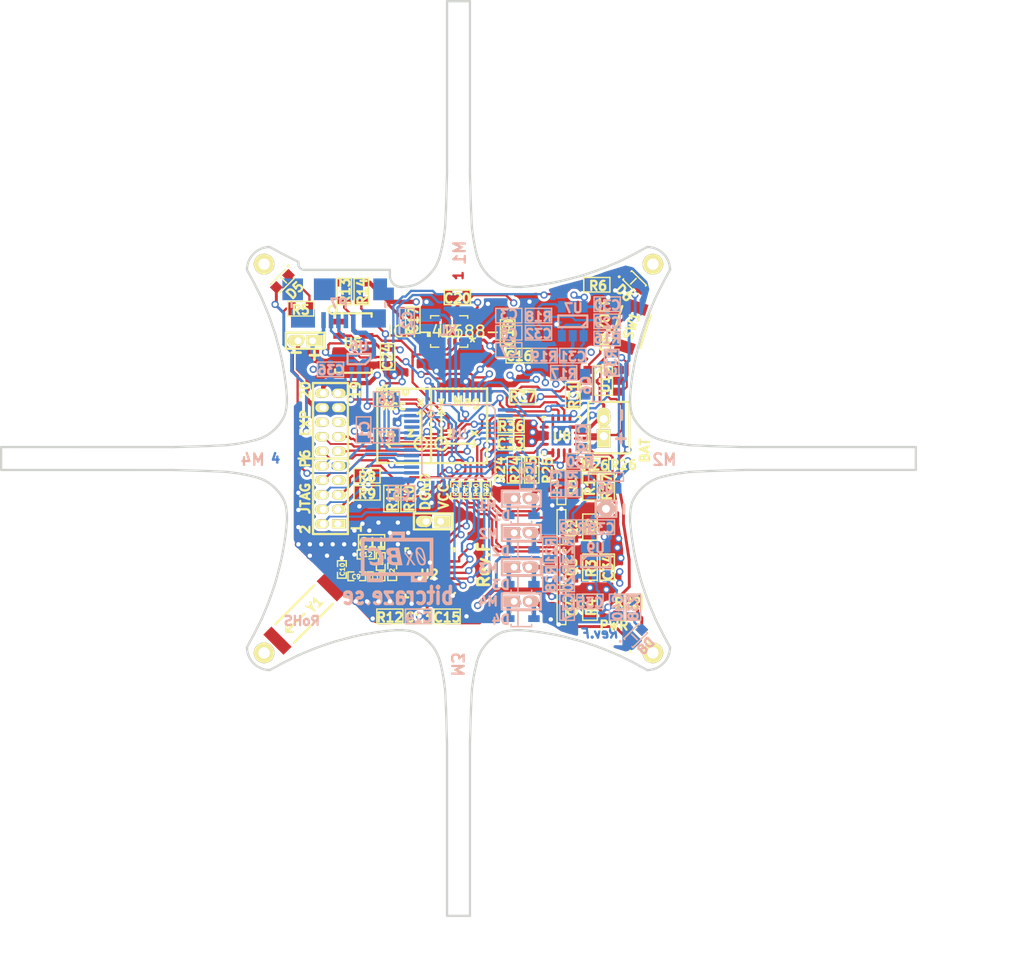
<source format=kicad_pcb>
(kicad_pcb (version 20211014) (generator pcbnew)
  (title_block (title "Crazyflie control board") (date "2021-08-09") (rev "F") (company "Costa Rica Institute of Technology") (comment 1 "Based on  Crazyflie - Bitcraze"))
  (layers (0 "F.Cu" signal "Front_L1") (1 "In1.Cu" power "Gnd_L2") (2 "In2.Cu" power "Vcc_L3") (31 "B.Cu" signal "Back_L4") (34 "B.Paste" user) (35 "F.Paste" user) (36 "B.SilkS" user "B.Silkscreen") (37 "F.SilkS" user "F.Silkscreen") (38 "B.Mask" user) (39 "F.Mask" user) (44 "Edge.Cuts" user))
  (net 0 "")
  (net 1 "+BATT")
  (net 2 "/BOOT0")
  (net 3 "/EXT_I2C_SCL/TX")
  (net 4 "/EXT_I2C_SDA/RX")
  (net 5 "/EXT_SPI_CS")
  (net 6 "/EXT_SPI_MISO")
  (net 7 "/EXT_SPI_MOSI")
  (net 8 "/EXT_SPI_SCK")
  (net 9 "/LED_GREEN")
  (net 10 "/LED_RED")
  (net 11 "/MOTOR1")
  (net 12 "/MOTOR2")
  (net 13 "/MOTOR3")
  (net 14 "/MOTOR4")
  (net 15 "/POWER/D+")
  (net 16 "/POWER/D-")
  (net 17 "/POWER/USBD+")
  (net 18 "/POWER/USBD-")
  (net 19 "/POWER/USB_CON")
  (net 20 "/POWER/VBAT")
  (net 21 "/POWER/VUSB")
  (net 22 "/SNRST")
  (net 23 "/TCK")
  (net 24 "/TDI")
  (net 25 "/TDO")
  (net 26 "/TMS")
  (net 27 "/WIRELESS/W_CS")
  (net 28 "AGND")
  (net 29 "DGND")
  (net 30 "GND")
  (net 31 "N-000005")
  (net 32 "N-000010")
  (net 33 "N-000011")
  (net 34 "N-000015")
  (net 35 "N-000046")
  (net 36 "N-000051")
  (net 37 "N-000052")
  (net 38 "N-000053")
  (net 39 "N-000069")
  (net 40 "N-000073")
  (net 41 "N-000096")
  (net 42 "N-000099")
  (net 43 "N-000100")
  (net 44 "N-000102")
  (net 45 "N-000103")
  (net 46 "VCC")
  (net 47 "VCCA")
  (net 48 "VCOM")
  (net 49 "Net-(C2-Pad1)")
  (net 50 "Net-(C3-Pad1)")
  (net 51 "Net-(C15-Pad1)")
  (net 52 "Net-(C29-Pad2)")
  (net 53 "Net-(C31-Pad1)")
  (net 54 "Net-(C32-Pad1)")
  (net 55 "Net-(C35-Pad2)")
  (net 56 "Net-(C40-Pad1)")
  (net 57 "Net-(D5-Pad2)")
  (net 58 "Net-(D6-Pad2)")
  (net 59 "Net-(D7-Pad1)")
  (net 60 "Net-(D8-Pad1)")
  (net 61 "Net-(D1-Pad1)")
  (net 62 "Net-(D2-Pad1)")
  (net 63 "Net-(D3-Pad1)")
  (net 64 "Net-(D4-Pad1)")
  (net 65 "Net-(P6-Pad7)")
  (net 66 "Net-(P7-Pad4)")
  (net 67 "Net-(Q1-PadG)")
  (net 68 "Net-(Q2-PadG)")
  (net 69 "Net-(Q3-PadG)")
  (net 70 "Net-(Q4-PadG)")
  (net 71 "Net-(Q5-PadD)")
  (net 72 "Net-(Q6-PadD)")
  (net 73 "Net-(R12-Pad1)")
  (net 74 "/I2C_SCK_VCCA")
  (net 75 "/I2C_SCL_VCCA")
  (net 76 "/PGOOD")
  (net 77 "Net-(R24-Pad2)")
  (net 78 "Net-(R25-Pad2)")
  (net 79 "Net-(R26-Pad2)")
  (net 80 "Net-(R27-Pad2)")
  (net 81 "/SYSOFF")
  (net 82 "Net-(R33-Pad1)")
  (net 83 "Net-(SW1-Pad2)")
  (net 84 "/EN1")
  (net 85 "/INT_GA")
  (net 86 "/CHG")
  (net 87 "/SPI_SCK")
  (net 88 "/SPI_MISO")
  (net 89 "/SPI_MOSI")
  (net 90 "/W_CK")
  (net 91 "/W_INT")
  (net 92 "/W_CE")
  (net 93 "/EN2")
  (net 94 "Net-(U2-Pad9)")
  (net 95 "Net-(C11-Pad1)")
  (net 96 "Net-(L2-Pad2)")
  (net 97 "Net-(L1-Pad2)")
  (net 98 "Net-(U3-Pad11)")
  (net 99 "Net-(U3-Pad10)")
  (net 100 "/IMU/FSYNC")
  (net 101 "Net-(U3-Pad3)")
  (net 102 "Net-(U3-Pad2)")
  (net 103 "Net-(U5-Pad6)")
  (net 104 "Net-(U10-Pad5)")
  (net 105 "Net-(Y1-Pad2)")
  (net 106 "Net-(C10-Pad1)")
  (footprint "SOT23GDS" (layer "F.Cu") (at 149.00148 103.50246 -90)
    (fp_text reference "Q1")
    (fp_text value "PMV31XN" hide)
  )
  (footprint "SOT23GDS" (layer "F.Cu") (at 149.00148 107.00258 -90)
    (fp_text reference "Q2")
    (fp_text value "PMV31XN" hide)
  )
  (footprint "SOT23GDS" (layer "F.Cu") (at 149.00148 110.5027 -90)
    (fp_text reference "Q3")
    (fp_text value "PMV31XN" hide)
  )
  (footprint "SOT23GDS" (layer "F.Cu") (at 149.00148 114.00282 -90)
    (fp_text reference "Q4")
    (fp_text value "PMV31XN" hide)
  )
  (footprint "SOT23_6" (layer "F.Cu") (at 152.69972 94.20352 -90)
    (fp_text reference "U10")
    (fp_text value "MAX16054" hide)
  )
  (footprint "SM0603_Capa" (layer "F.Cu") (at 152.99944 110.5027 90)
    (fp_text reference "C34")
    (fp_text value "4.7uF" hide)
  )
  (footprint "SM0402" (layer "F.Cu") (at 133.20014 110.00232 -90)
    (fp_text reference "L3")
    (fp_text value "2.7nH" hide)
  )
  (footprint "SM0402" (layer "F.Cu") (at 134.2009 110.90402 90)
    (fp_text reference "L2")
    (fp_text value "8.2nH" hide)
  )
  (footprint "SM0402" (layer "F.Cu") (at 132.79882 111.3028)
    (fp_text reference "L1")
    (fp_text value "3.9nH" hide)
  )
  (footprint "SM0402" (layer "F.Cu") (at 131.09956 111.3028)
    (fp_text reference "C9")
    (fp_text value "1.5pF" hide)
  )
  (footprint "SM0402" (layer "F.Cu") (at 129.79908 110.70336 90)
    (fp_text reference "C10")
    (fp_text value "1.0pF" hide)
  )
  (footprint "SM0603" (layer "F.Cu") (at 132.40004 108.30306 180)
    (fp_text reference "C11")
    (fp_text value "2.2nF" hide)
  )
  (footprint "SM0402" (layer "F.Cu") (at 131.89966 109.40288 180)
    (fp_text reference "C12")
    (fp_text value "4.7pF" hide)
  )
  (footprint "SM0603_Capa" (layer "F.Cu") (at 136.4996 114.80292 180)
    (fp_text reference "C13")
    (fp_text value "10nF" hide)
  )
  (footprint "SM0603_Capa" (layer "F.Cu") (at 138.99896 114.80292)
    (fp_text reference "C15")
    (fp_text value "33nF" hide)
  )
  (footprint "SM0603_Capa" (layer "F.Cu") (at 145.3007 92.00388)
    (fp_text reference "C16")
    (fp_text value "10nF" hide)
  )
  (footprint "SM0603_Capa" (layer "F.Cu") (at 135.99922 88.90254 90)
    (fp_text reference "C17")
    (fp_text value "2.2nF" hide)
  )
  (footprint "SM0603_Capa" (layer "F.Cu") (at 144.29994 90.00236 90)
    (fp_text reference "C18")
    (fp_text value "100nF" hide)
  )
  (footprint "SM0603_Capa" (layer "F.Cu") (at 139.90066 86.90356 180)
    (fp_text reference "C20")
    (fp_text value "100nF" hide)
  )
  (footprint "SM0603" (layer "F.Cu") (at 131.50088 86.40318 -90)
    (fp_text reference "R14")
    (fp_text value "2.2k" hide)
  )
  (footprint "SM0603" (layer "F.Cu") (at 129.99974 86.40318 -90)
    (fp_text reference "R13")
    (fp_text value "2.2k" hide)
  )
  (footprint "SM0603" (layer "F.Cu") (at 154.89936 113.50244 180)
    (fp_text reference "R22")
    (fp_text value "1k" hide)
  )
  (footprint "SM0603" (layer "F.Cu") (at 151.99868 101.50348 180)
    (fp_text reference "R26")
    (fp_text value "1.2K" hide)
  )
  (footprint "SM0603" (layer "F.Cu") (at 152.99944 103.50246 90)
    (fp_text reference "R27")
    (fp_text value "10k" hide)
  )
  (footprint "SM0603" (layer "F.Cu") (at 131.99872 104.00284 180)
    (fp_text reference "R9")
    (fp_text value "10k" hide)
  )
  (footprint "SM0603" (layer "F.Cu") (at 131.99872 102.50424 180)
    (fp_text reference "R8")
    (fp_text value "10k" hide)
  )
  (footprint "SM0603" (layer "F.Cu") (at 126.1999 87.90432)
    (fp_text reference "R5")
    (fp_text value "330R" hide)
  )
  (footprint "SM0603" (layer "F.Cu") (at 151.50084 114.00282 90)
    (fp_text reference "R4")
    (fp_text value "10k" hide)
  )
  (footprint "SM0603" (layer "F.Cu") (at 151.50084 110.5027 90)
    (fp_text reference "R3")
    (fp_text value "10k" hide)
  )
  (footprint "SM0603" (layer "F.Cu") (at 151.50084 107.00258 90)
    (fp_text reference "R2")
    (fp_text value "10k" hide)
  )
  (footprint "SM0603" (layer "F.Cu") (at 151.50084 103.50246 90)
    (fp_text reference "R1")
    (fp_text value "10k" hide)
  )
  (footprint "QFN20-4x4mm" (layer "F.Cu") (at 137.50036 111.00308 180)
    (fp_text reference "U2")
    (fp_text value "NRF24L01+" hide)
  )
  (footprint "QFN16" (layer "F.Cu") (at 148.99894 99.00412 180)
    (fp_text reference "U8")
    (fp_text value "BQ24075" hide)
  )
  (footprint "SMDLED-0603" (layer "F.Cu") (at 155.4988 116.50218 -135)
    (fp_text reference "D7")
    (fp_text value "BLUE LED" hide)
  )
  (footprint "SMDLED-0603" (layer "F.Cu") (at 155.39974 85.60308 135)
    (fp_text reference "D6")
    (fp_text value "GREEN LED" hide)
  )
  (footprint "SMDLED-0603" (layer "F.Cu") (at 124.5997 85.50402 45)
    (fp_text reference "D5")
    (fp_text value "RED LED" hide)
  )
  (footprint "SM0603" (layer "F.Cu") (at 149.9997 95.504 -90)
    (fp_text reference "R31")
    (fp_text value "100k" hide)
  )
  (footprint "SM0603" (layer "F.Cu") (at 144.89938 102.00386 90)
    (fp_text reference "R24")
    (fp_text value "1.2k" hide)
  )
  (footprint "SM0603" (layer "F.Cu") (at 134.00024 114.80292 180)
    (fp_text reference "R12")
    (fp_text value "22k" hide)
  )
  (footprint "SM0603" (layer "F.Cu") (at 134.0993 104.50322 -90)
    (fp_text reference "R11")
    (fp_text value "NM" hide)
  )
  (footprint "PINHEADER_127_2X10" (layer "F.Cu") (at 128.80086 101.0031 90)
    (fp_text reference "P6")
    (fp_text value "CONN_10X2" hide)
  )
  (footprint "PINHEADER_127_2X1" (layer "F.Cu") (at 137.80008 106.5022 90)
    (fp_text reference "P5")
    (fp_text value "CONN_2" hide)
  )
  (footprint "SM0603" (layer "F.Cu") (at 135.60044 104.50322 -90)
    (fp_text reference "R10")
    (fp_text value "NM" hide)
  )
  (footprint "SM0603_Capa" (layer "F.Cu") (at 144.59966 99.60356 180)
    (fp_text reference "C33")
    (fp_text value "100nF" hide)
  )
  (footprint "EDGE_S_LONG" (layer "F.Cu") (at 139.99972 101.0031 -90)
    (fp_text reference "PCB_EDGE2" hide)
    (fp_text value "VAL**" hide)
    (fp_line (start -11.99896 -16.40078) (end -12.79906 -16.7005) (layer "Edge.Cuts") (width 0.20066))
    (fp_line (start -16.16964 -2.46888) (end -16.36522 -2.30378) (layer "Edge.Cuts") (width 0.20066))
    (fp_line (start -16.61922 -2.1209) (end -16.36522 -2.30378) (layer "Edge.Cuts") (width 0.20066))
    (fp_line (start -16.40332 -12.0015) (end -16.70304 -12.8016) (layer "Edge.Cuts") (width 0.20066))
    (fp_line (start -1.17 -20.26) (end -1.09 -21.97) (layer "Edge.Cuts") (width 0.2))
    (fp_line (start -21.97 -1.09) (end -25 -1) (layer "Edge.Cuts") (width 0.2))
    (fp_line (start -1.72 -17.42) (end -1.59 -17.84) (layer "Edge.Cuts") (width 0.2))
    (fp_line (start -3.31978 -15.45082) (end -3.45948 -15.36192) (layer "Edge.Cuts") (width 0.20066))
    (fp_line (start -15.00886 -4.86918) (end -15.00378 -5.17398) (layer "Edge.Cuts") (width 0.20066))
    (fp_line (start -2.09042 -16.65986) (end -2.29108 -16.38046) (layer "Edge.Cuts") (width 0.20066))
    (fp_line (start -15.60068 -3.0988) (end -15.45082 -3.31978) (layer "Edge.Cuts") (width 0.20066))
    (fp_line (start -16.002 -10.80262) (end -16.40332 -12.0015) (layer "Edge.Cuts") (width 0.20066))
    (fp_line (start -1.09 -21.97) (end -1 -25) (layer "Edge.Cuts") (width 0.2))
    (fp_line (start -1.95834 -16.87322) (end -2.09042 -16.65986) (layer "Edge.Cuts") (width 0.20066))
    (fp_line (start -14.00048 -17.20088) (end -15.40002 -17.89938) (layer "Edge.Cuts") (width 0.20066))
    (fp_line (start -1.86 -17.07) (end -1.72 -17.42) (layer "Edge.Cuts") (width 0.2))
    (fp_line (start -1.3 -19.26) (end -1.17 -20.2565) (layer "Edge.Cuts") (width 0.2))
    (fp_line (start -9.29894 -15.60068) (end -10.80008 -15.99946) (layer "Edge.Cuts") (width 0.20066))
    (fp_line (start -2.60096 -16.02994) (end -2.77876 -15.85976) (layer "Edge.Cuts") (width 0.20066))
    (fp_line (start -1.59 -17.84) (end -1.42 -18.59788) (layer "Edge.Cuts") (width 0.2))
    (fp_line (start -16.70304 -12.8016) (end -17.20342 -14.00302) (layer "Edge.Cuts") (width 0.20066))
    (fp_line (start -15.60322 -9.30148) (end -16.002 -10.80262) (layer "Edge.Cuts") (width 0.20066))
    (fp_line (start -2.46888 -16.16964) (end -2.60096 -16.02994) (layer "Edge.Cuts") (width 0.20066))
    (fp_line (start -3.45948 -15.36192) (end -3.6576 -15.26032) (layer "Edge.Cuts") (width 0.20066))
    (fp_line (start -16.84528 -1.97866) (end -16.61922 -2.1209) (layer "Edge.Cuts") (width 0.20066))
    (fp_line (start -5.20954 -15.00124) (end -5.43052 -15.00124) (layer "Edge.Cuts") (width 0.20066))
    (fp_line (start -4.15036 -15.1003) (end -4.38912 -15.05966) (layer "Edge.Cuts") (width 0.20066))
    (fp_line (start -4.8641 -15.00886) (end -5.20954 -15.00124) (layer "Edge.Cuts") (width 0.20066))
    (fp_line (start -15.25016 -3.68046) (end -15.18158 -3.85318) (layer "Edge.Cuts") (width 0.20066))
    (fp_line (start -2.77876 -15.85976) (end -2.93116 -15.73022) (layer "Edge.Cuts") (width 0.20066))
    (fp_line (start -17.20342 -14.00302) (end -17.90192 -15.40256) (layer "Edge.Cuts") (width 0.20066))
    (fp_line (start -2.93116 -15.73022) (end -3.0988 -15.60068) (layer "Edge.Cuts") (width 0.20066))
    (fp_line (start -15.33906 -3.50012) (end -15.25016 -3.68046) (layer "Edge.Cuts") (width 0.20066))
    (fp_line (start -15.85976 -2.77876) (end -15.73022 -2.93116) (layer "Edge.Cuts") (width 0.20066))
    (fp_line (start -15.1003 -4.15036) (end -15.05966 -4.38912) (layer "Edge.Cuts") (width 0.20066))
    (fp_line (start -8.39978 -15.40002) (end -9.29894 -15.60068) (layer "Edge.Cuts") (width 0.20066))
    (fp_line (start -16.02994 -2.60096) (end -15.85976 -2.77876) (layer "Edge.Cuts") (width 0.20066))
    (fp_line (start -15.2019 -7.20344) (end -15.40256 -8.40232) (layer "Edge.Cuts") (width 0.20066))
    (fp_line (start -1.96 -16.87) (end -1.86 -17.07) (layer "Edge.Cuts") (width 0.2))
    (fp_line (start -10.80008 -15.99946) (end -11.99896 -16.40078) (layer "Edge.Cuts") (width 0.20066))
    (fp_line (start -4.38912 -15.05966) (end -4.8641 -15.00886) (layer "Edge.Cuts") (width 0.20066))
    (fp_line (start -15.00378 -5.17144) (end -15.00124 -5.4356) (layer "Edge.Cuts") (width 0.20066))
    (fp_line (start -15.40256 -8.40232) (end -15.60322 -9.30148) (layer "Edge.Cuts") (width 0.20066))
    (fp_line (start -3.6576 -15.26032) (end -3.89128 -15.17142) (layer "Edge.Cuts") (width 0.20066))
    (fp_line (start -15.05966 -4.38912) (end -15.00886 -4.86918) (layer "Edge.Cuts") (width 0.20066))
    (fp_line (start -15.73022 -2.93116) (end -15.60068 -3.0988) (layer "Edge.Cuts") (width 0.20066))
    (fp_line (start -20.2565 -1.17) (end -21.97 -1.09) (layer "Edge.Cuts") (width 0.2))
    (fp_line (start -15.10284 -6.5024) (end -15.2019 -7.20344) (layer "Edge.Cuts") (width 0.20066))
    (fp_line (start -1.42 -18.6) (end -1.3 -19.26) (layer "Edge.Cuts") (width 0.2))
    (fp_line (start -18.59 -1.42) (end -19.26 -1.3) (layer "Edge.Cuts") (width 0.2))
    (fp_line (start -2.29108 -16.38046) (end -2.46888 -16.16964) (layer "Edge.Cuts") (width 0.20066))
    (fp_line (start -6.49986 -15.1003) (end -7.2009 -15.19936) (layer "Edge.Cuts") (width 0.20066))
    (fp_line (start -15.45082 -3.31978) (end -15.33906 -3.50012) (layer "Edge.Cuts") (width 0.20066))
    (fp_line (start -7.2009 -15.19936) (end -8.39978 -15.40002) (layer "Edge.Cuts") (width 0.20066))
    (fp_line (start -16.84528 -1.97866) (end -17.02308 -1.8923) (layer "Edge.Cuts") (width 0.2))
    (fp_line (start -16.16964 -2.46888) (end -16.02994 -2.60096) (layer "Edge.Cuts") (width 0.20066))
    (fp_line (start -3.0988 -15.60068) (end -3.31978 -15.45082) (layer "Edge.Cuts") (width 0.20066))
    (fp_line (start -12.79906 -16.7005) (end -14.00048 -17.20088) (layer "Edge.Cuts") (width 0.20066))
    (fp_line (start -17.42 -1.72) (end -17.84 -1.59) (layer "Edge.Cuts") (width 0.2))
    (fp_line (start -17.84 -1.59) (end -18.59 -1.42) (layer "Edge.Cuts") (width 0.2))
    (fp_line (start -17.90192 -15.40256) (end -18.50136 -16.50238) (layer "Edge.Cuts") (width 0.20066))
    (fp_line (start -17.02308 -1.8923) (end -17.42 -1.72) (layer "Edge.Cuts") (width 0.2))
    (fp_line (start -3.89128 -15.17142) (end -4.15036 -15.1003) (layer "Edge.Cuts") (width 0.20066))
    (fp_line (start -15.40002 -17.89938) (end -16.50238 -18.50136) (layer "Edge.Cuts") (width 0.20066))
    (fp_line (start -19.26 -1.3) (end -20.25396 -1.17) (layer "Edge.Cuts") (width 0.2))
    (fp_line (start -15.18158 -3.85318) (end -15.1003 -4.15036) (layer "Edge.Cuts") (width 0.20066))
    (fp_line (start -15.00124 -5.4356) (end -15.10284 -6.5024) (layer "Edge.Cuts") (width 0.20066))
    (fp_line (start -5.43052 -15.00124) (end -6.49986 -15.1003) (layer "Edge.Cuts") (width 0.20066))
    (fp_arc (start -18.50136 -16.50238) (mid -17.91513 -17.91513) (end -16.50238 -18.50136) (layer "Edge.Cuts") (width 0.20066))
  )
  (footprint "SM0603" (layer "F.Cu") (at 152.10028 85.80374)
    (fp_text reference "R6")
    (fp_text value "220R" hide)
  )
  (footprint "SM0603" (layer "F.Cu") (at 146.40052 102.00386 90)
    (fp_text reference "R25")
    (fp_text value "10k" hide)
  )
  (footprint "CHIP-ANT-6.5x2.2" (layer "F.Cu") (at 126.49962 114.60226 -135)
    (fp_text reference "Y1")
    (fp_text value "CHIP_ANTENNA" hide)
  )
  (footprint "PINHEADER_127_2X1" (layer "F.Cu") (at 126.60122 90.70086 90)
    (fp_text reference "P8")
    (fp_text value "CONN_2" hide)
  )
  (footprint "JST-B2B-ZR" (layer "F.Cu") (at 152.69972 98.30054 90)
    (fp_text reference "BT1")
    (fp_text value "BATTERY" hide)
  )
  (footprint "SM0603" (layer "F.Cu") (at 144.59966 98.10242)
    (fp_text reference "R36")
    (fp_text value "10k" hide)
  )
  (footprint "SM0603" (layer "F.Cu") (at 145.60042 95.60306)
    (fp_text reference "R37")
    (fp_text value "10k" hide)
  )
  (footprint "SPST-NO-4x2.5" (layer "F.Cu") (at 155.10002 89.50198 72)
    (fp_text reference "SW1")
    (fp_text value "PUSH ON/OFF" hide)
  )
  (footprint "SM0603_Capa" (layer "F.Cu") (at 133.79958 92.10294 -90)
    (fp_text reference "C24")
    (fp_text value "100nF" hide)
  )
  (footprint "MS5611" (layer "F.Cu") (at 130.79984 90.90406)
    (fp_text reference "U5")
    (fp_text value "MS5611-01BA03" hide)
  )
  (footprint "EDGE_S_LONG_USB" (layer "F.Cu") (at 139.99972 101.0031)
    (fp_text reference "PCB_EDGE1" hide)
    (fp_text value "VAL**" hide)
    (fp_line (start -4.38912 -15.05966) (end -4.86156 -15.00886) (layer "Edge.Cuts") (width 0.20066))
    (fp_line (start -2.29108 -16.38046) (end -2.46888 -16.16964) (layer "Edge.Cuts") (width 0.20066))
    (fp_line (start -15.05966 -4.38912) (end -15.00886 -4.86664) (layer "Edge.Cuts") (width 0.20066))
    (fp_line (start -3.50012 -15.33906) (end -3.68046 -15.25016) (layer "Edge.Cuts") (width 0.20066))
    (fp_line (start -14.00048 -17.00022) (end -14.00048 -17.20088) (layer "Edge.Cuts") (width 0.20066))
    (fp_line (start -2.93116 -15.73022) (end -3.0988 -15.60068) (layer "Edge.Cuts") (width 0.20066))
    (fp_line (start -19.27098 -1.29794) (end -20.25 -1.17) (layer "Edge.Cuts") (width 0.2))
    (fp_line (start -15.45082 -3.31978) (end -15.33906 -3.50012) (layer "Edge.Cuts") (width 0.20066))
    (fp_line (start -4.15036 -15.1003) (end -4.38912 -15.05966) (layer "Edge.Cuts") (width 0.20066))
    (fp_line (start -15.2019 -7.20344) (end -15.40256 -8.40232) (layer "Edge.Cuts") (width 0.20066))
    (fp_line (start -2.77876 -15.85976) (end -2.93116 -15.73022) (layer "Edge.Cuts") (width 0.20066))
    (fp_line (start -15.17904 -3.8608) (end -15.1003 -4.15036) (layer "Edge.Cuts") (width 0.20066))
    (fp_line (start -1.9558 -16.87576) (end -1.86 -17.07) (layer "Edge.Cuts") (width 0.2))
    (fp_line (start -16.40332 -12.0015) (end -16.70304 -12.8016) (layer "Edge.Cuts") (width 0.20066))
    (fp_line (start -15.85976 -2.77876) (end -15.73022 -2.93116) (layer "Edge.Cuts") (width 0.20066))
    (fp_line (start -15.73022 -2.93116) (end -15.60068 -3.0988) (layer "Edge.Cuts") (width 0.20066))
    (fp_line (start -2.46888 -16.16964) (end -2.60096 -16.02994) (layer "Edge.Cuts") (width 0.20066))
    (fp_line (start -15.00632 -5.42544) (end -15.10284 -6.5024) (layer "Edge.Cuts") (width 0.20066))
    (fp_line (start -1.86 -17.07) (end -1.72 -17.42) (layer "Edge.Cuts") (width 0.2))
    (fp_line (start -15.10284 -6.5024) (end -15.2019 -7.20344) (layer "Edge.Cuts") (width 0.20066))
    (fp_line (start -3.31978 -15.45082) (end -3.50012 -15.33906) (layer "Edge.Cuts") (width 0.20066))
    (fp_line (start -15.60068 -3.0988) (end -15.45082 -3.31978) (layer "Edge.Cuts") (width 0.20066))
    (fp_line (start -16.19504 -2.44348) (end -16.01216 -2.6162) (layer "Edge.Cuts") (width 0.20066))
    (fp_line (start -16.70304 -12.8016) (end -17.20342 -14.00302) (layer "Edge.Cuts") (width 0.20066))
    (fp_line (start -1.9558 -16.87576) (end -2.09042 -16.65986) (layer "Edge.Cuts") (width 0.20066))
    (fp_line (start -1.59004 -17.84) (end -1.42 -18.58772) (layer "Edge.Cuts") (width 0.2))
    (fp_line (start -15.40256 -8.40232) (end -15.60322 -9.30148) (layer "Edge.Cuts") (width 0.20066))
    (fp_line (start -21.97 -1.09) (end -25 -1) (layer "Edge.Cuts") (width 0.2))
    (fp_line (start -15.40002 -17.89938) (end -16.49984 -18.49882) (layer "Edge.Cuts") (width 0.20066))
    (fp_line (start -15.00124 -5.21208) (end -15.00632 -5.42544) (layer "Edge.Cuts") (width 0.20066))
    (fp_line (start -5.99948 -15.99946) (end -5.99948 -16.49984) (layer "Edge.Cuts") (width 0.20066))
    (fp_line (start -16.5989 -2.12598) (end -16.19504 -2.44348) (layer "Edge.Cuts") (width 0.20066))
    (fp_line (start -16.83258 -1.9812) (end -17.09674 -1.84912) (layer "Edge.Cuts") (width 0.2))
    (fp_line (start -17.41424 -1.72212) (end -17.8435 -1.59258) (layer "Edge.Cuts") (width 0.2))
    (fp_line (start -2.60096 -16.02994) (end -2.77876 -15.85976) (layer "Edge.Cuts") (width 0.20066))
    (fp_line (start -14.00048 -17.20088) (end -15.40002 -17.89938) (layer "Edge.Cuts") (width 0.20066))
    (fp_line (start -15.1003 -4.15036) (end -15.05966 -4.38912) (layer "Edge.Cuts") (width 0.20066))
    (fp_line (start -17.20342 -14.00302) (end -17.90192 -15.40256) (layer "Edge.Cuts") (width 0.20066))
    (fp_line (start -16.83258 -1.9812) (end -16.5989 -2.12598) (layer "Edge.Cuts") (width 0.20066))
    (fp_line (start -2.09042 -16.65986) (end -2.29108 -16.38046) (layer "Edge.Cuts") (width 0.20066))
    (fp_line (start -1.41986 -18.58518) (end -1.3 -19.26) (layer "Edge.Cuts") (width 0.2))
    (fp_line (start -15.00886 -4.86918) (end -15.00124 -5.20954) (layer "Edge.Cuts") (width 0.20066))
    (fp_line (start -1.17094 -20.25142) (end -1.09 -21.97) (layer "Edge.Cuts") (width 0.2))
    (fp_line (start -5.99948 -16.49984) (end -13.5001 -16.49984) (layer "Edge.Cuts") (width 0.20066))
    (fp_line (start -20.25 -1.17) (end -21.97 -1.09) (layer "Edge.Cuts") (width 0.2))
    (fp_line (start -3.8608 -15.17904) (end -4.15036 -15.1003) (layer "Edge.Cuts") (width 0.20066))
    (fp_line (start -15.60322 -9.30148) (end -16.002 -10.80262) (layer "Edge.Cuts") (width 0.20066))
    (fp_line (start -1.3 -19.26) (end -1.17094 -20.25142) (layer "Edge.Cuts") (width 0.2))
    (fp_line (start -1.72 -17.42) (end -1.59 -17.84) (layer "Edge.Cuts") (width 0.2))
    (fp_line (start -5.00126 -15.00124) (end -4.85902 -15.00886) (layer "Edge.Cuts") (width 0.20066))
    (fp_line (start -3.0988 -15.60068) (end -3.31978 -15.45082) (layer "Edge.Cuts") (width 0.20066))
    (fp_line (start -16.002 -10.80262) (end -16.40332 -12.0015) (layer "Edge.Cuts") (width 0.20066))
    (fp_line (start -15.25016 -3.68046) (end -15.17904 -3.8608) (layer "Edge.Cuts") (width 0.20066))
    (fp_line (start -1.09 -21.97) (end -1 -25) (layer "Edge.Cuts") (width 0.2))
    (fp_line (start -17.8435 -1.59258) (end -18.6 -1.42) (layer "Edge.Cuts") (width 0.2))
    (fp_line (start -18.59788 -1.41986) (end -19.27098 -1.29794) (layer "Edge.Cuts") (width 0.2))
    (fp_line (start -17.90192 -15.40256) (end -18.50136 -16.50238) (layer "Edge.Cuts") (width 0.20066))
    (fp_line (start -17.09674 -1.84912) (end -17.41424 -1.72212) (layer "Edge.Cuts") (width 0.2))
    (fp_line (start -15.33906 -3.50012) (end -15.25016 -3.68046) (layer "Edge.Cuts") (width 0.20066))
    (fp_line (start -3.68046 -15.25016) (end -3.8608 -15.17904) (layer "Edge.Cuts") (width 0.20066))
    (fp_line (start -16.01216 -2.6162) (end -15.85976 -2.77876) (layer "Edge.Cuts") (width 0.20066))
    (fp_arc (start -13.5001 -16.49984) (mid -13.853922 -16.646398) (end -14.00048 -17.00022) (layer "Edge.Cuts") (width 0.20066))
    (fp_arc (start -5.00126 -15.00124) (mid -5.707108 -15.293612) (end -5.99948 -15.99946) (layer "Edge.Cuts") (width 0.20066))
    (fp_arc (start -18.50136 -16.50238) (mid -17.914231 -17.916027) (end -16.49984 -18.501362) (layer "Edge.Cuts") (width 0.20066))
  )
  (footprint "SM0402" (layer "F.Cu") (at 142.40002 103.74884 -90)
    (fp_text reference "R39")
    (fp_text value "100R" hide)
  )
  (footprint "SM0402" (layer "F.Cu") (at 141.50086 103.74884 -90)
    (fp_text reference "R40")
    (fp_text value "100R" hide)
  )
  (footprint "SM0402" (layer "F.Cu") (at 140.59916 103.74884 -90)
    (fp_text reference "R41")
    (fp_text value "100R" hide)
  )
  (footprint "SM0402" (layer "F.Cu") (at 139.7 103.74884 -90)
    (fp_text reference "R42")
    (fp_text value "100R" hide)
  )
  (footprint "EDGE_S_LONG" (layer "F.Cu") (at 139.99972 101.0031 180)
    (fp_text reference "PCB_EDGE2" hide)
    (fp_text value "VAL**" hide)
    (fp_line (start -15.60068 -3.0988) (end -15.45082 -3.31978) (layer "Edge.Cuts") (width 0.20066))
    (fp_line (start -15.60322 -9.30148) (end -16.002 -10.80262) (layer "Edge.Cuts") (width 0.20066))
    (fp_line (start -1.95834 -16.87322) (end -2.09042 -16.65986) (layer "Edge.Cuts") (width 0.20066))
    (fp_line (start -15.00378 -5.17144) (end -15.00124 -5.4356) (layer "Edge.Cuts") (width 0.20066))
    (fp_line (start -16.40332 -12.0015) (end -16.70304 -12.8016) (layer "Edge.Cuts") (width 0.20066))
    (fp_line (start -17.90192 -15.40256) (end -18.50136 -16.50238) (layer "Edge.Cuts") (width 0.20066))
    (fp_line (start -1.3 -19.26) (end -1.17 -20.2565) (layer "Edge.Cuts") (width 0.2))
    (fp_line (start -15.25016 -3.68046) (end -15.18158 -3.85318) (layer "Edge.Cuts") (width 0.20066))
    (fp_line (start -1.09 -21.97) (end -1 -25) (layer "Edge.Cuts") (width 0.2))
    (fp_line (start -11.99896 -16.40078) (end -12.79906 -16.7005) (layer "Edge.Cuts") (width 0.20066))
    (fp_line (start -16.002 -10.80262) (end -16.40332 -12.0015) (layer "Edge.Cuts") (width 0.20066))
    (fp_line (start -12.79906 -16.7005) (end -14.00048 -17.20088) (layer "Edge.Cuts") (width 0.20066))
    (fp_line (start -20.2565 -1.17) (end -21.97 -1.09) (layer "Edge.Cuts") (width 0.2))
    (fp_line (start -16.70304 -12.8016) (end -17.20342 -14.00302) (layer "Edge.Cuts") (width 0.20066))
    (fp_line (start -7.2009 -15.19936) (end -8.39978 -15.40002) (layer "Edge.Cuts") (width 0.20066))
    (fp_line (start -2.93116 -15.73022) (end -3.0988 -15.60068) (layer "Edge.Cuts") (width 0.20066))
    (fp_line (start -15.45082 -3.31978) (end -15.33906 -3.50012) (layer "Edge.Cuts") (width 0.20066))
    (fp_line (start -2.09042 -16.65986) (end -2.29108 -16.38046) (layer "Edge.Cuts") (width 0.20066))
    (fp_line (start -1.17 -20.26) (end -1.09 -21.97) (layer "Edge.Cuts") (width 0.2))
    (fp_line (start -15.05966 -4.38912) (end -15.00886 -4.86918) (layer "Edge.Cuts") (width 0.20066))
    (fp_line (start -15.2019 -7.20344) (end -15.40256 -8.40232) (layer "Edge.Cuts") (width 0.20066))
    (fp_line (start -1.72 -17.42) (end -1.59 -17.84) (layer "Edge.Cuts") (width 0.2))
    (fp_line (start -3.6576 -15.26032) (end -3.89128 -15.17142) (layer "Edge.Cuts") (width 0.20066))
    (fp_line (start -21.97 -1.09) (end -25 -1) (layer "Edge.Cuts") (width 0.2))
    (fp_line (start -2.77876 -15.85976) (end -2.93116 -15.73022) (layer "Edge.Cuts") (width 0.20066))
    (fp_line (start -2.46888 -16.16964) (end -2.60096 -16.02994) (layer "Edge.Cuts") (width 0.20066))
    (fp_line (start -15.85976 -2.77876) (end -15.73022 -2.93116) (layer "Edge.Cuts") (width 0.20066))
    (fp_line (start -5.20954 -15.00124) (end -5.43052 -15.00124) (layer "Edge.Cuts") (width 0.20066))
    (fp_line (start -1.96 -16.87) (end -1.86 -17.07) (layer "Edge.Cuts") (width 0.2))
    (fp_line (start -19.26 -1.3) (end -20.25396 -1.17) (layer "Edge.Cuts") (width 0.2))
    (fp_line (start -16.02994 -2.60096) (end -15.85976 -2.77876) (layer "Edge.Cuts") (width 0.20066))
    (fp_line (start -4.38912 -15.05966) (end -4.8641 -15.00886) (layer "Edge.Cuts") (width 0.20066))
    (fp_line (start -15.18158 -3.85318) (end -15.1003 -4.15036) (layer "Edge.Cuts") (width 0.20066))
    (fp_line (start -16.84528 -1.97866) (end -16.61922 -2.1209) (layer "Edge.Cuts") (width 0.20066))
    (fp_line (start -8.39978 -15.40002) (end -9.29894 -15.60068) (layer "Edge.Cuts") (width 0.20066))
    (fp_line (start -15.40256 -8.40232) (end -15.60322 -9.30148) (layer "Edge.Cuts") (width 0.20066))
    (fp_line (start -3.0988 -15.60068) (end -3.31978 -15.45082) (layer "Edge.Cuts") (width 0.20066))
    (fp_line (start -16.61922 -2.1209) (end -16.36522 -2.30378) (layer "Edge.Cuts") (width 0.20066))
    (fp_line (start -3.31978 -15.45082) (end -3.45948 -15.36192) (layer "Edge.Cuts") (width 0.20066))
    (fp_line (start -15.00124 -5.4356) (end -15.10284 -6.5024) (layer "Edge.Cuts") (width 0.20066))
    (fp_line (start -17.42 -1.72) (end -17.84 -1.59) (layer "Edge.Cuts") (width 0.2))
    (fp_line (start -17.20342 -14.00302) (end -17.90192 -15.40256) (layer "Edge.Cuts") (width 0.20066))
    (fp_line (start -15.33906 -3.50012) (end -15.25016 -3.68046) (layer "Edge.Cuts") (width 0.20066))
    (fp_line (start -16.16964 -2.46888) (end -16.36522 -2.30378) (layer "Edge.Cuts") (width 0.20066))
    (fp_line (start -16.16964 -2.46888) (end -16.02994 -2.60096) (layer "Edge.Cuts") (width 0.20066))
    (fp_line (start -1.86 -17.07) (end -1.72 -17.42) (layer "Edge.Cuts") (width 0.2))
    (fp_line (start -3.45948 -15.36192) (end -3.6576 -15.26032) (layer "Edge.Cuts") (width 0.20066))
    (fp_line (start -9.29894 -15.60068) (end -10.80008 -15.99946) (layer "Edge.Cuts") (width 0.20066))
    (fp_line (start -3.89128 -15.17142) (end -4.15036 -15.1003) (layer "Edge.Cuts") (width 0.20066))
    (fp_line (start -15.40002 -17.89938) (end -16.50238 -18.50136) (layer "Edge.Cuts") (width 0.20066))
    (fp_line (start -15.1003 -4.15036) (end -15.05966 -4.38912) (layer "Edge.Cuts") (width 0.20066))
    (fp_line (start -14.00048 -17.20088) (end -15.40002 -17.89938) (layer "Edge.Cuts") (width 0.20066))
    (fp_line (start -5.43052 -15.00124) (end -6.49986 -15.1003) (layer "Edge.Cuts") (width 0.20066))
    (fp_line (start -15.73022 -2.93116) (end -15.60068 -3.0988) (layer "Edge.Cuts") (width 0.20066))
    (fp_line (start -17.02308 -1.8923) (end -17.42 -1.72) (layer "Edge.Cuts") (width 0.2))
    (fp_line (start -15.10284 -6.5024) (end -15.2019 -7.20344) (layer "Edge.Cuts") (width 0.20066))
    (fp_line (start -2.60096 -16.02994) (end -2.77876 -15.85976) (layer "Edge.Cuts") (width 0.20066))
    (fp_line (start -10.80008 -15.99946) (end -11.99896 -16.40078) (layer "Edge.Cuts") (width 0.20066))
    (fp_line (start -1.42 -18.6) (end -1.3 -19.26) (layer "Edge.Cuts") (width 0.2))
    (fp_line (start -2.29108 -16.38046) (end -2.46888 -16.16964) (layer "Edge.Cuts") (width 0.20066))
    (fp_line (start -4.15036 -15.1003) (end -4.38912 -15.05966) (layer "Edge.Cuts") (width 0.20066))
    (fp_line (start -6.49986 -15.1003) (end -7.2009 -15.19936) (layer "Edge.Cuts") (width 0.20066))
    (fp_line (start -18.59 -1.42) (end -19.26 -1.3) (layer "Edge.Cuts") (width 0.2))
    (fp_line (start -16.84528 -1.97866) (end -17.02308 -1.8923) (layer "Edge.Cuts") (width 0.2))
    (fp_line (start -15.00886 -4.86918) (end -15.00378 -5.17398) (layer "Edge.Cuts") (width 0.20066))
    (fp_line (start -17.84 -1.59) (end -18.59 -1.42) (layer "Edge.Cuts") (width 0.2))
    (fp_line (start -1.59 -17.84) (end -1.42 -18.59788) (layer "Edge.Cuts") (width 0.2))
    (fp_line (start -4.8641 -15.00886) (end -5.20954 -15.00124) (layer "Edge.Cuts") (width 0.20066))
    (fp_arc (start -18.50136 -16.50238) (mid -17.91513 -17.91513) (end -16.50238 -18.50136) (layer "Edge.Cuts") (width 0.20066))
  )
  (footprint "EDGE_S_LONG" (layer "F.Cu") (at 139.99972 101.0031 90)
    (fp_text reference "PCB_EDGE2" hide)
    (fp_text value "VAL**" hide)
    (fp_line (start -16.70304 -12.8016) (end -17.20342 -14.00302) (layer "Edge.Cuts") (width 0.20066))
    (fp_line (start -16.16964 -2.46888) (end -16.36522 -2.30378) (layer "Edge.Cuts") (width 0.20066))
    (fp_line (start -7.2009 -15.19936) (end -8.39978 -15.40002) (layer "Edge.Cuts") (width 0.20066))
    (fp_line (start -15.60068 -3.0988) (end -15.45082 -3.31978) (layer "Edge.Cuts") (width 0.20066))
    (fp_line (start -17.20342 -14.00302) (end -17.90192 -15.40256) (layer "Edge.Cuts") (width 0.20066))
    (fp_line (start -19.26 -1.3) (end -20.25396 -1.17) (layer "Edge.Cuts") (width 0.2))
    (fp_line (start -15.1003 -4.15036) (end -15.05966 -4.38912) (layer "Edge.Cuts") (width 0.20066))
    (fp_line (start -15.73022 -2.93116) (end -15.60068 -3.0988) (layer "Edge.Cuts") (width 0.20066))
    (fp_line (start -1.09 -21.97) (end -1 -25) (layer "Edge.Cuts") (width 0.2))
    (fp_line (start -1.17094 -20.2438) (end -1.09 -21.97) (layer "Edge.Cuts") (width 0.2))
    (fp_line (start -15.05966 -4.38912) (end -15.00886 -4.86918) (layer "Edge.Cuts") (width 0.20066))
    (fp_line (start -1.96 -16.87) (end -1.86 -17.07) (layer "Edge.Cuts") (width 0.2))
    (fp_line (start -2.60096 -16.02994) (end -2.77876 -15.85976) (layer "Edge.Cuts") (width 0.20066))
    (fp_line (start -15.10284 -6.5024) (end -15.2019 -7.20344) (layer "Edge.Cuts") (width 0.20066))
    (fp_line (start -17.84 -1.59) (end -18.59 -1.42) (layer "Edge.Cuts") (width 0.2))
    (fp_line (start -16.002 -10.80262) (end -16.40332 -12.0015) (layer "Edge.Cuts") (width 0.20066))
    (fp_line (start -3.89128 -15.17142) (end -4.15036 -15.1003) (layer "Edge.Cuts") (width 0.20066))
    (fp_line (start -4.38912 -15.05966) (end -4.8641 -15.00886) (layer "Edge.Cuts") (width 0.20066))
    (fp_line (start -16.02994 -2.60096) (end -15.85976 -2.77876) (layer "Edge.Cuts") (width 0.20066))
    (fp_line (start -1.42 -18.6) (end -1.3 -19.26) (layer "Edge.Cuts") (width 0.2))
    (fp_line (start -15.00886 -4.86918) (end -15.00378 -5.17398) (layer "Edge.Cuts") (width 0.20066))
    (fp_line (start -18.59 -1.42) (end -19.26 -1.3) (layer "Edge.Cuts") (width 0.2))
    (fp_line (start -11.99896 -16.40078) (end -12.79906 -16.7005) (layer "Edge.Cuts") (width 0.20066))
    (fp_line (start -12.79906 -16.7005) (end -14.00048 -17.20088) (layer "Edge.Cuts") (width 0.20066))
    (fp_line (start -5.43052 -15.00124) (end -6.49986 -15.1003) (layer "Edge.Cuts") (width 0.20066))
    (fp_line (start -1.86 -17.07) (end -1.72 -17.42) (layer "Edge.Cuts") (width 0.2))
    (fp_line (start -8.39978 -15.40002) (end -9.29894 -15.60068) (layer "Edge.Cuts") (width 0.20066))
    (fp_line (start -1.95834 -16.87322) (end -2.09042 -16.65986) (layer "Edge.Cuts") (width 0.20066))
    (fp_line (start -1.59 -17.84) (end -1.42 -18.59788) (layer "Edge.Cuts") (width 0.2))
    (fp_line (start -21.97 -1.09) (end -25 -1) (layer "Edge.Cuts") (width 0.2))
    (fp_line (start -15.33906 -3.50012) (end -15.25016 -3.68046) (layer "Edge.Cuts") (width 0.20066))
    (fp_line (start -4.8641 -15.00886) (end -5.20954 -15.00124) (layer "Edge.Cuts") (width 0.20066))
    (fp_line (start -3.31978 -15.45082) (end -3.45948 -15.36192) (layer "Edge.Cuts") (width 0.20066))
    (fp_line (start -2.93116 -15.73022) (end -3.0988 -15.60068) (layer "Edge.Cuts") (width 0.20066))
    (fp_line (start -17.42 -1.72) (end -17.84 -1.59) (layer "Edge.Cuts") (width 0.2))
    (fp_line (start -15.40002 -17.89938) (end -16.50238 -18.50136) (layer "Edge.Cuts") (width 0.20066))
    (fp_line (start -9.29894 -15.60068) (end -10.80008 -15.99946) (layer "Edge.Cuts") (width 0.20066))
    (fp_line (start -2.46888 -16.16964) (end -2.60096 -16.02994) (layer "Edge.Cuts") (width 0.20066))
    (fp_line (start -3.45948 -15.36192) (end -3.6576 -15.26032) (layer "Edge.Cuts") (width 0.20066))
    (fp_line (start -15.2019 -7.20344) (end -15.40256 -8.40232) (layer "Edge.Cuts") (width 0.20066))
    (fp_line (start -1.72 -17.42) (end -1.59 -17.84) (layer "Edge.Cuts") (width 0.2))
    (fp_line (start -2.77876 -15.85976) (end -2.93116 -15.73022) (layer "Edge.Cuts") (width 0.20066))
    (fp_line (start -15.00378 -5.17144) (end -15.00124 -5.4356) (layer "Edge.Cuts") (width 0.20066))
    (fp_line (start -16.84528 -1.97866) (end -16.61922 -2.1209) (layer "Edge.Cuts") (width 0.20066))
    (fp_line (start -4.15036 -15.1003) (end -4.38912 -15.05966) (layer "Edge.Cuts") (width 0.20066))
    (fp_line (start -15.85976 -2.77876) (end -15.73022 -2.93116) (layer "Edge.Cuts") (width 0.20066))
    (fp_line (start -15.60322 -9.30148) (end -16.002 -10.80262) (layer "Edge.Cuts") (width 0.20066))
    (fp_line (start -16.16964 -2.46888) (end -16.02994 -2.60096) (layer "Edge.Cuts") (width 0.20066))
    (fp_line (start -15.40256 -8.40232) (end -15.60322 -9.30148) (layer "Edge.Cuts") (width 0.20066))
    (fp_line (start -2.09042 -16.65986) (end -2.29108 -16.38046) (layer "Edge.Cuts") (width 0.20066))
    (fp_line (start -2.29108 -16.38046) (end -2.46888 -16.16964) (layer "Edge.Cuts") (width 0.20066))
    (fp_line (start -15.18158 -3.85318) (end -15.1003 -4.15036) (layer "Edge.Cuts") (width 0.20066))
    (fp_line (start -14.00048 -17.20088) (end -15.40002 -17.89938) (layer "Edge.Cuts") (width 0.20066))
    (fp_line (start -16.40332 -12.0015) (end -16.70304 -12.8016) (layer "Edge.Cuts") (width 0.20066))
    (fp_line (start -15.45082 -3.31978) (end -15.33906 -3.50012) (layer "Edge.Cuts") (width 0.20066))
    (fp_line (start -3.0988 -15.60068) (end -3.31978 -15.45082) (layer "Edge.Cuts") (width 0.20066))
    (fp_line (start -17.90192 -15.40256) (end -18.50136 -16.50238) (layer "Edge.Cuts") (width 0.20066))
    (fp_line (start -1.3 -19.26) (end -1.17094 -20.2438) (layer "Edge.Cuts") (width 0.2))
    (fp_line (start -20.2565 -1.17) (end -21.97 -1.09) (layer "Edge.Cuts") (width 0.2))
    (fp_line (start -15.25016 -3.68046) (end -15.18158 -3.85318) (layer "Edge.Cuts") (width 0.20066))
    (fp_line (start -10.80008 -15.99946) (end -11.99896 -16.40078) (layer "Edge.Cuts") (width 0.20066))
    (fp_line (start -17.02308 -1.8923) (end -17.42 -1.72) (layer "Edge.Cuts") (width 0.2))
    (fp_line (start -6.49986 -15.1003) (end -7.2009 -15.19936) (layer "Edge.Cuts") (width 0.20066))
    (fp_line (start -16.84528 -1.97866) (end -17.02308 -1.8923) (layer "Edge.Cuts") (width 0.2))
    (fp_line (start -16.61922 -2.1209) (end -16.36522 -2.30378) (layer "Edge.Cuts") (width 0.20066))
    (fp_line (start -15.00124 -5.4356) (end -15.10284 -6.5024) (layer "Edge.Cuts") (width 0.20066))
    (fp_line (start -3.6576 -15.26032) (end -3.89128 -15.17142) (layer "Edge.Cuts") (width 0.20066))
    (fp_line (start -5.20954 -15.00124) (end -5.43052 -15.00124) (layer "Edge.Cuts") (width 0.20066))
    (fp_arc (start -18.50136 -16.50238) (mid -17.91513 -17.91513) (end -16.50238 -18.50136) (layer "Edge.Cuts") (width 0.20066))
  )
  (footprint "ICM:ICM-42688-P" (layer "F.Cu") (at 139.18692 89.88914 180)
    (fp_text reference "U3")
    (fp_text value "ICM-42688-P")
  )
  (footprint "XTAL-5.0x3.2" (layer "B.Cu") (at 139.29868 89.70264)
    (fp_text reference "X1")
    (fp_text value "16Mhz" hide)
  )
  (footprint "SOT23_6" (layer "B.Cu") (at 149.99462 89.0016 180)
    (fp_text reference "U7")
    (fp_text value "TPS79301" hide)
  )
  (footprint "SOT23_6" (layer "B.Cu") (at 151.99868 110.00486)
    (fp_text reference "U9")
    (fp_text value "TPS79301" hide)
  )
  (footprint "sod323" (layer "B.Cu") (at 145.49882 106.00436 180)
    (fp_text reference "D1")
    (fp_text value "BAT54" hide)
  )
  (footprint "sod323" (layer "B.Cu") (at 145.49882 109.0041 180)
    (fp_text reference "D2")
    (fp_text value "BAT54" hide)
  )
  (footprint "sod323" (layer "B.Cu") (at 145.49882 112.00384 180)
    (fp_text reference "D3")
    (fp_text value "BAT54" hide)
  )
  (footprint "sod323" (layer "B.Cu") (at 145.49882 115.00358 180)
    (fp_text reference "D4")
    (fp_text value "BAT54" hide)
  )
  (footprint "SM0603_Capa" (layer "B.Cu") (at 152.99944 89.0016 180)
    (fp_text reference "C29")
    (fp_text value "15pF" hide)
  )
  (footprint "SM0603_Capa" (layer "B.Cu") (at 152.99944 87.503)
    (fp_text reference "C30")
    (fp_text value "4.7uF" hide)
  )
  (footprint "SM0603_Capa" (layer "B.Cu") (at 149.99462 92.00134 180)
    (fp_text reference "C31")
    (fp_text value "4.7uF" hide)
  )
  (footprint "SM0603_Capa" (layer "B.Cu") (at 146.99996 90.00236 180)
    (fp_text reference "C32")
    (fp_text value "10nF" hide)
  )
  (footprint "SM0603_Capa" (layer "B.Cu") (at 151.50084 113.50244)
    (fp_text reference "C35")
    (fp_text value "15pF" hide)
  )
  (footprint "SM0603_Capa" (layer "B.Cu") (at 128.80086 93.20276)
    (fp_text reference "C36")
    (fp_text value "100nF" hide)
  )
  (footprint "SM0603_Capa" (layer "B.Cu") (at 149.49932 114.00536 -90)
    (fp_text reference "C37")
    (fp_text value "4.7uF" hide)
  )
  (footprint "SM0603_Capa" (layer "B.Cu") (at 152.49906 107.00512 180)
    (fp_text reference "C38")
    (fp_text value "100nF" hide)
  )
  (footprint "SM0603_Capa" (layer "B.Cu") (at 150.89886 99.1997 90)
    (fp_text reference "C39")
    (fp_text value "10uF" hide)
  )
  (footprint "SM0603_Capa" (layer "B.Cu") (at 153.83002 114.00282 -90)
    (fp_text reference "C40")
    (fp_text value "10nF" hide)
  )
  (footprint "SM0603_Capa" (layer "B.Cu") (at 148.69922 103.20274 -90)
    (fp_text reference "C41")
    (fp_text value "100nF" hide)
  )
  (footprint "SM0603_Capa" (layer "B.Cu") (at 131.699 98.50374 90)
    (fp_text reference "C1")
    (fp_text value "100nF" hide)
  )
  (footprint "SM0603_Capa" (layer "B.Cu") (at 135.49884 89.00414 -90)
    (fp_text reference "C2")
    (fp_text value "15pF" hide)
  )
  (footprint "SM0603_Capa" (layer "B.Cu") (at 144.399 88.5063)
    (fp_text reference "C3")
    (fp_text value "15pF" hide)
  )
  (footprint "SM0603_Capa" (layer "B.Cu") (at 145.9992 102.50424 90)
    (fp_text reference "C4")
    (fp_text value "100nF" hide)
  )
  (footprint "SM0603_Capa" (layer "B.Cu") (at 134.99846 104.00284 180)
    (fp_text reference "C5")
    (fp_text value "100nF" hide)
  )
  (footprint "SM0603_Capa" (layer "B.Cu") (at 133.70052 95.80372 180)
    (fp_text reference "C6")
    (fp_text value "4.7uF" hide)
  )
  (footprint "SM0603_Capa" (layer "B.Cu") (at 144.399 91.50604)
    (fp_text reference "C7")
    (fp_text value "4.7uF" hide)
  )
  (footprint "SM0603_Capa" (layer "B.Cu") (at 144.399 90.0049)
    (fp_text reference "C8")
    (fp_text value "10nF" hide)
  )
  (footprint "SM0603_Capa" (layer "B.Cu") (at 136.4996 114.80292 180)
    (fp_text reference "C14")
    (fp_text value "100nF" hide)
  )
  (footprint "SM0603" (layer "B.Cu") (at 147.50034 92.00388)
    (fp_text reference "R19")
    (fp_text value "0R" hide)
  )
  (footprint "SM0603" (layer "B.Cu") (at 146.99996 88.50376)
    (fp_text reference "R18")
    (fp_text value "30k" hide)
  )
  (footprint "SM0603" (layer "B.Cu") (at 149.1996 93.50248 180)
    (fp_text reference "R17")
    (fp_text value "10R" hide)
  )
  (footprint "SM0603" (layer "B.Cu") (at 152.99944 90.50274)
    (fp_text reference "R16")
    (fp_text value "39k" hide)
  )
  (footprint "SM0603" (layer "B.Cu") (at 149.49932 111.506 -90)
    (fp_text reference "R20")
    (fp_text value "42.2k" hide)
  )
  (footprint "SM0603" (layer "B.Cu") (at 148.00072 109.0041 -90)
    (fp_text reference "R21")
    (fp_text value "300k" hide)
  )
  (footprint "SM0603" (layer "B.Cu") (at 149.49932 109.0041 90)
    (fp_text reference "R23")
    (fp_text value "150k" hide)
  )
  (footprint "SM0603" (layer "B.Cu") (at 147.99818 111.506 90)
    (fp_text reference "R28")
    (fp_text value "30k" hide)
  )
  (footprint "SM0603" (layer "B.Cu") (at 133.70052 99.00412 180)
    (fp_text reference "R7")
    (fp_text value "100k" hide)
  )
  (footprint "SM0603" (layer "B.Cu") (at 149.9997 107.00512)
    (fp_text reference "R29")
    (fp_text value "0R" hide)
  )
  (footprint "SM0603" (layer "B.Cu") (at 150.59914 101.20122 180)
    (fp_text reference "R30")
    (fp_text value "20k" hide)
  )
  (footprint "LQFP-48" (layer "B.Cu") (at 139.99972 99.50196)
    (fp_text reference "U1")
    (fp_text value "STM32F103CB" hide)
  )
  (footprint "PINHEADER_127_2X1" (layer "B.Cu") (at 145.49882 113.50244 90)
    (fp_text reference "P4")
    (fp_text value "CONN_2" hide)
  )
  (footprint "PINHEADER_127_2X1" (layer "B.Cu") (at 145.49882 110.5027 90)
    (fp_text reference "P3")
    (fp_text value "CONN_2" hide)
  )
  (footprint "PINHEADER_127_2X1" (layer "B.Cu") (at 145.49882 107.50296 90)
    (fp_text reference "P2")
    (fp_text value "CONN_2" hide)
  )
  (footprint "PINHEADER_127_2X1" (layer "B.Cu") (at 145.49882 104.50322 90)
    (fp_text reference "P1")
    (fp_text value "CONN_2" hide)
  )
  (footprint "SM0603" (layer "B.Cu") (at 150.09876 103.20274 90)
    (fp_text reference "R32")
    (fp_text value "10k" hide)
  )
  (footprint "SOT363" (layer "B.Cu") (at 131.30022 92.3036 90)
    (fp_text reference "U6")
    (fp_text value "NUF2221" hide)
  )
  (footprint "ZX62-B-5PA_11_CFK" (layer "B.Cu") (at 129.49936 86.20252)
    (fp_text reference "P7")
    (fp_text value "MICRO-B-USB" hide)
  )
  (footprint "SM0603" (layer "B.Cu") (at 153.40076 92.60332 -90)
    (fp_text reference "R33")
    (fp_text value "10k" hide)
  )
  (footprint "PINHEADER_127_1X1" (layer "B.Cu") (at 152.90038 105.40238)
    (fp_text reference "P9")
    (fp_text value "CONN_1" hide)
  )
  (footprint "SOT23GDS" (layer "B.Cu") (at 152.90038 102.6033)
    (fp_text reference "Q5")
    (fp_text value "2N7002" hide)
  )
  (footprint "SOT23GDS" (layer "B.Cu") (at 152.10028 94.50324 -90)
    (fp_text reference "Q6")
    (fp_text value "2N7002" hide)
  )
  (footprint "SMDLED-0603" (layer "B.Cu") (at 155.4988 116.50218 -135)
    (fp_text reference "D8")
    (fp_text value "BLUE LED" hide)
  )
  (footprint "SM0603" (layer "B.Cu") (at 155.30068 114.00282 90)
    (fp_text reference "R38")
    (fp_text value "1k" hide)
  )
  (footprint "bitcraze" (layer "B.Cu") (at 134.59968 109.60354)
    (fp_text reference "G***" hide)
    (fp_text value "bitcraze" hide)
  )
  (gr_line (start 136.70026 96.80194) (end 136.40054 97.10166) (layer "F.SilkS") (width 0.20066))
  (gr_line (start 132.90042 101.40188) (end 142.49908 101.40188) (layer "F.SilkS") (width 0.20066))
  (gr_circle (center 136.70026 99.70262) (end 136.90092 100.203) (layer "F.SilkS") (width 0.20066) (fill none))
  (gr_line (start 136.40054 97.10166) (end 136.40054 97.1042) (layer "F.SilkS") (width 0.20066))
  (gr_line (start 136.70026 96.80194) (end 136.99998 97.10166) (layer "F.SilkS") (width 0.20066))
  (gr_line (start 136.70026 96.80194) (end 136.99998 97.10166) (layer "F.SilkS") (width 0.20066))
  (gr_line (start 153.79954 106.10342) (end 153.79954 104.70388) (layer "F.SilkS") (width 0.20066))
  (gr_line (start 152.19934 106.10342) (end 153.79954 106.10342) (layer "F.SilkS") (width 0.20066))
  (gr_line (start 151.99868 104.70388) (end 151.99868 105.8037) (layer "F.SilkS") (width 0.20066))
  (gr_line (start 138.50112 96.80194) (end 138.80084 97.10166) (layer "F.SilkS") (width 0.20066))
  (gr_line (start 136.70026 99.70262) (end 133.70052 99.70262) (layer "F.SilkS") (width 0.20066))
  (gr_line (start 125.99924 101.0031) (end 130.29946 101.0031) (layer "F.SilkS") (width 0.20066))
  (gr_line (start 142.49908 101.40188) (end 142.49908 94.90202) (layer "F.SilkS") (width 0.20066))
  (gr_line (start 142.49908 94.90202) (end 132.90042 94.90202) (layer "F.SilkS") (width 0.20066))
  (gr_line (start 136.70026 96.80194) (end 136.40054 97.10166) (layer "F.SilkS") (width 0.20066))
  (gr_line (start 136.70026 99.70262) (end 133.70052 99.70262) (layer "F.SilkS") (width 0.20066))
  (gr_line (start 136.99998 97.10166) (end 136.99998 97.1042) (layer "F.SilkS") (width 0.20066))
  (gr_line (start 153.79954 104.70388) (end 151.99868 104.70388) (layer "F.SilkS") (width 0.20066))
  (gr_line (start 133.70052 99.70262) (end 134.00024 100.00234) (layer "F.SilkS") (width 0.20066))
  (gr_circle (center 138.50112 99.70262) (end 139.0015 99.90328) (layer "F.SilkS") (width 0.20066) (fill none))
  (gr_line (start 136.70026 96.80194) (end 136.70026 99.70262) (layer "F.SilkS") (width 0.20066))
  (gr_line (start 132.90042 94.90202) (end 132.90042 101.40188) (layer "F.SilkS") (width 0.20066))
  (gr_line (start 133.70052 99.70262) (end 134.00024 99.4029) (layer "F.SilkS") (width 0.20066))
  (gr_line (start 138.50112 96.80194) (end 138.2014 97.10166) (layer "F.SilkS") (width 0.20066))
  (gr_circle (center 136.70026 99.70262) (end 136.90092 100.203) (layer "F.SilkS") (width 0.20066) (fill none))
  (gr_line (start 138.50112 99.70262) (end 141.59992 99.70262) (layer "F.SilkS") (width 0.20066))
  (gr_line (start 138.50112 96.80194) (end 138.50112 99.70262) (layer "F.SilkS") (width 0.20066))
  (gr_line (start 141.59992 99.70262) (end 141.3002 99.4029) (layer "F.SilkS") (width 0.20066))
  (gr_line (start 136.70026 96.80194) (end 136.70026 99.70262) (layer "F.SilkS") (width 0.20066))
  (gr_line (start 136.99998 97.10166) (end 136.99998 97.1042) (layer "F.SilkS") (width 0.20066))
  (gr_line (start 137.59942 94.90202) (end 137.59942 101.40188) (layer "F.SilkS") (width 0.20066))
  (gr_line (start 141.59992 99.70262) (end 141.3002 100.00234) (layer "F.SilkS") (width 0.20066))
  (gr_line (start 136.40054 97.10166) (end 136.40054 97.1042) (layer "F.SilkS") (width 0.20066))
  (gr_line (start 141 61) (end 141 76) (layer "Edge.Cuts") (width 0.20066))
  (gr_line (start 99.9998 102.00386) (end 100 99.9998) (layer "Edge.Cuts") (width 0.20066))
  (gr_line (start 141 126) (end 141 141) (layer "Edge.Cuts") (width 0.20066))
  (gr_line (start 138.99896 61.00318) (end 141.00048 61.00318) (layer "Edge.Cuts") (width 0.20066))
  (gr_line (start 139 76) (end 139 61) (layer "Edge.Cuts") (width 0.20066))
  (gr_line (start 165 102) (end 180 102) (layer "Edge.Cuts") (width 0.20066))
  (gr_line (start 165 100) (end 180 100) (layer "Edge.Cuts") (width 0.20066))
  (gr_line (start 139 126) (end 139 141) (layer "Edge.Cuts") (width 0.20066))
  (gr_line (start 179.99964 99.9998) (end 180 102) (layer "Edge.Cuts") (width 0.20066))
  (gr_line (start 99.9998 102.00386) (end 114.99972 102.0031) (layer "Edge.Cuts") (width 0.20066))
  (gr_line (start 141 141) (end 139 141) (layer "Edge.Cuts") (width 0.20066))
  (gr_line (start 99.9998 99.9998) (end 115.00104 100.00234) (layer "Edge.Cuts") (width 0.20066))
  (gr_text "1" (at 139.99972 85.00364 90) (layer "F.Cu") (effects (font (size 0.8001 0.8001) (thickness 0.20066))))
  (gr_text "4" (at 124.00026 101.0031) (layer "B.Cu") (effects (font (size 0.8001 0.8001) (thickness 0.20066))))
  (gr_text "Rev.F" (at 152.4 116.30406) (layer "B.Cu") (effects (font (size 0.8001 0.8001) (thickness 0.20066) italic) (justify mirror)))
  (gr_text "M3" (at 142.60068 110.6043) (layer "B.SilkS") (effects (font (size 0.8001 0.8001) (thickness 0.20066)) (justify mirror)))
  (gr_text "M4" (at 142.60068 113.50244) (layer "B.SilkS") (effects (font (size 0.8001 0.8001) (thickness 0.20066)) (justify mirror)))
  (gr_text "RoHS" (at 126.29896 115.20424) (layer "B.SilkS") (effects (font (size 0.8001 0.8001) (thickness 0.20066)) (justify mirror)))
  (gr_text "-" (at 154.38882 105.41254 90) (layer "B.SilkS") (effects (font (size 1.00076 1.00076) (thickness 0.24892))))
  (gr_text "M1" (at 142.49908 105.10266) (layer "B.SilkS") (effects (font (size 0.8001 0.8001) (thickness 0.20066)) (justify mirror)))
  (gr_text "M3" (at 139.90066 119.00408 270) (layer "B.SilkS") (effects (font (size 1.00076 1.00076) (thickness 0.20066)) (justify mirror)))
  (gr_text "M2" (at 142.60068 107.60202) (layer "B.SilkS") (effects (font (size 0.8001 0.8001) (thickness 0.20066)) (justify mirror)))
  (gr_text "-" (at 154.20086 97.20072 90) (layer "B.SilkS") (effects (font (size 1.00076 1.00076) (thickness 0.25146))))
  (gr_text "M4" (at 121.99874 101.10216) (layer "B.SilkS") (effects (font (size 1.00076 1.00076) (thickness 0.20066)) (justify mirror)))
  (gr_text "M1" (at 140.09878 83.00212 90) (layer "B.SilkS") (effects (font (size 1.00076 1.00076) (thickness 0.20066)) (justify mirror)))
  (gr_text "+" (at 154.20086 99.1997) (layer "B.SilkS") (effects (font (size 1.00076 1.00076) (thickness 0.25146))))
  (gr_text "bitcraze.se" (at 134.69874 113.00206) (layer "B.SilkS") (effects (font (size 1.50114 1.19888) (thickness 0.29972)) (justify mirror)))
  (gr_text "M2" (at 158.0007 101.10216) (layer "B.SilkS") (effects (font (size 1.00076 1.00076) (thickness 0.20066)) (justify mirror)))
  (gr_text "R26" (at 154.42946 101.5619) (layer "F.SilkS") (effects (font (size 0.8001 0.8001) (thickness 0.20066))))
  (gr_text "+" (at 127.39878 91.90228) (layer "F.SilkS") (effects (font (size 1.00076 1.00076) (thickness 0.24892))))
  (gr_text "y" (at 138.49858 96.00184) (layer "F.SilkS") (effects (font (size 0.8001 0.8001) (thickness 0.20066))))
  (gr_text "x" (at 141.3002 98.80346 90) (layer "F.SilkS") (effects (font (size 0.8001 0.8001) (thickness 0.20066))))
  (gr_text "+" (at 154.20086 99.1997) (layer "F.SilkS") (effects (font (size 1.00076 1.00076) (thickness 0.25146))))
  (gr_text "y" (at 133.79958 98.80346 90) (layer "F.SilkS") (effects (font (size 0.8001 0.8001) (thickness 0.20066))))
  (gr_text "DGND" (at 137.09904 103.90378 90) (layer "F.SilkS") (effects (font (size 0.8001 0.8001) (thickness 0.20066))))
  (gr_text "BAT" (at 156.2989 100.29952 90) (layer "F.SilkS") (effects (font (size 0.8001 0.8001) (thickness 0.20066))))
  (gr_text "Rev.F" (at 142.19936 110.2995 90) (layer "F.SilkS") (effects (font (size 1.00076 1.00076) (thickness 0.25146))))
  (gr_text "Gyro\nAcc" (at 134.39902 95.70212) (layer "F.SilkS") (effects (font (size 0.8001 0.8001) (thickness 0.20066))))
  (gr_text "1" (at 131.09956 107.10418 90) (layer "F.SilkS") (effects (font (size 0.8001 0.8001) (thickness 0.20066))))
  (gr_text "Mag" (at 140.70076 96.00184) (layer "F.SilkS") (effects (font (size 0.8001 0.8001) (thickness 0.20066))))
  (gr_text "Gyro\nAcc" (at 134.39902 95.70212) (layer "F.SilkS") (effects (font (size 0.8001 0.8001) (thickness 0.20066))))
  (gr_text "EXP" (at 126.59868 97.9043 90) (layer "F.SilkS") (effects (font (size 0.8001 0.8001) (thickness 0.20066))))
  (gr_text "PWR" (at 153.58872 115.61318) (layer "F.SilkS") (effects (font (size 0.8001 0.8001) (thickness 0.20066))))
  (gr_text "-" (at 154.20086 97.20072 90) (layer "F.SilkS") (effects (font (size 1.00076 1.00076) (thickness 0.25146))))
  (gr_text "z" (at 135.79856 98.70186) (layer "F.SilkS") (effects (font (size 0.8001 0.8001) (thickness 0.20066))))
  (gr_text "20" (at 126.59868 95.00362 90) (layer "F.SilkS") (effects (font (size 0.8001 0.8001) (thickness 0.20066))))
  (gr_text "R25" (at 147.80006 102.04196 90) (layer "F.SilkS") (effects (font (size 0.8001 0.8001) (thickness 0.20066))))
  (gr_text "ON/OFF" (at 152.79878 89.30386 90) (layer "F.SilkS") (effects (font (size 0.8001 0.8001) (thickness 0.20066))))
  (gr_text "x" (at 136.70026 96.00184) (layer "F.SilkS") (effects (font (size 0.8001 0.8001) (thickness 0.20066))))
  (gr_text "2" (at 126.59868 107.20324 90) (layer "F.SilkS") (effects (font (size 0.8001 0.8001) (thickness 0.20066))))
  (gr_text "-" (at 125.79858 91.80322 180) (layer "F.SilkS") (effects (font (size 1.00076 1.00076) (thickness 0.24892))))
  (gr_text "-" (at 154.39898 105.40238 90) (layer "F.SilkS") (effects (font (size 1.00076 1.00076) (thickness 0.25146))))
  (gr_text "R24" (at 143.63954 101.9937 90) (layer "F.SilkS") (effects (font (size 0.8001 0.8001) (thickness 0.20066))))
  (gr_text "19" (at 131.0005 95.00362 90) (layer "F.SilkS") (effects (font (size 0.8001 0.8001) (thickness 0.20066))))
  (gr_text "z" (at 135.79856 98.70186) (layer "F.SilkS") (effects (font (size 0.8001 0.8001) (thickness 0.20066))))
  (gr_text "z" (at 139.29868 98.70186) (layer "F.SilkS") (effects (font (size 0.8001 0.8001) (thickness 0.20066))))
  (gr_text "JTAG" (at 126.59868 104.50322 90) (layer "F.SilkS") (effects (font (size 0.8001 0.8001) (thickness 0.20066))))
  (gr_text "VCC" (at 138.69924 104.30002 90) (layer "F.SilkS") (effects (font (size 0.8001 0.8001) (thickness 0.20066))))
  (segment (start 152.99944 93.49994) (end 152.99944 95.50146) (width 0.2032) (layer "F.Cu") (net 1))
  (segment (start 153.96972 93.25102) (end 153.24836 93.25102) (width 0.2032) (layer "F.Cu") (net 1))
  (segment (start 154.29992 96.29902) (end 154.29992 98.5012) (width 0.2032) (layer "F.Cu") (net 1))
  (segment (start 153.85288 98.94824) (end 153.10104 98.94824) (width 0.2032) (layer "F.Cu") (net 1))
  (segment (start 152.79624 99.25304) (end 153.10104 98.94824) (width 0.3048) (layer "F.Cu") (net 1))
  (segment (start 150.50008 99.25304) (end 152.79624 99.25304) (width 0.3048) (layer "F.Cu") (net 1))
  (segment (start 151.35606 98.7552) (end 151.5491 98.94824) (width 0.3048) (layer "F.Cu") (net 1))
  (segment (start 153.29916 95.80118) (end 153.80208 95.80118) (width 0.2032) (layer "F.Cu") (net 1))
  (segment (start 151.5491 98.94824) (end 153.10104 98.94824) (width 0.3048) (layer "F.Cu") (net 1))
  (segment (start 154.29992 98.5012) (end 153.85288 98.94824) (width 0.2032) (layer "F.Cu") (net 1))
  (segment (start 153.24836 93.25102) (end 152.99944 93.49994) (width 0.2032) (layer "F.Cu") (net 1))
  (segment (start 153.80208 95.80118) (end 154.29992 96.29902) (width 0.2032) (layer "F.Cu") (net 1))
  (segment (start 152.64638 99.25304) (end 152.69972 99.04984) (width 0.254) (layer "F.Cu") (net 1))
  (segment (start 150.50008 98.7552) (end 151.35606 98.7552) (width 0.3048) (layer "F.Cu") (net 1))
  (segment (start 150.50008 99.25304) (end 152.64638 99.25304) (width 0.254) (layer "F.Cu") (net 1))
  (segment (start 152.99944 95.50146) (end 153.29916 95.80118) (width 0.2032) (layer "F.Cu") (net 1))
  (segment (start 144.399 115.00358) (end 144.399 113.96726) (width 0.381) (layer "B.Cu") (net 1))
  (segment (start 144.399 113.96726) (end 144.86382 113.50244) (width 0.381) (layer "B.Cu") (net 1))
  (segment (start 144.399 112.00384) (end 144.399 110.96752) (width 0.381) (layer "B.Cu") (net 1))
  (segment (start 144.399 106.00436) (end 144.399 104.96804) (width 0.381) (layer "B.Cu") (net 1))
  (segment (start 151.93772 99.9617) (end 152.69972 99.04984) (width 0.381) (layer "B.Cu") (net 1))
  (segment (start 144.399 110.96752) (end 144.86382 110.5027) (width 0.381) (layer "B.Cu") (net 1))
  (segment (start 144.399 104.96804) (end 144.86382 104.50322) (width 0.381) (layer "B.Cu") (net 1))
  (segment (start 144.399 109.0041) (end 144.399 107.96778) (width 0.381) (layer "B.Cu") (net 1))
  (segment (start 150.89886 99.9617) (end 151.93772 99.9617) (width 0.381) (layer "B.Cu") (net 1))
  (segment (start 150.89886 100.1395) (end 149.83714 101.20122) (width 0.254) (layer "B.Cu") (net 1))
  (segment (start 144.399 107.96778) (end 144.86382 107.50296) (width 0.381) (layer "B.Cu") (net 1))
  (segment (start 150.89886 99.9617) (end 150.89886 100.1395) (width 0.254) (layer "B.Cu") (net 1))
  (segment (start 134.71398 98.75266) (end 134.46252 99.00412) (width 0.2032) (layer "B.Cu") (net 2))
  (segment (start 135.90016 98.75266) (end 134.71398 98.75266) (width 0.2032) (layer "B.Cu") (net 2))
  (segment (start 134.0993 104.013) (end 134.40664 104.32034) (width 0.2032) (layer "F.Cu") (net 3))
  (segment (start 134.0993 104.04348) (end 133.82244 104.32034) (width 0.2032) (layer "F.Cu") (net 3))
  (segment (start 133.82244 104.32034) (end 133.70306 104.32034) (width 0.2032) (layer "F.Cu") (net 3))
  (segment (start 131.95046 104.17302) (end 131.78028 104.00284) (width 0.2032) (layer "F.Cu") (net 3))
  (segment (start 134.0993 104.32034) (end 133.82244 104.32034) (width 0.2032) (layer "F.Cu") (net 3))
  (segment (start 134.0993 104.04348) (end 134.0993 104.32034) (width 0.2032) (layer "F.Cu") (net 3))
  (segment (start 131.95046 104.78516) (end 131.95046 104.17302) (width 0.2032) (layer "F.Cu") (net 3))
  (segment (start 133.70306 104.32034) (end 133.0198 105.0036) (width 0.2032) (layer "F.Cu") (net 3))
  (segment (start 132.1689 105.0036) (end 131.95046 104.78516) (width 0.2032) (layer "F.Cu") (net 3))
  (segment (start 134.40664 104.32034) (end 137.16254 104.32034) (width 0.2032) (layer "F.Cu") (net 3))
  (segment (start 134.0993 104.32034) (end 134.40664 104.32034) (width 0.2032) (layer "F.Cu") (net 3))
  (segment (start 137.16254 104.32034) (end 138.8999 102.58298) (width 0.2032) (layer "F.Cu") (net 3))
  (segment (start 138.8999 102.58298) (end 139.41806 102.58298) (width 0.2032) (layer "F.Cu") (net 3))
  (segment (start 139.97432 102.02672) (end 139.97432 101.74478) (width 0.2032) (layer "F.Cu") (net 3))
  (segment (start 133.0198 105.0036) (end 132.1689 105.0036) (width 0.2032) (layer "F.Cu") (net 3))
  (segment (start 134.0993 103.74122) (end 134.0993 104.013) (width 0.2032) (layer "F.Cu") (net 3))
  (segment (start 134.0993 104.013) (end 134.0993 104.04348) (width 0.2032) (layer "F.Cu") (net 3))
  (segment (start 139.41806 102.58298) (end 139.97432 102.02672) (width 0.2032) (layer "F.Cu") (net 3))
  (segment (start 130.95986 104.00284) (end 131.23672 104.00284) (width 0.2032) (layer "F.Cu") (net 3))
  (segment (start 129.5146 105.4481) (end 130.95986 104.00284) (width 0.2032) (layer "F.Cu") (net 3))
  (segment (start 131.78028 104.00284) (end 131.23672 104.00284) (width 0.2032) (layer "F.Cu") (net 3))
  (segment (start 129.43586 105.4481) (end 129.5146 105.4481) (width 0.2032) (layer "F.Cu") (net 3))
  (via (at 139.97432 101.74478) (size 0.635) (drill 0.381) (layers "F.Cu" "B.Cu") (net 3))
  (segment (start 139.97432 101.74478) (end 142.42034 101.74478) (width 0.2032) (layer "B.Cu") (net 3))
  (segment (start 142.42034 101.74478) (end 143.41348 100.75164) (width 0.2032) (layer "B.Cu") (net 3))
  (segment (start 143.41348 100.75164) (end 144.09928 100.75164) (width 0.2032) (layer "B.Cu") (net 3))
  (segment (start 135.60044 102.82936) (end 134.38886 102.82936) (width 0.2032) (layer "F.Cu") (net 4))
  (segment (start 129.43586 104.1781) (end 129.71272 104.1781) (width 0.2032) (layer "F.Cu") (net 4))
  (segment (start 130.50012 102.72268) (end 130.71856 102.50424) (width 0.2032) (layer "F.Cu") (net 4))
  (segment (start 135.60044 102.82936) (end 135.60044 103.74122) (width 0.2032) (layer "F.Cu") (net 4))
  (segment (start 138.14552 102.64648) (end 138.78814 102.00386) (width 0.2032) (layer "F.Cu") (net 4))
  (segment (start 131.81584 101.92512) (end 131.81584 102.50424) (width 0.2032) (layer "F.Cu") (net 4))
  (segment (start 134.38886 102.82936) (end 133.19506 101.63556) (width 0.2032) (layer "F.Cu") (net 4))
  (segment (start 135.60044 102.82936) (end 135.78332 102.64648) (width 0.2032) (layer "F.Cu") (net 4))
  (segment (start 133.19506 101.63556) (end 132.1054 101.63556) (width 0.2032) (layer "F.Cu") (net 4))
  (segment (start 131.23672 102.50424) (end 131.81584 102.50424) (width 0.2032) (layer "F.Cu") (net 4))
  (segment (start 130.50012 103.3907) (end 130.50012 102.72268) (width 0.2032) (layer "F.Cu") (net 4))
  (segment (start 130.71856 102.50424) (end 131.23672 102.50424) (width 0.2032) (layer "F.Cu") (net 4))
  (segment (start 135.78332 102.64648) (end 138.14552 102.64648) (width 0.2032) (layer "F.Cu") (net 4))
  (segment (start 129.71272 104.1781) (end 130.50012 103.3907) (width 0.2032) (layer "F.Cu") (net 4))
  (segment (start 138.78814 102.00386) (end 139.17676 102.00386) (width 0.2032) (layer "F.Cu") (net 4))
  (segment (start 132.1054 101.63556) (end 131.81584 101.92512) (width 0.2032) (layer "F.Cu") (net 4))
  (via (at 139.17676 102.00386) (size 0.635) (drill 0.381) (layers "F.Cu" "B.Cu") (net 4))
  (segment (start 142.35684 102.3239) (end 143.42872 101.25202) (width 0.2032) (layer "B.Cu") (net 4))
  (segment (start 143.42872 101.25202) (end 144.09928 101.25202) (width 0.2032) (layer "B.Cu") (net 4))
  (segment (start 139.4968 102.3239) (end 142.35684 102.3239) (width 0.2032) (layer "B.Cu") (net 4))
  (segment (start 139.17676 102.00386) (end 139.4968 102.3239) (width 0.2032) (layer "B.Cu") (net 4))
  (segment (start 140.0683 99.70008) (end 140.67282 99.70008) (width 0.2032) (layer "F.Cu") (net 5))
  (segment (start 138.75258 100.31476) (end 138.99388 100.07346) (width 0.2032) (layer "F.Cu") (net 5))
  (segment (start 130.39852 100.3681) (end 130.45186 100.31476) (width 0.2032) (layer "F.Cu") (net 5))
  (segment (start 129.43586 100.3681) (end 130.39852 100.3681) (width 0.2032) (layer "F.Cu") (net 5))
  (segment (start 139.69492 100.07346) (end 140.0683 99.70008) (width 0.2032) (layer "F.Cu") (net 5))
  (segment (start 138.99388 100.07346) (end 139.69492 100.07346) (width 0.2032) (layer "F.Cu") (net 5))
  (segment (start 140.67282 99.70008) (end 142.0622 98.3107) (width 0.2032) (layer "F.Cu") (net 5))
  (segment (start 142.0622 98.3107) (end 142.0622 97.37344) (width 0.2032) (layer "F.Cu") (net 5))
  (segment (start 130.45186 100.31476) (end 138.75258 100.31476) (width 0.2032) (layer "F.Cu") (net 5))
  (via (at 142.0622 97.37344) (size 0.635) (drill 0.381) (layers "F.Cu" "B.Cu") (net 5))
  (segment (start 144.09928 97.25152) (end 142.18412 97.25152) (width 0.2032) (layer "B.Cu") (net 5))
  (segment (start 142.18412 97.25152) (end 142.0622 97.37344) (width 0.2032) (layer "B.Cu") (net 5))
  (segment (start 138.84148 99.71024) (end 139.54252 99.71024) (width 0.2032) (layer "F.Cu") (net 6))
  (segment (start 130.86842 99.95154) (end 138.60018 99.95154) (width 0.2032) (layer "F.Cu") (net 6))
  (segment (start 130.64998 99.7331) (end 130.86842 99.95154) (width 0.2032) (layer "F.Cu") (net 6))
  (segment (start 140.25118 99.00158) (end 140.53058 99.00158) (width 0.2032) (layer "F.Cu") (net 6))
  (segment (start 128.17348 99.0981) (end 128.80848 99.7331) (width 0.1524) (layer "F.Cu") (net 6))
  (segment (start 128.16586 99.0981) (end 128.17348 99.0981) (width 0.1524) (layer "F.Cu") (net 6))
  (segment (start 128.80848 99.7331) (end 130.64998 99.7331) (width 0.1524) (layer "F.Cu") (net 6))
  (segment (start 138.60018 99.95154) (end 138.84148 99.71024) (width 0.2032) (layer "F.Cu") (net 6))
  (segment (start 139.54252 99.71024) (end 140.25118 99.00158) (width 0.2032) (layer "F.Cu") (net 6))
  (via (at 140.53058 99.00158) (size 0.635) (drill 0.381) (layers "F.Cu" "B.Cu") (net 6))
  (segment (start 140.94206 98.5901) (end 140.53058 99.00158) (width 0.2032) (layer "B.Cu") (net 6))
  (segment (start 141.9098 98.31832) (end 141.63802 98.5901) (width 0.2032) (layer "B.Cu") (net 6))
  (segment (start 144.03324 98.31832) (end 141.9098 98.31832) (width 0.2032) (layer "B.Cu") (net 6))
  (segment (start 141.63802 98.5901) (end 140.94206 98.5901) (width 0.2032) (layer "B.Cu") (net 6))
  (segment (start 144.09928 98.25228) (end 144.03324 98.31832) (width 0.2032) (layer "B.Cu") (net 6))
  (segment (start 128.16586 100.3681) (end 128.16586 100.40874) (width 0.1524) (layer "F.Cu") (net 7))
  (segment (start 130.70078 101.0031) (end 131.01574 100.68814) (width 0.2032) (layer "F.Cu") (net 7))
  (segment (start 140.68552 100.43668) (end 140.76426 100.35794) (width 0.2032) (layer "F.Cu") (net 7))
  (segment (start 131.01574 100.68814) (end 138.89482 100.68814) (width 0.2032) (layer "F.Cu") (net 7))
  (segment (start 139.14628 100.43668) (end 140.68552 100.43668) (width 0.2032) (layer "F.Cu") (net 7))
  (segment (start 138.89482 100.68814) (end 139.14628 100.43668) (width 0.2032) (layer "F.Cu") (net 7))
  (segment (start 128.76022 101.0031) (end 130.70078 101.0031) (width 0.1524) (layer "F.Cu") (net 7))
  (segment (start 128.16586 100.40874) (end 128.76022 101.0031) (width 0.1524) (layer "F.Cu") (net 7))
  (via (at 140.76426 100.35794) (size 0.635) (drill 0.381) (layers "F.Cu" "B.Cu") (net 7))
  (segment (start 141.99108 98.75266) (end 141.79042 98.95332) (width 0.2032) (layer "B.Cu") (net 7))
  (segment (start 144.09928 98.75266) (end 141.99108 98.75266) (width 0.2032) (layer "B.Cu") (net 7))
  (segment (start 141.4653 98.95332) (end 140.76426 99.65436) (width 0.2032) (layer "B.Cu") (net 7))
  (segment (start 141.79042 98.95332) (end 141.4653 98.95332) (width 0.2032) (layer "B.Cu") (net 7))
  (segment (start 140.76426 99.65436) (end 140.76426 100.35794) (width 0.2032) (layer "B.Cu") (net 7))
  (segment (start 140.69822 98.00844) (end 141.3764 98.00844) (width 0.2032) (layer "F.Cu") (net 8))
  (segment (start 130.82016 99.29114) (end 131.11734 99.58832) (width 0.2032) (layer "F.Cu") (net 8))
  (segment (start 138.44778 99.58832) (end 138.73988 99.29622) (width 0.2032) (layer "F.Cu") (net 8))
  (segment (start 129.43586 99.0981) (end 130.39852 99.0981) (width 0.2032) (layer "F.Cu") (net 8))
  (segment (start 130.59156 99.29114) (end 130.82016 99.29114) (width 0.2032) (layer "F.Cu") (net 8))
  (segment (start 130.39852 99.0981) (end 130.59156 99.29114) (width 0.2032) (layer "F.Cu") (net 8))
  (segment (start 139.41044 99.29622) (end 140.69822 98.00844) (width 0.2032) (layer "F.Cu") (net 8))
  (segment (start 138.73988 99.29622) (end 139.41044 99.29622) (width 0.2032) (layer "F.Cu") (net 8))
  (segment (start 131.11734 99.58832) (end 138.44778 99.58832) (width 0.2032) (layer "F.Cu") (net 8))
  (via (at 141.3764 98.00844) (size 0.635) (drill 0.381) (layers "F.Cu" "B.Cu") (net 8))
  (segment (start 142.98422 97.9551) (end 141.42974 97.9551) (width 0.2032) (layer "B.Cu") (net 8))
  (segment (start 144.09928 97.7519) (end 143.18742 97.7519) (width 0.2032) (layer "B.Cu") (net 8))
  (segment (start 141.42974 97.9551) (end 141.3764 98.00844) (width 0.2032) (layer "B.Cu") (net 8))
  (segment (start 143.18742 97.7519) (end 142.98422 97.9551) (width 0.2032) (layer "B.Cu") (net 8))
  (segment (start 149.84984 86.05266) (end 149.27834 86.62416) (width 0.2032) (layer "F.Cu") (net 9))
  (segment (start 135.06958 94.28226) (end 134.9375 94.41434) (width 0.2032) (layer "F.Cu") (net 9))
  (segment (start 134.9375 94.41434) (end 133.37032 94.41434) (width 0.2032) (layer "F.Cu") (net 9))
  (segment (start 147.55876 86.62416) (end 147.48002 86.7029) (width 0.2032) (layer "F.Cu") (net 9))
  (segment (start 151.33828 85.80374) (end 151.1808 85.80374) (width 0.2032) (layer "F.Cu") (net 9))
  (segment (start 151.1808 85.80374) (end 150.93188 86.05266) (width 0.2032) (layer "F.Cu") (net 9))
  (segment (start 149.27834 86.62416) (end 147.55876 86.62416) (width 0.2032) (layer "F.Cu") (net 9))
  (segment (start 150.93188 86.05266) (end 149.84984 86.05266) (width 0.2032) (layer "F.Cu") (net 9))
  (via (at 147.48002 86.7029) (size 0.635) (drill 0.381) (layers "F.Cu" "B.Cu") (net 9))
  (via (at 133.37032 94.41434) (size 0.635) (drill 0.381) (layers "F.Cu" "B.Cu") (net 9))
  (via (at 135.06958 94.28226) (size 0.635) (drill 0.381) (layers "F.Cu" "B.Cu") (net 9))
  (segment (start 147.40636 86.62924) (end 138.03376 86.62924) (width 0.2032) (layer "B.Cu") (net 9))
  (segment (start 147.48002 86.7029) (end 147.40636 86.62924) (width 0.2032) (layer "B.Cu") (net 9))
  (segment (start 135.3566 86.8426) (end 135.12038 86.8426) (width 0.2032) (layer "B.Cu") (net 9))
  (segment (start 134.29996 87.66302) (end 134.29996 92.5322) (width 0.2032) (layer "B.Cu") (net 9))
  (segment (start 135.85698 86.34222) (end 135.3566 86.8426) (width 0.2032) (layer "B.Cu") (net 9))
  (segment (start 135.12038 86.8426) (end 134.29996 87.66302) (width 0.2032) (layer "B.Cu") (net 9))
  (segment (start 133.8326 100.22332) (end 133.5278 99.91852) (width 0.2032) (layer "B.Cu") (net 9))
  (segment (start 134.29996 92.5322) (end 135.06958 93.30182) (width 0.2032) (layer "B.Cu") (net 9))
  (segment (start 137.74674 86.34222) (end 135.85698 86.34222) (width 0.2032) (layer "B.Cu") (net 9))
  (segment (start 138.03376 86.62924) (end 137.74674 86.34222) (width 0.2032) (layer "B.Cu") (net 9))
  (segment (start 135.90016 100.25126) (end 134.7978 100.25126) (width 0.2032) (layer "B.Cu") (net 9))
  (segment (start 133.5278 94.57182) (end 133.37032 94.41434) (width 0.2032) (layer "B.Cu") (net 9))
  (segment (start 135.06958 93.30182) (end 135.06958 94.28226) (width 0.2032) (layer "B.Cu") (net 9))
  (segment (start 134.76986 100.22332) (end 133.8326 100.22332) (width 0.2032) (layer "B.Cu") (net 9))
  (segment (start 134.7978 100.25126) (end 134.76986 100.22332) (width 0.2032) (layer "B.Cu") (net 9))
  (segment (start 133.5278 99.91852) (end 133.5278 94.57182) (width 0.2032) (layer "B.Cu") (net 9))
  (segment (start 125.93066 101.47554) (end 125.93066 93.76918) (width 0.2032) (layer "F.Cu") (net 10))
  (segment (start 125.5141 93.35262) (end 125.5141 91.78036) (width 0.2032) (layer "F.Cu") (net 10))
  (segment (start 124.72924 90.9955) (end 124.72924 88.10244) (width 0.2032) (layer "F.Cu") (net 10))
  (segment (start 124.72924 88.10244) (end 124.92736 87.90432) (width 0.2032) (layer "F.Cu") (net 10))
  (segment (start 125.5141 91.78036) (end 124.72924 90.9955) (width 0.2032) (layer "F.Cu") (net 10))
  (segment (start 124.92736 87.90432) (end 125.4379 87.90432) (width 0.2032) (layer "F.Cu") (net 10))
  (segment (start 125.93066 93.76918) (end 125.5141 93.35262) (width 0.2032) (layer "F.Cu") (net 10))
  (segment (start 126.74854 102.29342) (end 125.93066 101.47554) (width 0.2032) (layer "F.Cu") (net 10))
  (via (at 126.74854 102.29342) (size 0.635) (drill 0.381) (layers "F.Cu" "B.Cu") (net 10))
  (segment (start 130.22834 102.2731) (end 127.21082 102.2731) (width 0.1524) (layer "B.Cu") (net 10))
  (segment (start 134.53364 100.58908) (end 131.9149 100.58908) (width 0.2032) (layer "B.Cu") (net 10))
  (segment (start 126.76886 102.2731) (end 126.74854 102.29342) (width 0.2032) (layer "B.Cu") (net 10))
  (segment (start 131.91236 100.58908) (end 130.22834 102.2731) (width 0.2032) (layer "B.Cu") (net 10))
  (segment (start 134.6962 100.75164) (end 134.53364 100.58908) (width 0.2032) (layer "B.Cu") (net 10))
  (segment (start 131.9149 100.58908) (end 131.91236 100.58908) (width 0.1524) (layer "B.Cu") (net 10))
  (segment (start 127.21082 102.2731) (end 126.76886 102.2731) (width 0.2032) (layer "B.Cu") (net 10))
  (segment (start 135.90016 100.75164) (end 134.6962 100.75164) (width 0.2032) (layer "B.Cu") (net 10))
  (segment (start 141.9987 100.31222) (end 142.4686 99.84232) (width 0.2032) (layer "F.Cu") (net 11))
  (segment (start 141.9987 101.32314) (end 141.9987 102.49662) (width 0.2032) (layer "F.Cu") (net 11))
  (segment (start 142.40002 102.89794) (end 142.40002 103.29926) (width 0.2032) (layer "F.Cu") (net 11))
  (segment (start 141.9987 101.32314) (end 141.9987 100.31222) (width 0.2032) (layer "F.Cu") (net 11))
  (segment (start 141.9987 102.49662) (end 142.40002 102.89794) (width 0.2032) (layer "F.Cu") (net 11))
  (via (at 142.4686 99.84232) (size 0.635) (drill 0.381) (layers "F.Cu" "B.Cu") (net 11))
  (segment (start 142.56004 99.75088) (end 142.4686 99.84232) (width 0.2032) (layer "B.Cu") (net 11))
  (segment (start 144.09928 99.75088) (end 142.56004 99.75088) (width 0.2032) (layer "B.Cu") (net 11))
  (segment (start 141.63802 101.76256) (end 141.63802 102.4636) (width 0.2032) (layer "F.Cu") (net 12))
  (segment (start 141.63802 99.84486) (end 141.63802 101.47046) (width 0.2032) (layer "F.Cu") (net 12))
  (segment (start 141.63802 101.47046) (end 141.63802 101.76256) (width 0.2032) (layer "F.Cu") (net 12))
  (segment (start 141.67866 99.80422) (end 141.63802 99.84486) (width 0.2032) (layer "F.Cu") (net 12))
  (segment (start 141.63802 102.4636) (end 141.50086 102.60076) (width 0.2032) (layer "F.Cu") (net 12))
  (segment (start 141.67866 99.56292) (end 141.67866 99.80422) (width 0.2032) (layer "F.Cu") (net 12))
  (segment (start 141.50086 102.60076) (end 141.50086 103.29926) (width 0.2032) (layer "F.Cu") (net 12))
  (via (at 141.67866 99.56292) (size 0.635) (drill 0.381) (layers "F.Cu" "B.Cu") (net 12))
  (segment (start 144.09928 99.25304) (end 141.98854 99.25304) (width 0.2032) (layer "B.Cu") (net 12))
  (segment (start 141.98854 99.25304) (end 141.67866 99.56292) (width 0.2032) (layer "B.Cu") (net 12))
  (segment (start 141.04874 101.38918) (end 141.04874 101.12248) (width 0.2032) (layer "F.Cu") (net 13))
  (segment (start 141.04874 102.4509) (end 140.59916 102.90048) (width 0.2032) (layer "F.Cu") (net 13))
  (segment (start 141.04874 101.38918) (end 141.04874 102.4509) (width 0.2032) (layer "F.Cu") (net 13))
  (segment (start 140.59916 102.90048) (end 140.59916 103.29926) (width 0.2032) (layer "F.Cu") (net 13))
  (via (at 141.04874 101.12248) (size 0.635) (drill 0.381) (layers "F.Cu" "B.Cu") (net 13))
  (segment (start 136.6647 97.7519) (end 137.38352 97.03308) (width 0.2032) (layer "B.Cu") (net 13))
  (segment (start 138.91768 97.03308) (end 139.78128 97.89668) (width 0.2032) (layer "B.Cu") (net 13))
  (segment (start 139.78128 100.4443) (end 140.45946 101.12248) (width 0.2032) (layer "B.Cu") (net 13))
  (segment (start 135.90016 97.7519) (end 136.6647 97.7519) (width 0.2032) (layer "B.Cu") (net 13))
  (segment (start 137.38352 97.03308) (end 138.91768 97.03308) (width 0.2032) (layer "B.Cu") (net 13))
  (segment (start 140.45946 101.12248) (end 141.04874 101.12248) (width 0.2032) (layer "B.Cu") (net 13))
  (segment (start 139.78128 97.89668) (end 139.78128 100.4443) (width 0.2032) (layer "B.Cu") (net 13))
  (segment (start 140.59916 102.10038) (end 139.7 102.99954) (width 0.2032) (layer "F.Cu") (net 14))
  (segment (start 140.24102 101.1428) (end 140.59916 101.50094) (width 0.2032) (layer "F.Cu") (net 14))
  (segment (start 139.4206 101.06406) (end 139.49934 101.1428) (width 0.2032) (layer "F.Cu") (net 14))
  (segment (start 140.59916 101.50094) (end 140.59916 102.10038) (width 0.2032) (layer "F.Cu") (net 14))
  (segment (start 140.19784 101.1428) (end 140.24102 101.1428) (width 0.2032) (layer "F.Cu") (net 14))
  (segment (start 139.7 102.99954) (end 139.7 103.29926) (width 0.2032) (layer "F.Cu") (net 14))
  (segment (start 139.49934 101.1428) (end 140.19784 101.1428) (width 0.2032) (layer "F.Cu") (net 14))
  (via (at 139.4206 101.06406) (size 0.635) (drill 0.381) (layers "F.Cu" "B.Cu") (net 14))
  (segment (start 137.5283 97.39376) (end 138.77036 97.39376) (width 0.2032) (layer "B.Cu") (net 14))
  (segment (start 139.4206 98.044) (end 139.4206 101.06406) (width 0.2032) (layer "B.Cu") (net 14))
  (segment (start 135.90016 98.25228) (end 136.76122 98.25228) (width 0.2032) (layer "B.Cu") (net 14))
  (segment (start 136.76122 98.25228) (end 137.18032 97.83318) (width 0.2032) (layer "B.Cu") (net 14))
  (segment (start 137.18032 97.74174) (end 137.5283 97.39376) (width 0.2032) (layer "B.Cu") (net 14))
  (segment (start 137.18032 97.83318) (end 137.18032 97.74174) (width 0.2032) (layer "B.Cu") (net 14))
  (segment (start 138.77036 97.39376) (end 139.4206 98.044) (width 0.2032) (layer "B.Cu") (net 14))
  (segment (start 129.49936 89.82202) (end 129.49936 88.90254) (width 0.2032) (layer "B.Cu") (net 15))
  (segment (start 131.95046 91.35364) (end 131.95046 90.88374) (width 0.2032) (layer "B.Cu") (net 15))
  (segment (start 131.95046 90.88374) (end 131.62026 90.55354) (width 0.2032) (layer "B.Cu") (net 15))
  (segment (start 131.62026 90.55354) (end 130.23088 90.55354) (width 0.2032) (layer "B.Cu") (net 15))
  (segment (start 130.23088 90.55354) (end 129.49936 89.82202) (width 0.2032) (layer "B.Cu") (net 15))
  (segment (start 130.64998 91.35364) (end 130.64998 91.01328) (width 0.2032) (layer "B.Cu") (net 16))
  (segment (start 130.55092 90.91422) (end 129.93116 90.91422) (width 0.2032) (layer "B.Cu") (net 16))
  (segment (start 128.84912 89.83218) (end 128.84912 88.90254) (width 0.2032) (layer "B.Cu") (net 16))
  (segment (start 130.64998 91.01328) (end 130.55092 90.91422) (width 0.2032) (layer "B.Cu") (net 16))
  (segment (start 129.93116 90.91422) (end 128.84912 89.83218) (width 0.2032) (layer "B.Cu") (net 16))
  (segment (start 136.25322 96.20504) (end 137.73912 97.69094) (width 0.2032) (layer "F.Cu") (net 17))
  (segment (start 132.23748 96.20504) (end 136.25322 96.20504) (width 0.2032) (layer "F.Cu") (net 17))
  (segment (start 137.73912 97.69094) (end 137.73912 98.01352) (width 0.2032) (layer "F.Cu") (net 17))
  (segment (start 132.23748 96.20504) (end 132.01904 96.42348) (width 0.2032) (layer "F.Cu") (net 17))
  (via (at 137.73912 98.01352) (size 0.635) (drill 0.381) (layers "F.Cu" "B.Cu") (net 17))
  (via (at 132.01904 96.42348) (size 0.635) (drill 0.381) (layers "F.Cu" "B.Cu") (net 17))
  (segment (start 138.22934 102.39756) (end 138.75004 102.91826) (width 0.2032) (layer "B.Cu") (net 17))
  (segment (start 132.01904 94.12224) (end 131.95046 94.05366) (width 0.2032) (layer "B.Cu") (net 17))
  (segment (start 137.73912 98.01352) (end 138.22934 98.50374) (width 0.2032) (layer "B.Cu") (net 17))
  (segment (start 138.75004 102.91826) (end 138.75004 103.60152) (width 0.2032) (layer "B.Cu") (net 17))
  (segment (start 132.01904 96.42348) (end 132.01904 94.12224) (width 0.2032) (layer "B.Cu") (net 17))
  (segment (start 131.95046 93.25356) (end 131.95046 94.05366) (width 0.2032) (layer "B.Cu") (net 17))
  (segment (start 138.22934 98.50374) (end 138.22934 102.39756) (width 0.2032) (layer "B.Cu") (net 17))
  (segment (start 138.54938 97.9932) (end 136.40054 95.84436) (width 0.2032) (layer "F.Cu") (net 18))
  (segment (start 136.40054 95.84436) (end 130.58902 95.84436) (width 0.2032) (layer "F.Cu") (net 18))
  (via (at 130.58902 95.84436) (size 0.635) (drill 0.381) (layers "F.Cu" "B.Cu") (net 18))
  (via (at 138.54938 97.9932) (size 0.635) (drill 0.381) (layers "F.Cu" "B.Cu") (net 18))
  (segment (start 138.59002 102.25024) (end 138.59002 98.03384) (width 0.2032) (layer "B.Cu") (net 18))
  (segment (start 130.58902 93.91396) (end 130.64998 93.853) (width 0.2032) (layer "B.Cu") (net 18))
  (segment (start 130.58902 95.84436) (end 130.58902 93.91396) (width 0.2032) (layer "B.Cu") (net 18))
  (segment (start 139.25042 103.60152) (end 139.25042 102.68966) (width 0.2032) (layer "B.Cu") (net 18))
  (segment (start 130.64998 93.853) (end 130.64998 93.25356) (width 0.2032) (layer "B.Cu") (net 18))
  (segment (start 138.59002 98.03384) (end 138.54938 97.9932) (width 0.2032) (layer "B.Cu") (net 18))
  (segment (start 139.02944 102.68966) (end 138.59002 102.25024) (width 0.2032) (layer "B.Cu") (net 18))
  (segment (start 139.25042 102.68966) (end 139.02944 102.68966) (width 0.2032) (layer "B.Cu") (net 18))
  (segment (start 131.40944 92.1639) (end 132.7785 92.1639) (width 0.2032) (layer "F.Cu") (net 19))
  (segment (start 137.51052 93.59392) (end 136.78916 93.59392) (width 0.2032) (layer "F.Cu") (net 19))
  (segment (start 138.59764 94.00286) (end 137.91946 94.00286) (width 0.2032) (layer "F.Cu") (net 19))
  (segment (start 142.69974 93.60408) (end 142.40002 93.9038) (width 0.2032) (layer "F.Cu") (net 19))
  (segment (start 128.75006 90.932) (end 130.17754 90.932) (width 0.2032) (layer "F.Cu") (net 19))
  (segment (start 132.7785 92.1639) (end 132.81914 92.12326) (width 0.2032) (layer "F.Cu") (net 19))
  (segment (start 138.99642 93.60408) (end 138.59764 94.00286) (width 0.2032) (layer "F.Cu") (net 19))
  (segment (start 137.91946 94.00286) (end 137.51052 93.59392) (width 0.2032) (layer "F.Cu") (net 19))
  (segment (start 141.09954 93.60408) (end 138.99642 93.60408) (width 0.2032) (layer "F.Cu") (net 19))
  (segment (start 130.17754 90.932) (end 131.40944 92.1639) (width 0.2032) (layer "F.Cu") (net 19))
  (segment (start 142.40002 93.9038) (end 141.39926 93.9038) (width 0.2032) (layer "F.Cu") (net 19))
  (segment (start 141.39926 93.9038) (end 141.09954 93.60408) (width 0.2032) (layer "F.Cu") (net 19))
  (segment (start 132.81914 92.12326) (end 134.65048 92.12326) (width 0.2032) (layer "F.Cu") (net 19))
  (segment (start 136.78916 93.59392) (end 136.73074 93.65234) (width 0.2032) (layer "F.Cu") (net 19))
  (segment (start 128.62052 91.06154) (end 128.75006 90.932) (width 0.2032) (layer "F.Cu") (net 19))
  (segment (start 128.62052 91.4527) (end 128.62052 91.06154) (width 0.2032) (layer "F.Cu") (net 19))
  (segment (start 135.38454 92.51696) (end 135.39978 92.5322) (width 0.2032) (layer "F.Cu") (net 19))
  (segment (start 135.04418 92.51696) (end 135.38454 92.51696) (width 0.2032) (layer "F.Cu") (net 19))
  (segment (start 134.65048 92.12326) (end 135.04418 92.51696) (width 0.2032) (layer "F.Cu") (net 19))
  (segment (start 128.36906 91.70416) (end 128.62052 91.4527) (width 0.2032) (layer "F.Cu") (net 19))
  (via (at 128.36906 91.70416) (size 0.635) (drill 0.381) (layers "F.Cu" "B.Cu") (net 19))
  (via (at 135.39978 92.5322) (size 0.635) (drill 0.381) (layers "F.Cu" "B.Cu") (net 19))
  (via (at 142.69974 93.60408) (size 0.635) (drill 0.381) (layers "F.Cu" "B.Cu") (net 19))
  (via (at 136.73074 93.65234) (size 0.635) (drill 0.381) (layers "F.Cu" "B.Cu") (net 19))
  (segment (start 136.51992 93.65234) (end 136.73074 93.65234) (width 0.2032) (layer "B.Cu") (net 19))
  (segment (start 131.30022 91.7829) (end 131.07924 92.00388) (width 0.2032) (layer "B.Cu") (net 19))
  (segment (start 141.74978 95.4024) (end 141.74978 94.55404) (width 0.2032) (layer "B.Cu") (net 19))
  (segment (start 131.30022 91.7829) (end 131.30022 91.35364) (width 0.2032) (layer "B.Cu") (net 19))
  (segment (start 135.39978 92.5322) (end 136.51992 93.65234) (width 0.2032) (layer "B.Cu") (net 19))
  (segment (start 131.07924 92.00388) (end 128.66878 92.00388) (width 0.2032) (layer "B.Cu") (net 19))
  (segment (start 128.66878 92.00388) (end 128.36906 91.70416) (width 0.2032) (layer "B.Cu") (net 19))
  (segment (start 141.74978 94.55404) (end 142.69974 93.60408) (width 0.2032) (layer "B.Cu") (net 19))
  (segment (start 152.01138 103.01478) (end 151.43734 102.44074) (width 0.2032) (layer "B.Cu") (net 20))
  (segment (start 147.25396 101.70414) (end 146.65198 101.10216) (width 0.2032) (layer "B.Cu") (net 20))
  (segment (start 148.69922 102.44074) (end 147.96262 101.70414) (width 0.2032) (layer "B.Cu") (net 20))
  (segment (start 144.94764 96.75114) (end 144.09928 96.75114) (width 0.2032) (layer "B.Cu") (net 20))
  (segment (start 150.09876 102.44074) (end 148.69922 102.44074) (width 0.2032) (layer "B.Cu") (net 20))
  (segment (start 144.94764 96.75114) (end 145.60042 97.40392) (width 0.2032) (layer "B.Cu") (net 20))
  (segment (start 152.01138 103.6193) (end 152.01138 103.01478) (width 0.2032) (layer "B.Cu") (net 20))
  (segment (start 146.65198 101.10216) (end 146.29892 101.10216) (width 0.2032) (layer "B.Cu") (net 20))
  (segment (start 145.60042 97.40392) (end 145.60042 100.40366) (width 0.2032) (layer "B.Cu") (net 20))
  (segment (start 146.29892 101.10216) (end 145.60042 100.40366) (width 0.2032) (layer "B.Cu") (net 20))
  (segment (start 151.43734 102.44074) (end 150.09876 102.44074) (width 0.2032) (layer "B.Cu") (net 20))
  (segment (start 147.96262 101.70414) (end 147.25396 101.70414) (width 0.2032) (layer "B.Cu") (net 20))
  (segment (start 147.56384 100.50526) (end 147.52066 100.46208) (width 0.3048) (layer "F.Cu") (net 21))
  (segment (start 145.8087 95.60306) (end 146.36242 95.60306) (width 0.2032) (layer "F.Cu") (net 21))
  (segment (start 145.79854 95.61322) (end 145.8087 95.60306) (width 0.2032) (layer "F.Cu") (net 21))
  (segment (start 148.24964 100.50526) (end 147.56384 100.50526) (width 0.3048) (layer "F.Cu") (net 21))
  (via (at 127.29972 93.20276) (size 0.635) (drill 0.381) (layers "F.Cu" "B.Cu") (net 21))
  (via (at 147.52066 100.46208) (size 0.635) (drill 0.381) (layers "F.Cu" "B.Cu") (net 21))
  (via (at 145.79854 95.61322) (size 0.635) (drill 0.381) (layers "F.Cu" "B.Cu") (net 21))
  (segment (start 128.03886 92.49156) (end 127.23368 91.68638) (width 0.381) (layer "B.Cu") (net 21))
  (segment (start 128.19888 88.90254) (end 128.19888 89.90076) (width 0.3048) (layer "B.Cu") (net 21))
  (segment (start 146.42846 94.9833) (end 145.79854 95.61322) (width 0.2032) (layer "B.Cu") (net 21))
  (segment (start 151.08428 95.39224) (end 150.51532 95.9612) (width 0.2032) (layer "B.Cu") (net 21))
  (segment (start 127.39878 90.70086) (end 127.23622 90.70086) (width 0.3048) (layer "B.Cu") (net 21))
  (segment (start 127.23368 91.68638) (end 127.23622 90.70086) (width 0.381) (layer "B.Cu") (net 21))
  (segment (start 128.03886 93.20276) (end 128.03886 92.49156) (width 0.381) (layer "B.Cu") (net 21))
  (segment (start 128.03886 93.20276) (end 127.29972 93.20276) (width 0.3048) (layer "B.Cu") (net 21))
  (segment (start 128.19888 89.90076) (end 127.39878 90.70086) (width 0.3048) (layer "B.Cu") (net 21))
  (segment (start 149.12086 95.9612) (end 148.14296 94.9833) (width 0.2032) (layer "B.Cu") (net 21))
  (segment (start 150.51532 95.9612) (end 149.12086 95.9612) (width 0.2032) (layer "B.Cu") (net 21))
  (segment (start 148.14296 94.9833) (end 146.42846 94.9833) (width 0.2032) (layer "B.Cu") (net 21))
  (segment (start 138.58748 98.933) (end 139.25804 98.933) (width 0.2032) (layer "F.Cu") (net 22))
  (segment (start 130.8989 98.6028) (end 131.5212 99.2251) (width 0.2032) (layer "F.Cu") (net 22))
  (segment (start 131.5212 99.2251) (end 138.29538 99.2251) (width 0.2032) (layer "F.Cu") (net 22))
  (segment (start 138.29538 99.2251) (end 138.58748 98.933) (width 0.2032) (layer "F.Cu") (net 22))
  (segment (start 139.25804 98.933) (end 140.6144 97.57664) (width 0.2032) (layer "F.Cu") (net 22))
  (segment (start 140.6144 97.57664) (end 140.6144 97.1296) (width 0.2032) (layer "F.Cu") (net 22))
  (via (at 140.6144 97.1296) (size 0.635) (drill 0.381) (layers "F.Cu" "B.Cu") (net 22))
  (via (at 130.8989 98.6028) (size 0.635) (drill 0.381) (layers "F.Cu" "B.Cu") (net 22))
  (segment (start 140.24864 95.4024) (end 140.24864 96.72574) (width 0.2032) (layer "B.Cu") (net 22))
  (segment (start 131.699 99.70516) (end 130.40106 101.0031) (width 0.2032) (layer "B.Cu") (net 22))
  (segment (start 130.8989 98.6028) (end 131.56184 99.26574) (width 0.2032) (layer "B.Cu") (net 22))
  (segment (start 131.699 99.26574) (end 131.699 99.70516) (width 0.2032) (layer "B.Cu") (net 22))
  (segment (start 130.39852 101.0031) (end 128.80086 101.0031) (width 0.1524) (layer "B.Cu") (net 22))
  (segment (start 128.80086 101.0031) (end 128.16586 101.6381) (width 0.1524) (layer "B.Cu") (net 22))
  (segment (start 131.56184 99.26574) (end 131.699 99.26574) (width 0.2032) (layer "B.Cu") (net 22))
  (segment (start 130.40106 101.0031) (end 130.39852 101.0031) (width 0.2032) (layer "B.Cu") (net 22))
  (segment (start 140.24864 96.72574) (end 140.6144 97.0915) (width 0.2032) (layer "B.Cu") (net 22))
  (segment (start 140.6144 97.0915) (end 140.6144 97.1296) (width 0.2032) (layer "B.Cu") (net 22))
  (segment (start 131.39928 103.10368) (end 132.25018 102.25278) (width 0.2032) (layer "B.Cu") (net 23))
  (segment (start 128.16586 105.4481) (end 128.80086 104.8131) (width 0.2032) (layer "B.Cu") (net 23))
  (segment (start 128.80086 104.8131) (end 130.2893 104.8131) (width 0.1524) (layer "B.Cu") (net 23))
  (segment (start 131.39928 103.70312) (end 131.39928 103.10368) (width 0.2032) (layer "B.Cu") (net 23))
  (segment (start 130.2893 104.8131) (end 131.39928 103.70312) (width 0.2032) (layer "B.Cu") (net 23))
  (segment (start 132.25018 102.25278) (end 135.90016 102.25278) (width 0.2032) (layer "B.Cu") (net 23))
  (segment (start 130.2004 102.2731) (end 131.31546 101.15804) (width 0.2032) (layer "F.Cu") (net 24))
  (segment (start 128.16586 102.9081) (end 128.80086 102.2731) (width 0.2032) (layer "F.Cu") (net 24))
  (segment (start 131.31546 101.15804) (end 133.77164 101.15804) (width 0.2032) (layer "F.Cu") (net 24))
  (segment (start 133.77164 101.15804) (end 134.1628 101.5492) (width 0.2032) (layer "F.Cu") (net 24))
  (segment (start 128.80086 102.2731) (end 130.2004 102.2731) (width 0.1524) (layer "F.Cu") (net 24))
  (via (at 134.1628 101.5492) (size 0.635) (drill 0.381) (layers "F.Cu" "B.Cu") (net 24))
  (segment (start 134.366 101.7524) (end 134.1628 101.5492) (width 0.2032) (layer "B.Cu") (net 24))
  (segment (start 135.90016 101.7524) (end 134.366 101.7524) (width 0.2032) (layer "B.Cu") (net 24))
  (segment (start 134.68858 101.25202) (end 135.90016 101.25202) (width 0.2032) (layer "B.Cu") (net 25))
  (segment (start 130.31216 103.5431) (end 132.9055 100.94976) (width 0.2032) (layer "B.Cu") (net 25))
  (segment (start 128.80086 103.5431) (end 130.31216 103.5431) (width 0.1524) (layer "B.Cu") (net 25))
  (segment (start 132.9055 100.94976) (end 134.38632 100.94976) (width 0.2032) (layer "B.Cu") (net 25))
  (segment (start 134.38632 100.94976) (end 134.68858 101.25202) (width 0.2032) (layer "B.Cu") (net 25))
  (segment (start 128.16586 104.1781) (end 128.80086 103.5431) (width 0.2032) (layer "B.Cu") (net 25))
  (segment (start 137.922 105.7021) (end 138.24966 105.37444) (width 0.2032) (layer "B.Cu") (net 26))
  (segment (start 131.51866 106.0831) (end 131.89966 105.7021) (width 0.2032) (layer "B.Cu") (net 26))
  (segment (start 131.89966 105.7021) (end 137.922 105.7021) (width 0.2032) (layer "B.Cu") (net 26))
  (segment (start 138.24966 105.37444) (end 138.24966 103.60152) (width 0.2032) (layer "B.Cu") (net 26))
  (segment (start 128.16586 106.7181) (end 128.70942 106.0831) (width 0.2032) (layer "B.Cu") (net 26))
  (segment (start 130.51028 106.0831) (end 131.51866 106.0831) (width 0.2032) (layer "B.Cu") (net 26))
  (segment (start 128.70942 106.0831) (end 130.51028 106.0831) (width 0.1524) (layer "B.Cu") (net 26))
  (segment (start 139.39774 111.50092) (end 140.9573 111.50092) (width 0.2032) (layer "F.Cu") (net 27))
  (segment (start 140.9573 111.50092) (end 141.0589 111.60252) (width 0.2032) (layer "F.Cu") (net 27))
  (via (at 141.0589 111.60252) (size 0.635) (drill 0.381) (layers "F.Cu" "B.Cu") (net 27))
  (segment (start 142.75054 103.60152) (end 142.75054 104.51338) (width 0.2032) (layer "B.Cu") (net 27))
  (segment (start 142.68704 104.57688) (end 142.68704 109.97438) (width 0.2032) (layer "B.Cu") (net 27))
  (segment (start 142.68704 109.97438) (end 141.0589 111.60252) (width 0.2032) (layer "B.Cu") (net 27))
  (segment (start 142.75054 104.51338) (end 142.68704 104.57688) (width 0.2032) (layer "B.Cu") (net 27))
  (segment (start 146.73834 88.10244) (end 146.21002 87.57412) (width 0.254) (layer "F.Cu") (net 28))
  (segment (start 153.0985 88.4047) (end 153.0985 86.90356) (width 0.2032) (layer "F.Cu") (net 28))
  (segment (start 136.76122 88.14054) (end 137.20064 87.70112) (width 0.381) (layer "F.Cu") (net 28))
  (segment (start 129.55016 91.5289) (end 129.55016 92.77858) (width 0.381) (layer "F.Cu") (net 28))
  (segment (start 133.79958 92.86494) (end 133.79958 93.1037) (width 0.254) (layer "F.Cu") (net 28))
  (segment (start 133.79958 93.1037) (end 134.39902 93.70314) (width 0.254) (layer "F.Cu") (net 28))
  (segment (start 138.69924 86.90356) (end 139.13866 86.90356) (width 0.381) (layer "F.Cu") (net 28))
  (segment (start 138.35126 87.65286) (end 138.35126 87.25154) (width 0.381) (layer "F.Cu") (net 28))
  (segment (start 146.0627 92.00388) (end 146.0627 92.93606) (width 0.254) (layer "F.Cu") (net 28))
  (segment (start 133.71322 92.77858) (end 133.79958 92.86494) (width 0.254) (layer "F.Cu") (net 28))
  (segment (start 147.33778 88.10244) (end 147.33778 88.77554) (width 0.254) (layer "F.Cu") (net 28))
  (segment (start 138.00074 87.30234) (end 137.20064 87.30234) (width 0.381) (layer "F.Cu") (net 28))
  (segment (start 147.33778 88.77554) (end 146.87042 89.2429) (width 0.254) (layer "F.Cu") (net 28))
  (segment (start 149.44852 90.15476) (end 149.44852 89.82202) (width 0.2032) (layer "F.Cu") (net 28))
  (segment (start 145.79854 89.24036) (end 144.29994 89.24036) (width 0.254) (layer "F.Cu") (net 28))
  (segment (start 152.49906 89.00414) (end 153.0985 88.4047) (width 0.2032) (layer "F.Cu") (net 28))
  (segment (start 146.87042 89.2429) (end 145.80108 89.2429) (width 0.254) (layer "F.Cu") (net 28))
  (segment (start 132.04952 92.77858) (end 133.71322 92.77858) (width 0.254) (layer "F.Cu") (net 28))
  (segment (start 148.4503 89.3826) (end 148.56968 89.26322) (width 0.2032) (layer "F.Cu") (net 28))
  (segment (start 153.76144 87.24138) (end 153.76144 87.4649) (width 0.254) (layer "F.Cu") (net 28))
  (segment (start 129.55016 92.77858) (end 132.04952 92.77858) (width 0.381) (layer "F.Cu") (net 28))
  (segment (start 147.33778 88.10244) (end 146.73834 88.10244) (width 0.254) (layer "F.Cu") (net 28))
  (segment (start 146.0627 92.93606) (end 146.14906 93.02242) (width 0.254) (layer "F.Cu") (net 28))
  (segment (start 135.99922 88.14054) (end 136.76122 88.14054) (width 0.381) (layer "F.Cu") (net 28))
  (segment (start 149.44852 89.82202) (end 150.2664 89.00414) (width 0.2032) (layer "F.Cu") (net 28))
  (segment (start 137.20064 87.70112) (end 137.20064 87.30234) (width 0.381) (layer "F.Cu") (net 28))
  (segment (start 138.00074 87.30234) (end 138.35126 87.65286) (width 0.381) (layer "F.Cu") (net 28))
  (segment (start 145.80108 89.2429) (end 145.79854 89.24036) (width 0.254) (layer "F.Cu") (net 28))
  (segment (start 153.76144 87.4649) (end 153.0985 86.90356) (width 0.254) (layer "F.Cu") (net 28))
  (segment (start 146.21002 87.57412) (end 146.21002 87.28202) (width 0.254) (layer "F.Cu") (net 28))
  (segment (start 150.2664 89.00414) (end 152.49906 89.00414) (width 0.2032) (layer "F.Cu") (net 28))
  (segment (start 138.35126 87.25154) (end 138.69924 86.90356) (width 0.381) (layer "F.Cu") (net 28))
  (segment (start 154.50058 86.50224) (end 153.76144 87.24138) (width 0.254) (layer "F.Cu") (net 28))
  (via (at 148.56968 89.26322) (size 0.635) (drill 0.381) (layers "F.Cu" "B.Cu") (net 28))
  (via (at 146.21002 87.28202) (size 0.635) (drill 0.381) (layers "F.Cu" "B.Cu") (net 28))
  (via (at 140.6398 94.2721) (size 0.635) (drill 0.381) (layers "F.Cu" "B.Cu") (net 28))
  (via (at 153.0985 86.90356) (size 0.635) (drill 0.381) (layers "F.Cu" "B.Cu") (net 28))
  (via (at 142.5702 87.47252) (size 0.635) (drill 0.381) (layers "F.Cu" "B.Cu") (net 28))
  (via (at 137.20064 87.30234) (size 0.635) (drill 0.381) (layers "F.Cu" "B.Cu") (net 28))
  (via (at 146.14906 93.02242) (size 0.635) (drill 0.381) (layers "F.Cu" "B.Cu") (net 28))
  (via (at 134.39902 93.70314) (size 0.635) (drill 0.381) (layers "F.Cu" "B.Cu") (net 28))
  (via (at 154.50058 86.50224) (size 0.635) (drill 0.381) (layers "F.Cu" "B.Cu") (net 28))
  (via (at 138.06932 93.3323) (size 0.635) (drill 0.381) (layers "F.Cu" "B.Cu") (net 28))
  (via (at 153.70048 86.30412) (size 0.635) (drill 0.381) (layers "F.Cu" "B.Cu") (net 28))
  (segment (start 137.49782 90.95232) (end 137.49782 90.29954) (width 0.254) (layer "B.Cu") (net 28))
  (segment (start 146.23796 88.50376) (end 146.23796 90.00236) (width 0.254) (layer "B.Cu") (net 28))
  (segment (start 145.161 88.5063) (end 146.23542 88.5063) (width 0.254) (layer "B.Cu") (net 28))
  (segment (start 145.161 90.0049) (end 145.161 91.50604) (width 0.254) (layer "B.Cu") (net 28))
  (segment (start 146.73834 92.43314) (end 146.73834 92.00388) (width 0.254) (layer "B.Cu") (net 28))
  (segment (start 140.74902 94.38132) (end 140.6398 94.2721) (width 0.254) (layer "B.Cu") (net 28))
  (segment (start 146.21002 87.28202) (end 146.23796 87.30996) (width 0.254) (layer "B.Cu") (net 28))
  (segment (start 145.161 88.5063) (end 145.161 90.0049) (width 0.254) (layer "B.Cu") (net 28))
  (segment (start 153.76144 86.36508) (end 153.70048 86.30412) (width 0.254) (layer "B.Cu") (net 28))
  (segment (start 140.74902 95.4024) (end 140.74902 94.38132) (width 0.254) (layer "B.Cu") (net 28))
  (segment (start 153.76144 87.503) (end 153.76144 86.36508) (width 0.254) (layer "B.Cu") (net 28))
  (segment (start 141.09954 88.45296) (end 141.58976 88.45296) (width 0.254) (layer "B.Cu") (net 28))
  (segment (start 146.14906 93.02242) (end 146.73834 92.43314) (width 0.254) (layer "B.Cu") (net 28))
  (segment (start 153.0985 86.90356) (end 153.76144 87.4649) (width 0.254) (layer "B.Cu") (net 28))
  (segment (start 153.76144 87.4649) (end 153.76144 87.503) (width 0.254) (layer "B.Cu") (net 28))
  (segment (start 136.96442 89.76614) (end 135.49884 89.76614) (width 0.254) (layer "B.Cu") (net 28))
  (segment (start 137.49782 90.95232) (end 137.49782 92.40012) (width 0.254) (layer "B.Cu") (net 28))
  (segment (start 141.58976 88.45296) (end 142.5702 87.47252) (width 0.254) (layer "B.Cu") (net 28))
  (segment (start 137.49782 90.29954) (end 136.96442 89.76614) (width 0.254) (layer "B.Cu") (net 28))
  (segment (start 146.23796 87.30996) (end 146.23796 88.50376) (width 0.254) (layer "B.Cu") (net 28))
  (segment (start 146.23542 88.5063) (end 146.23796 88.50376) (width 0.254) (layer "B.Cu") (net 28))
  (segment (start 137.49782 92.40012) (end 137.50036 92.40266) (width 0.254) (layer "B.Cu") (net 28))
  (segment (start 134.69874 108.50118) (end 134.69874 108.50372) (width 0.254) (layer "F.Cu") (net 29))
  (segment (start 148.77034 115.51412) (end 148.9583 115.70208) (width 0.381) (layer "F.Cu") (net 29))
  (segment (start 131.45008 109.40288) (end 130.0988 109.40288) (width 0.381) (layer "F.Cu") (net 29))
  (segment (start 133.23824 113.7412) (end 133.23824 114.80292) (width 0.254) (layer "F.Cu") (net 29))
  (segment (start 125.99924 107.00258) (end 125.99924 105.50398) (width 0.254) (layer "F.Cu") (net 29))
  (segment (start 131.59994 106.70286) (end 131.45008 106.85272) (width 0.254) (layer "F.Cu") (net 29))
  (segment (start 127.4572 96.5581) (end 126.79934 95.90024) (width 0.381) (layer "F.Cu") (net 29))
  (segment (start 126.49962 108.00334) (end 127 108.50372) (width 0.254) (layer "F.Cu") (net 29))
  (segment (start 130.8989 107.3023) (end 132.19938 107.3023) (width 0.254) (layer "F.Cu") (net 29))
  (segment (start 135.7376 113.86566) (end 135.90016 113.7031) (width 0.254) (layer "F.Cu") (net 29))
  (segment (start 129.79908 110.25378) (end 129.79908 109.80166) (width 0.254) (layer "F.Cu") (net 29))
  (segment (start 126.79934 95.90024) (end 126.79934 94.00286) (width 0.381) (layer "F.Cu") (net 29))
  (segment (start 137.89914 111.50346) (end 136.59866 111.50346) (width 0.254) (layer "F.Cu") (net 29))
  (segment (start 137.49782 110.10138) (end 137.50036 110.10392) (width 0.254) (layer "F.Cu") (net 29))
  (segment (start 153.69794 115.70208) (end 148.96846 115.70208) (width 0.254) (layer "F.Cu") (net 29))
  (segment (start 127 109.50194) (end 126.00178 108.50372) (width 0.254) (layer "F.Cu") (net 29))
  (segment (start 129.79908 110.25378) (end 129.79908 109.7026) (width 0.254) (layer "F.Cu") (net 29))
  (segment (start 131.45008 108.40212) (end 131.45008 109.40288) (width 0.381) (layer "F.Cu") (net 29))
  (segment (start 128.00076 108.50372) (end 128.99898 108.50372) (width 0.254) (layer "F.Cu") (net 29))
  (segment (start 125.99924 104.00284) (end 126.49962 104.50322) (width 0.254) (layer "F.Cu") (net 29))
  (segment (start 154.96794 116.97208) (end 153.69794 115.70208) (width 0.254) (layer "F.Cu") (net 29))
  (segment (start 131.0005 113.50244) (end 131.99872 113.50244) (width 0.254) (layer "F.Cu") (net 29))
  (segment (start 135.60044 109.10316) (end 135.60044 107.50296) (width 0.254) (layer "F.Cu") (net 29))
  (segment (start 139.76096 114.80292) (end 140.70076 114.80292) (width 0.254) (layer "F.Cu") (net 29))
  (segment (start 139.76096 114.80292) (end 139.76096 114.06378) (width 0.254) (layer "F.Cu") (net 29))
  (segment (start 130.0988 109.40288) (end 129.79908 109.7026) (width 0.381) (layer "F.Cu") (net 29))
  (segment (start 154.96794 116.97208) (end 154.96794 117.03304) (width 0.254) (layer "F.Cu") (net 29))
  (segment (start 128.16586 96.5581) (end 127.4572 96.5581) (width 0.381) (layer "F.Cu") (net 29))
  (segment (start 136.59866 111.50346) (end 135.60044 111.50346) (width 0.254) (layer "F.Cu") (net 29))
  (segment (start 139.76096 114.06378) (end 139.76096 113.26368) (width 0.254) (layer "F.Cu") (net 29))
  (segment (start 138.50112 113.20526) (end 139.09802 113.80216) (width 0.254) (layer "F.Cu") (net 29))
  (segment (start 136.73074 113.7031) (end 135.90016 113.7031) (width 0.254) (layer "F.Cu") (net 29))
  (segment (start 139.09802 113.80216) (end 139.49934 113.80216) (width 0.254) (layer "F.Cu") (net 29))
  (segment (start 134.69874 106.6038) (end 132.99948 106.6038) (width 0.254) (layer "F.Cu") (net 29))
  (segment (start 126.79934 94.00286) (end 125.96368 93.1672) (width 0.381) (layer "F.Cu") (net 29))
  (segment (start 131.3307 105.18394) (end 131.32054 105.17378) (width 0.254) (layer "F.Cu") (net 29))
  (segment (start 139.76096 113.26368) (end 139.49934 113.00206) (width 0.254) (layer "F.Cu") (net 29))
  (segment (start 129.49936 109.50194) (end 128.4986 109.50194) (width 0.254) (layer "F.Cu") (net 29))
  (segment (start 129.79908 109.80166) (end 129.49936 109.50194) (width 0.254) (layer "F.Cu") (net 29))
  (segment (start 137.50036 111.10468) (end 137.89914 111.50346) (width 0.254) (layer "F.Cu") (net 29))
  (segment (start 130.8989 109.40288) (end 130.8989 108.50372) (width 0.254) (layer "F.Cu") (net 29))
  (segment (start 139.49934 113.80216) (end 139.76096 114.06378) (width 0.254) (layer "F.Cu") (net 29))
  (segment (start 134.00024 107.50296) (end 134.69874 108.50118) (width 0.254) (layer "F.Cu") (net 29))
  (segment (start 148.9583 115.70208) (end 148.96846 115.70208) (width 0.381) (layer "F.Cu") (net 29))
  (segment (start 137.50036 110.10392) (end 137.50036 111.10468) (width 0.254) (layer "F.Cu") (net 29))
  (segment (start 125.96368 93.1672) (end 125.96622 90.70086) (width 0.381) (layer "F.Cu") (net 29))
  (segment (start 126.49962 104.50322) (end 126.49962 108.00334) (width 0.254) (layer "F.Cu") (net 29))
  (segment (start 134.0993 105.26522) (end 135.60044 105.26522) (width 0.254) (layer "F.Cu") (net 29))
  (segment (start 135.7376 114.80292) (end 135.7376 113.86566) (width 0.254) (layer "F.Cu") (net 29))
  (segment (start 130.10134 108.40212) (end 131.45008 108.40212) (width 0.254) (layer "F.Cu") (net 29))
  (segment (start 126.00178 108.50372) (end 125.99924 108.50372) (width 0.254) (layer "F.Cu") (net 29))
  (segment (start 137.49782 109.10316) (end 137.49782 110.10138) (width 0.254) (layer "F.Cu") (net 29))
  (segment (start 135.6995 109.20222) (end 135.60044 109.10316) (width 0.254) (layer "F.Cu") (net 29))
  (segment (start 138.50112 112.903) (end 138.50112 113.20526) (width 0.254) (layer "F.Cu") (net 29))
  (segment (start 136.99998 112.903) (end 136.99998 113.43386) (width 0.254) (layer "F.Cu") (net 29))
  (segment (start 131.45008 106.85272) (end 131.45008 108.40212) (width 0.254) (layer "F.Cu") (net 29))
  (segment (start 136.99998 113.43386) (end 136.73074 113.7031) (width 0.254) (layer "F.Cu") (net 29))
  (segment (start 129.99974 108.50372) (end 130.10134 108.40212) (width 0.254) (layer "F.Cu") (net 29))
  (segment (start 132.99948 113.50244) (end 133.23824 113.7412) (width 0.254) (layer "F.Cu") (net 29))
  (segment (start 133.23824 114.80292) (end 132.4991 115.00358) (width 0.254) (layer "F.Cu") (net 29))
  (via (at 128.00076 108.50372) (size 0.635) (drill 0.381) (layers "F.Cu" "B.Cu") (net 29))
  (via (at 132.19938 107.3023) (size 0.635) (drill 0.381) (layers "F.Cu" "B.Cu") (net 29))
  (via (at 135.90016 113.7031) (size 0.635) (drill 0.381) (layers "F.Cu" "B.Cu") (net 29))
  (via (at 135.60044 107.50296) (size 0.635) (drill 0.381) (layers "F.Cu" "B.Cu") (net 29))
  (via (at 130.8989 107.3023) (size 0.635) (drill 0.381) (layers "F.Cu" "B.Cu") (net 29))
  (via (at 134.00024 113.50244) (size 0.635) (drill 0.381) (layers "F.Cu" "B.Cu") (net 29))
  (via (at 134.7089 97.91192) (size 0.635) (drill 0.381) (layers "F.Cu" "B.Cu") (net 29))
  (via (at 148.77034 115.51412) (size 0.635) (drill 0.381) (layers "F.Cu" "B.Cu") (net 29))
  (via (at 131.59994 106.70286) (size 0.635) (drill 0.381) (layers "F.Cu" "B.Cu") (net 29))
  (via (at 127 109.50194) (size 0.635) (drill 0.381) (layers "F.Cu" "B.Cu") (net 29))
  (via (at 148.00072 111.65332) (size 0.635) (drill 0.381) (layers "F.Cu" "B.Cu") (net 29))
  (via (at 135.6995 109.20222) (size 0.635) (drill 0.381) (layers "F.Cu" "B.Cu") (net 29))
  (via (at 125.99924 107.00258) (size 0.635) (drill 0.381) (layers "F.Cu" "B.Cu") (net 29))
  (via (at 130.8989 109.40288) (size 0.635) (drill 0.381) (layers "F.Cu" "B.Cu") (net 29))
  (via (at 132.99948 113.50244) (size 0.635) (drill 0.381) (layers "F.Cu" "B.Cu") (net 29))
  (via (at 148.19884 105.10266) (size 0.635) (drill 0.381) (layers "F.Cu" "B.Cu") (net 29))
  (via (at 132.4991 115.00358) (size 0.635) (drill 0.381) (layers "F.Cu" "B.Cu") (net 29))
  (via (at 128.99898 108.50372) (size 0.635) (drill 0.381) (layers "F.Cu" "B.Cu") (net 29))
  (via (at 130.8989 108.50372) (size 0.635) (drill 0.381) (layers "F.Cu" "B.Cu") (net 29))
  (via (at 148.0693 115.07216) (size 0.635) (drill 0.381) (layers "F.Cu" "B.Cu") (net 29))
  (via (at 137.64006 104.87406) (size 0.635) (drill 0.381) (layers "F.Cu" "B.Cu") (net 29))
  (via (at 131.0005 113.50244) (size 0.635) (drill 0.381) (layers "F.Cu" "B.Cu") (net 29))
  (via (at 134.00024 107.50296) (size 0.635) (drill 0.381) (layers "F.Cu" "B.Cu") (net 29))
  (via (at 136.59866 111.50346) (size 0.635) (drill 0.381) (layers "F.Cu" "B.Cu") (net 29))
  (via (at 125.99924 108.50372) (size 0.635) (drill 0.381) (layers "F.Cu" "B.Cu") (net 29))
  (via (at 131.99872 113.50244) (size 0.635) (drill 0.381) (layers "F.Cu" "B.Cu") (net 29))
  (via (at 129.79908 109.7026) (size 0.635) (drill 0.381) (layers "F.Cu" "B.Cu") (net 29))
  (via (at 140.70076 114.80292) (size 0.635) (drill 0.381) (layers "F.Cu" "B.Cu") (net 29))
  (via (at 148.99894 105.40238) (size 0.635) (drill 0.381) (layers "F.Cu" "B.Cu") (net 29))
  (via (at 125.99924 104.00284) (size 0.635) (drill 0.381) (layers "F.Cu" "B.Cu") (net 29))
  (via (at 134.69874 106.6038) (size 0.635) (drill 0.381) (layers "F.Cu" "B.Cu") (net 29))
  (via (at 129.99974 108.50372) (size 0.635) (drill 0.381) (layers "F.Cu" "B.Cu") (net 29))
  (via (at 128.4986 109.50194) (size 0.635) (drill 0.381) (layers "F.Cu" "B.Cu") (net 29))
  (via (at 134.69874 108.50372) (size 0.635) (drill 0.381) (layers "F.Cu" "B.Cu") (net 29))
  (via (at 127 108.50372) (size 0.635) (drill 0.381) (layers "F.Cu" "B.Cu") (net 29))
  (via (at 139.49934 113.00206) (size 0.635) (drill 0.381) (layers "F.Cu" "B.Cu") (net 29))
  (via (at 137.50036 110.10392) (size 0.635) (drill 0.381) (layers "F.Cu" "B.Cu") (net 29))
  (via (at 132.99948 106.6038) (size 0.635) (drill 0.381) (layers "F.Cu" "B.Cu") (net 29))
  (via (at 125.99924 105.50398) (size 0.635) (drill 0.381) (layers "F.Cu" "B.Cu") (net 29))
  (via (at 131.3307 105.18394) (size 0.635) (drill 0.381) (layers "F.Cu" "B.Cu") (net 29))
  (via (at 137.89914 111.50346) (size 0.635) (drill 0.381) (layers "F.Cu" "B.Cu") (net 29))
  (segment (start 134.99084 97.25152) (end 134.7089 97.53346) (width 0.2032) (layer "B.Cu") (net 29))
  (segment (start 137.74928 104.76484) (end 137.64006 104.87406) (width 0.254) (layer "B.Cu") (net 29))
  (segment (start 153.83002 114.76482) (end 153.20772 114.76482) (width 0.254) (layer "B.Cu") (net 29))
  (segment (start 149.49932 114.76736) (end 149.49932 114.78514) (width 0.381) (layer "B.Cu") (net 29))
  (segment (start 132.99948 106.6038) (end 132.90042 106.70286) (width 0.254) (layer "B.Cu") (net 29))
  (segment (start 131.99872 92.50426) (end 131.6482 92.50426) (width 0.381) (layer "B.Cu") (net 29))
  (segment (start 154.96794 117.03304) (end 154.96794 115.90274) (width 0.254) (layer "B.Cu") (net 29))
  (segment (start 135.60044 107.50296) (end 134.70128 106.6038) (width 0.254) (layer "B.Cu") (net 29))
  (segment (start 132.99948 113.50244) (end 134.00024 113.50244) (width 0.254) (layer "B.Cu") (net 29))
  (segment (start 152.7683 115.20424) (end 150.5712 115.20424) (width 0.254) (layer "B.Cu") (net 29))
  (segment (start 146.7485 101.74224) (end 145.9992 101.74224) (width 0.254) (layer "B.Cu") (net 29))
  (segment (start 131.30022 92.85478) (end 131.30022 92.85224) (width 0.381) (layer "B.Cu") (net 29))
  (segment (start 130.31216 92.45346) (end 129.56286 93.20276) (width 0.254) (layer "B.Cu") (net 29))
  (segment (start 146.97964 103.7336) (end 146.97964 101.97338) (width 0.254) (layer "B.Cu") (net 29))
  (segment (start 147.99818 111.65586) (end 148.00072 111.65332) (width 0.254) (layer "B.Cu") (net 29))
  (segment (start 145.98904 101.7524) (end 145.9992 101.74224) (width 0.254) (layer "B.Cu") (net 29))
  (segment (start 150.5712 115.20424) (end 150.13432 114.76736) (width 0.254) (layer "B.Cu") (net 29))
  (segment (start 132.6007 91.90228) (end 131.99872 92.50426) (width 0.381) (layer "B.Cu") (net 29))
  (segment (start 154.72156 117.27942) (end 154.96794 117.03304) (width 0.254) (layer "B.Cu") (net 29))
  (segment (start 135.90016 113.7031) (end 135.7376 113.86566) (width 0.254) (layer "B.Cu") (net 29))
  (segment (start 137.74928 103.60152) (end 137.74928 104.76484) (width 0.254) (layer "B.Cu") (net 29))
  (segment (start 149.49932 114.78514) (end 148.77034 115.51412) (width 0.381) (layer "B.Cu") (net 29))
  (segment (start 131.30022 96.2025) (end 130.94462 96.5581) (width 0.254) (layer "B.Cu") (net 29))
  (segment (start 132.93852 97.9932) (end 132.93852 99.00412) (width 0.254) (layer "B.Cu") (net 29))
  (segment (start 132.90042 106.70286) (end 131.59994 106.70286) (width 0.254) (layer "B.Cu") (net 29))
  (segment (start 135.90016 97.25152) (end 134.99084 97.25152) (width 0.2032) (layer "B.Cu") (net 29))
  (segment (start 130.8989 108.50372) (end 130.8989 107.3023) (width 0.254) (layer "B.Cu") (net 29))
  (segment (start 131.699 97.74174) (end 132.68706 97.74174) (width 0.254) (layer "B.Cu") (net 29))
  (segment (start 130.94462 96.5581) (end 129.43586 96.5581) (width 0.254) (layer "B.Cu") (net 29))
  (segment (start 149.2377 107.00512) (end 149.2377 105.64114) (width 0.254) (layer "B.Cu") (net 29))
  (segment (start 131.30022 92.85478) (end 130.8989 92.45346) (width 0.254) (layer "B.Cu") (net 29))
  (segment (start 131.30022 93.25356) (end 131.30022 92.85478) (width 0.254) (layer "B.Cu") (net 29))
  (segment (start 131.99872 113.50244) (end 132.99948 113.50244) (width 0.254) (layer "B.Cu") (net 29))
  (segment (start 154.72156 117.27942) (end 154.96794 117.03304) (width 0.254) (layer "B.Cu") (net 29))
  (segment (start 135.7376 113.86566) (end 135.7376 114.80292) (width 0.254) (layer "B.Cu") (net 29))
  (segment (start 128.4986 109.50194) (end 127 109.50194) (width 0.254) (layer "B.Cu") (net 29))
  (segment (start 132.6007 91.90228) (end 132.6007 90.73388) (width 0.381) (layer "B.Cu") (net 29))
  (segment (start 134.23646 104.00284) (end 132.5118 104.00284) (width 0.254) (layer "B.Cu") (net 29))
  (segment (start 146.97964 101.97338) (end 146.7485 101.74224) (width 0.254) (layer "B.Cu") (net 29))
  (segment (start 132.93852 95.80372) (end 132.93852 97.9932) (width 0.254) (layer "B.Cu") (net 29))
  (segment (start 134.7089 97.53346) (end 134.7089 97.91192) (width 0.2032) (layer "B.Cu") (net 29))
  (segment (start 132.19938 107.3023) (end 134.00024 107.50296) (width 0.254) (layer "B.Cu") (net 29))
  (segment (start 131.86918 90.00236) (end 130.99034 90.00236) (width 0.381) (layer "B.Cu") (net 29))
  (segment (start 132.4991 115.00358) (end 131.0005 113.50244) (width 0.254) (layer "B.Cu") (net 29))
  (segment (start 125.99924 108.50372) (end 125.99924 107.00258) (width 0.254) (layer "B.Cu") (net 29))
  (segment (start 148.99894 105.40238) (end 148.49856 105.40238) (width 0.254) (layer "B.Cu") (net 29))
  (segment (start 134.70128 106.6038) (end 134.69874 106.6038) (width 0.254) (layer "B.Cu") (net 29))
  (segment (start 129.79908 109.7026) (end 130.0988 109.40288) (width 0.254) (layer "B.Cu") (net 29))
  (segment (start 150.13432 114.76736) (end 149.49932 114.76736) (width 0.254) (layer "B.Cu") (net 29))
  (segment (start 134.69874 108.50372) (end 135.39724 109.20222) (width 0.254) (layer "B.Cu") (net 29))
  (segment (start 131.6482 92.50426) (end 131.30022 92.85224) (width 0.381) (layer "B.Cu") (net 29))
  (segment (start 153.49728 114.76736) (end 153.83002 114.76482) (width 0.254) (layer "B.Cu") (net 29))
  (segment (start 149.2377 105.64114) (end 148.99894 105.40238) (width 0.254) (layer "B.Cu") (net 29))
  (segment (start 132.6007 90.73388) (end 131.86918 90.00236) (width 0.381) (layer "B.Cu") (net 29))
  (segment (start 153.20772 114.76482) (end 152.7683 115.20424) (width 0.254) (layer "B.Cu") (net 29))
  (segment (start 147.48002 114.48288) (end 148.0693 115.07216) (width 0.254) (layer "B.Cu") (net 29))
  (segment (start 148.19884 104.9528) (end 146.97964 103.7336) (width 0.254) (layer "B.Cu") (net 29))
  (segment (start 132.68706 97.74174) (end 132.93852 97.9932) (width 0.254) (layer "B.Cu") (net 29))
  (segment (start 130.99034 90.00236) (end 130.79984 89.81186) (width 0.381) (layer "B.Cu") (net 29))
  (segment (start 127 108.50372) (end 128.00076 108.50372) (width 0.254) (layer "B.Cu") (net 29))
  (segment (start 135.39724 109.20222) (end 135.6995 109.20222) (width 0.254) (layer "B.Cu") (net 29))
  (segment (start 154.96794 115.90274) (end 153.83002 114.76482) (width 0.254) (layer "B.Cu") (net 29))
  (segment (start 130.0988 109.40288) (end 130.8989 109.40288) (width 0.254) (layer "B.Cu") (net 29))
  (segment (start 125.99924 105.50398) (end 125.99924 104.00284) (width 0.254) (layer "B.Cu") (net 29))
  (segment (start 148.19884 105.10266) (end 148.19884 104.9528) (width 0.254) (layer "B.Cu") (net 29))
  (segment (start 147.955 112.268) (end 147.48002 112.74298) (width 0.254) (layer "B.Cu") (net 29))
  (segment (start 147.99818 112.268) (end 147.955 112.268) (width 0.254) (layer "B.Cu") (net 29))
  (segment (start 130.8989 92.45346) (end 130.31216 92.45346) (width 0.254) (layer "B.Cu") (net 29))
  (segment (start 144.09928 101.7524) (end 145.98904 101.7524) (width 0.254) (layer "B.Cu") (net 29))
  (segment (start 131.30022 93.25356) (end 131.30022 96.2025) (width 0.381) (layer "B.Cu") (net 29))
  (segment (start 128.99898 108.50372) (end 129.99974 108.50372) (width 0.254) (layer "B.Cu") (net 29))
  (segment (start 132.5118 104.00284) (end 131.3307 105.18394) (width 0.254) (layer "B.Cu") (net 29))
  (segment (start 130.79984 88.90254) (end 130.79984 89.81186) (width 0.381) (layer "B.Cu") (net 29))
  (segment (start 147.99818 112.268) (end 147.99818 111.65586) (width 0.254) (layer "B.Cu") (net 29))
  (segment (start 147.48002 112.74298) (end 147.48002 114.48288) (width 0.254) (layer "B.Cu") (net 29))
  (segment (start 153.49728 114.76736) (end 153.83002 114.76482) (width 0.254) (layer "B.Cu") (net 29))
  (segment (start 148.49856 105.40238) (end 148.19884 105.10266) (width 0.254) (layer "B.Cu") (net 29))
  (segment (start 154.20086 109.7026) (end 154.20086 109.1057) (width 0.3048) (layer "F.Cu") (net 30))
  (segment (start 152.99944 104.26446) (end 152.99944 105.30332) (width 0.381) (layer "F.Cu") (net 30))
  (segment (start 152.90038 105.40238) (end 152.90038 107.20324) (width 0.3048) (layer "F.Cu") (net 30))
  (segment (start 154.54376 91.21394) (end 154.57424 91.11742) (width 0.2032) (layer "F.Cu") (net 30))
  (segment (start 146.91106 94.72422) (end 147.17014 94.9833) (width 0.2032) (layer "F.Cu") (net 30))
  (segment (start 151.50084 106.24058) (end 152.4635 107.20324) (width 0.3048) (layer "F.Cu") (net 30))
  (segment (start 151.00046 94.20352) (end 150.46198 94.742) (width 0.2032) (layer "F.Cu") (net 30))
  (segment (start 152.90038 107.20324) (end 153.2001 107.20324) (width 0.3048) (layer "F.Cu") (net 30))
  (segment (start 153.2001 91.80322) (end 153.2001 91.10218) (width 0.2032) (layer "F.Cu") (net 30))
  (segment (start 153.2001 91.10218) (end 153.49982 90.80246) (width 0.2032) (layer "F.Cu") (net 30))
  (segment (start 150.46198 94.742) (end 149.9997 94.742) (width 0.2032) (layer "F.Cu") (net 30))
  (segment (start 146.72056 102.67188) (end 149.95906 102.67188) (width 0.3048) (layer "F.Cu") (net 30))
  (segment (start 152.99944 109.7407) (end 154.16276 109.7407) (width 0.3048) (layer "F.Cu") (net 30))
  (segment (start 152.00122 94.20352) (end 152.09774 94.20352) (width 0.2032) (layer "F.Cu") (net 30))
  (segment (start 149.9997 95.34398) (end 149.9997 94.742) (width 0.3048) (layer "F.Cu") (net 30))
  (segment (start 152.4 93.90126) (end 152.09774 94.20352) (width 0.2032) (layer "F.Cu") (net 30))
  (segment (start 151.50084 113.24082) (end 150.14448 113.24082) (width 0.3048) (layer "F.Cu") (net 30))
  (segment (start 149.95906 102.67188) (end 150.01748 102.61346) (width 0.3048) (layer "F.Cu") (net 30))
  (segment (start 151.42972 94.20352) (end 151.00046 94.20352) (width 0.2032) (layer "F.Cu") (net 30))
  (segment (start 147.17014 94.9833) (end 148.16074 94.9833) (width 0.2032) (layer "F.Cu") (net 30))
  (segment (start 150.14448 113.24082) (end 150.01748 113.11382) (width 0.3048) (layer "F.Cu") (net 30))
  (segment (start 148.16074 94.9833) (end 148.30044 95.123) (width 0.2032) (layer "F.Cu") (net 30))
  (segment (start 151.50084 113.24082) (end 152.15362 113.24082) (width 0.3048) (layer "F.Cu") (net 30))
  (segment (start 150.14448 109.7407) (end 150.01748 109.6137) (width 0.3048) (layer "F.Cu") (net 30))
  (segment (start 152.70988 101.50348) (end 151.50084 102.71252) (width 0.381) (layer "F.Cu") (net 30))
  (segment (start 151.54656 98.25482) (end 152.25014 97.55124) (width 0.3048) (layer "F.Cu") (net 30))
  (segment (start 151.50084 106.24058) (end 150.14448 106.24058) (width 0.3048) (layer "F.Cu") (net 30))
  (segment (start 153.2001 107.20324) (end 154.0002 108.00334) (width 0.3048) (layer "F.Cu") (net 30))
  (segment (start 152.76068 101.50348) (end 152.70988 101.50348) (width 0.381) (layer "F.Cu") (net 30))
  (segment (start 151.50084 105.90276) (end 152.00122 105.40238) (width 0.381) (layer "F.Cu") (net 30))
  (segment (start 152.25014 97.55124) (end 152.69972 97.55124) (width 0.3048) (layer "F.Cu") (net 30))
  (segment (start 152.69972 96.29902) (end 152.69972 97.55124) (width 0.254) (layer "F.Cu") (net 30))
  (segment (start 152.99944 105.30332) (end 152.90038 105.40238) (width 0.381) (layer "F.Cu") (net 30))
  (segment (start 149.74824 98.25482) (end 148.99894 99.00412) (width 0.3048) (layer "F.Cu") (net 30))
  (segment (start 152.3746 95.9739) (end 152.69972 96.29902) (width 0.254) (layer "F.Cu") (net 30))
  (segment (start 151.50084 109.7407) (end 150.14448 109.7407) (width 0.3048) (layer "F.Cu") (net 30))
  (segment (start 148.87956 95.123) (end 149.26056 94.742) (width 0.2032) (layer "F.Cu") (net 30))
  (segment (start 150.50008 98.25482) (end 149.74824 98.25482) (width 0.3048) (layer "F.Cu") (net 30))
  (segment (start 146.62658 102.76586) (end 146.72056 102.67188) (width 0.3048) (layer "F.Cu") (net 30))
  (segment (start 148.24964 97.50298) (end 148.24964 98.25482) (width 0.2032) (layer "F.Cu") (net 30))
  (segment (start 153.49982 90.80246) (end 154.25928 90.80246) (width 0.2032) (layer "F.Cu") (net 30))
  (segment (start 144.83842 95.60306) (end 144.83842 95.40494) (width 0.2032) (layer "F.Cu") (net 30))
  (segment (start 151.50084 102.71252) (end 151.50084 102.74046) (width 0.381) (layer "F.Cu") (net 30))
  (segment (start 152.15362 113.24082) (end 152.93086 112.46358) (width 0.3048) (layer "F.Cu") (net 30))
  (segment (start 154.20086 109.1057) (end 153.8986 108.80344) (width 0.3048) (layer "F.Cu") (net 30))
  (segment (start 154.25928 90.80246) (end 154.57424 91.11742) (width 0.2032) (layer "F.Cu") (net 30))
  (segment (start 149.9997 95.34398) (end 150.00986 95.35414) (width 0.2032) (layer "F.Cu") (net 30))
  (segment (start 150.14448 106.24058) (end 150.01748 106.11358) (width 0.3048) (layer "F.Cu") (net 30))
  (segment (start 145.51914 94.72422) (end 146.91106 94.72422) (width 0.2032) (layer "F.Cu") (net 30))
  (segment (start 152.00122 94.20352) (end 151.42972 94.20352) (width 0.2032) (layer "F.Cu") (net 30))
  (segment (start 152.4635 107.20324) (end 152.90038 107.20324) (width 0.3048) (layer "F.Cu") (net 30))
  (segment (start 150.50008 98.25482) (end 151.54656 98.25482) (width 0.3048) (layer "F.Cu") (net 30))
  (segment (start 152.4 92.60332) (end 153.2001 91.80322) (width 0.2032) (layer "F.Cu") (net 30))
  (segment (start 144.83842 95.40494) (end 145.51914 94.72422) (width 0.2032) (layer "F.Cu") (net 30))
  (segment (start 146.40052 102.76586) (end 146.62658 102.76586) (width 0.3048) (layer "F.Cu") (net 30))
  (segment (start 152.00122 105.40238) (end 152.90038 105.40238) (width 0.381) (layer "F.Cu") (net 30))
  (segment (start 151.50084 106.24058) (end 151.50084 105.90276) (width 0.381) (layer "F.Cu") (net 30))
  (segment (start 148.30044 95.123) (end 148.87956 95.123) (width 0.2032) (layer "F.Cu") (net 30))
  (segment (start 152.4 92.60332) (end 152.4 93.90126) (width 0.2032) (layer "F.Cu") (net 30))
  (segment (start 146.40052 102.76586) (end 144.89938 102.76586) (width 0.3048) (layer "F.Cu") (net 30))
  (segment (start 153.8986 108.80344) (end 153.8986 108.10494) (width 0.3048) (layer "F.Cu") (net 30))
  (segment (start 151.50084 113.24082) (end 151.50084 112.30356) (width 0.3048) (layer "F.Cu") (net 30))
  (segment (start 148.24964 98.25482) (end 148.99894 99.00412) (width 0.2032) (layer "F.Cu") (net 30))
  (segment (start 154.16276 109.7407) (end 154.20086 109.7026) (width 0.3048) (layer "F.Cu") (net 30))
  (segment (start 152.00122 94.20352) (end 152.3746 94.5769) (width 0.254) (layer "F.Cu") (net 30))
  (segment (start 149.26056 94.742) (end 149.9997 94.742) (width 0.2032) (layer "F.Cu") (net 30))
  (segment (start 153.8986 108.10494) (end 154.0002 108.00334) (width 0.3048) (layer "F.Cu") (net 30))
  (segment (start 152.3746 94.5769) (end 152.3746 95.9739) (width 0.254) (layer "F.Cu") (net 30))
  (via (at 150.00986 95.35414) (size 0.635) (drill 0.381) (layers "F.Cu" "B.Cu") (net 30))
  (via (at 154.0002 108.00334) (size 0.635) (drill 0.381) (layers "F.Cu" "B.Cu") (net 30))
  (via (at 153.8986 108.80344) (size 0.635) (drill 0.381) (layers "F.Cu" "B.Cu") (net 30))
  (via (at 152.93086 112.46358) (size 0.635) (drill 0.381) (layers "F.Cu" "B.Cu") (net 30))
  (via (at 150.89886 103.4034) (size 0.635) (drill 0.381) (layers "F.Cu" "B.Cu") (net 30))
  (via (at 154.20086 109.7026) (size 0.635) (drill 0.381) (layers "F.Cu" "B.Cu") (net 30))
  (via (at 151.69896 97.20326) (size 0.635) (drill 0.381) (layers "F.Cu" "B.Cu") (net 30))
  (via (at 151.50084 112.30356) (size 0.635) (drill 0.381) (layers "F.Cu" "B.Cu") (net 30))
  (segment (start 151.99868 108.20146) (end 151.99868 108.73486) (width 0.3048) (layer "B.Cu") (net 30))
  (segment (start 150.00986 94.99092) (end 150.00986 95.00362) (width 0.2032) (layer "B.Cu") (net 30))
  (segment (start 150.89886 98.4377) (end 150.89886 98.00336) (width 0.381) (layer "B.Cu") (net 30))
  (segment (start 151.73706 107.00512) (end 151.73706 107.93984) (width 0.3048) (layer "B.Cu") (net 30))
  (segment (start 150.09876 103.96474) (end 150.33752 103.96474) (width 0.3048) (layer "B.Cu") (net 30))
  (segment (start 151.89962 108.80344) (end 151.99868 108.73486) (width 0.3048) (layer "B.Cu") (net 30))
  (segment (start 148.26488 92.00134) (end 148.26234 92.00388) (width 0.3048) (layer "B.Cu") (net 30))
  (segment (start 151.08428 93.9165) (end 150.00986 94.99092) (width 0.2032) (layer "B.Cu") (net 30))
  (segment (start 151.69896 97.20326) (end 152.35174 97.20326) (width 0.381) (layer "B.Cu") (net 30))
  (segment (start 151.73706 106.16438) (end 152.49906 105.40238) (width 0.381) (layer "B.Cu") (net 30))
  (segment (start 149.23262 94.22638) (end 150.00986 95.00362) (width 0.3048) (layer "B.Cu") (net 30))
  (segment (start 151.73706 107.00512) (end 151.73706 106.16438) (width 0.381) (layer "B.Cu") (net 30))
  (segment (start 151.73706 107.00512) (end 150.7617 107.00512) (width 0.3048) (layer "B.Cu") (net 30))
  (segment (start 152.49906 105.40238) (end 152.90038 105.40238) (width 0.381) (layer "B.Cu") (net 30))
  (segment (start 151.99868 108.73486) (end 151.9682 108.73486) (width 0.3048) (layer "B.Cu") (net 30))
  (segment (start 149.23262 92.00134) (end 148.26488 92.00134) (width 0.3048) (layer "B.Cu") (net 30))
  (segment (start 149.99462 90.2716) (end 149.99462 91.23934) (width 0.3048) (layer "B.Cu") (net 30))
  (segment (start 150.09876 103.96474) (end 148.69922 103.96474) (width 0.3048) (layer "B.Cu") (net 30))
  (segment (start 151.9682 108.73486) (end 151.89962 108.80344) (width 0.3048) (layer "B.Cu") (net 30))
  (segment (start 149.23262 92.00134) (end 149.23262 94.22638) (width 0.3048) (layer "B.Cu") (net 30))
  (segment (start 150.00986 95.00362) (end 150.00986 95.35414) (width 0.2032) (layer "B.Cu") (net 30))
  (segment (start 151.73706 107.93984) (end 151.99868 108.20146) (width 0.3048) (layer "B.Cu") (net 30))
  (segment (start 150.89886 98.00336) (end 151.69896 97.20326) (width 0.381) (layer "B.Cu") (net 30))
  (segment (start 149.99462 91.23934) (end 149.23262 92.00134) (width 0.3048) (layer "B.Cu") (net 30))
  (segment (start 150.33752 103.96474) (end 150.89886 103.4034) (width 0.3048) (layer "B.Cu") (net 30))
  (segment (start 151.08428 93.61424) (end 151.08428 93.9165) (width 0.2032) (layer "B.Cu") (net 30))
  (segment (start 152.35174 97.20326) (end 152.69972 97.55124) (width 0.381) (layer "B.Cu") (net 30))
  (segment (start 146.96694 106.172) (end 148.63064 106.172) (width 0.2032) (layer "F.Cu") (net 31))
  (segment (start 151.50084 107.76458) (end 150.8633 107.76458) (width 0.2032) (layer "F.Cu") (net 31))
  (segment (start 141.50086 104.19842) (end 141.50086 104.50068) (width 0.2032) (layer "F.Cu") (net 31))
  (segment (start 149.01926 106.56062) (end 149.01926 107.65282) (width 0.2032) (layer "F.Cu") (net 31))
  (segment (start 142.748 105.10012) (end 143.32712 105.67924) (width 0.2032) (layer "F.Cu") (net 31))
  (segment (start 150.7363 107.89158) (end 150.01748 107.89158) (width 0.2032) (layer "F.Cu") (net 31))
  (segment (start 141.50086 104.50068) (end 142.1003 105.10012) (width 0.2032) (layer "F.Cu") (net 31))
  (segment (start 146.76882 105.97388) (end 146.96694 106.172) (width 0.2032) (layer "F.Cu") (net 31))
  (segment (start 143.32712 105.67924) (end 143.62176 105.97388) (width 0.2032) (layer "F.Cu") (net 31))
  (segment (start 148.63064 106.172) (end 149.01926 106.56062) (width 0.2032) (layer "F.Cu") (net 31))
  (segment (start 142.1003 105.10012) (end 142.748 105.10012) (width 0.2032) (layer "F.Cu") (net 31))
  (segment (start 143.62176 105.97388) (end 146.76882 105.97388) (width 0.2032) (layer "F.Cu") (net 31))
  (segment (start 150.8633 107.76458) (end 150.7363 107.89158) (width 0.2032) (layer "F.Cu") (net 31))
  (segment (start 149.01926 107.65282) (end 149.25802 107.89158) (width 0.2032) (layer "F.Cu") (net 31))
  (segment (start 149.25802 107.89158) (end 150.01748 107.89158) (width 0.2032) (layer "F.Cu") (net 31))
  (segment (start 143.73098 108.7628) (end 143.3068 108.33862) (width 0.2032) (layer "F.Cu") (net 32))
  (segment (start 150.7363 111.3917) (end 150.01748 111.3917) (width 0.2032) (layer "F.Cu") (net 32))
  (segment (start 141.99108 105.4989) (end 142.59814 105.4989) (width 0.2032) (layer "F.Cu") (net 32))
  (segment (start 151.50084 111.2647) (end 150.8633 111.2647) (width 0.2032) (layer "F.Cu") (net 32))
  (segment (start 140.95476 104.90454) (end 141.39672 104.90454) (width 0.2032) (layer "F.Cu") (net 32))
  (segment (start 150.8633 111.2647) (end 150.7363 111.3917) (width 0.2032) (layer "F.Cu") (net 32))
  (segment (start 143.3068 108.33862) (end 143.3068 106.22026) (width 0.2032) (layer "F.Cu") (net 32))
  (segment (start 143.3068 106.22026) (end 143.3068 106.20756) (width 0.2032) (layer "F.Cu") (net 32))
  (segment (start 148.32838 108.7628) (end 143.73098 108.7628) (width 0.2032) (layer "F.Cu") (net 32))
  (segment (start 149.54758 111.3917) (end 149.10054 110.94466) (width 0.2032) (layer "F.Cu") (net 32))
  (segment (start 140.59916 104.49814) (end 140.59916 104.54894) (width 0.2032) (layer "F.Cu") (net 32))
  (segment (start 140.59916 104.54894) (end 140.95476 104.90454) (width 0.2032) (layer "F.Cu") (net 32))
  (segment (start 143.3068 106.20756) (end 142.59814 105.4989) (width 0.2032) (layer "F.Cu") (net 32))
  (segment (start 140.59916 104.49814) (end 140.59916 104.19842) (width 0.2032) (layer "F.Cu") (net 32))
  (segment (start 150.01748 111.3917) (end 149.54758 111.3917) (width 0.2032) (layer "F.Cu") (net 32))
  (segment (start 149.10054 110.94466) (end 149.10054 109.53496) (width 0.2032) (layer "F.Cu") (net 32))
  (segment (start 141.39672 104.90454) (end 141.99108 105.4989) (width 0.2032) (layer "F.Cu") (net 32))
  (segment (start 149.10054 109.53496) (end 148.32838 108.7628) (width 0.2032) (layer "F.Cu") (net 32))
  (segment (start 146.13382 110.5027) (end 147.98548 110.5027) (width 0.381) (layer "F.Cu") (net 33))
  (segment (start 146.59864 112.00384) (end 146.59864 110.96752) (width 0.381) (layer "B.Cu") (net 33))
  (segment (start 146.59864 110.96752) (end 146.13382 110.5027) (width 0.381) (layer "B.Cu") (net 33))
  (segment (start 150.8633 114.76482) (end 151.50084 114.76482) (width 0.2032) (layer "F.Cu") (net 34))
  (segment (start 140.80744 105.26522) (end 141.2494 105.26522) (width 0.2032) (layer "F.Cu") (net 34))
  (segment (start 142.94612 106.35488) (end 142.45082 105.85958) (width 0.2032) (layer "F.Cu") (net 34))
  (segment (start 140.05306 104.90454) (end 140.44676 104.90454) (width 0.2032) (layer "F.Cu") (net 34))
  (segment (start 141.84376 105.85958) (end 142.45082 105.85958) (width 0.2032) (layer "F.Cu") (net 34))
  (segment (start 140.44676 104.90454) (end 140.80744 105.26522) (width 0.2032) (layer "F.Cu") (net 34))
  (segment (start 148.18106 109.12348) (end 143.51 109.12348) (width 0.2032) (layer "F.Cu") (net 34))
  (segment (start 148.73986 109.68228) (end 148.18106 109.12348) (width 0.2032) (layer "F.Cu") (net 34))
  (segment (start 149.57044 114.89182) (end 148.73986 114.06124) (width 0.2032) (layer "F.Cu") (net 34))
  (segment (start 142.94612 106.36758) (end 142.94612 108.5596) (width 0.2032) (layer "F.Cu") (net 34))
  (segment (start 142.94612 106.36758) (end 142.94612 106.35488) (width 0.2032) (layer "F.Cu") (net 34))
  (segment (start 148.73986 114.06124) (end 148.73986 109.68228) (width 0.2032) (layer "F.Cu") (net 34))
  (segment (start 143.51 109.12348) (end 142.94612 108.5596) (width 0.2032) (layer "F.Cu") (net 34))
  (segment (start 141.2494 105.26522) (end 141.84376 105.85958) (width 0.2032) (layer "F.Cu") (net 34))
  (segment (start 139.7 104.50068) (end 139.7 104.55148) (width 0.2032) (layer "F.Cu") (net 34))
  (segment (start 150.7363 114.89182) (end 150.8633 114.76482) (width 0.2032) (layer "F.Cu") (net 34))
  (segment (start 150.01748 114.89182) (end 149.57044 114.89182) (width 0.2032) (layer "F.Cu") (net 34))
  (segment (start 139.7 104.50068) (end 139.7 104.19842) (width 0.2032) (layer "F.Cu") (net 34))
  (segment (start 150.01748 114.89182) (end 150.7363 114.89182) (width 0.2032) (layer "F.Cu") (net 34))
  (segment (start 139.7 104.55148) (end 140.05306 104.90454) (width 0.2032) (layer "F.Cu") (net 34))
  (segment (start 150.01748 104.39146) (end 150.54072 104.39146) (width 0.2032) (layer "F.Cu") (net 35))
  (segment (start 143.76908 105.6132) (end 142.70482 104.54894) (width 0.2032) (layer "F.Cu") (net 35))
  (segment (start 150.54072 104.39146) (end 150.66772 104.26446) (width 0.2032) (layer "F.Cu") (net 35))
  (segment (start 150.01748 104.39146) (end 148.02104 104.39146) (width 0.2032) (layer "F.Cu") (net 35))
  (segment (start 143.77924 105.6132) (end 143.76908 105.6132) (width 0.2032) (layer "F.Cu") (net 35))
  (segment (start 148.02104 104.39146) (end 146.7993 105.6132) (width 0.2032) (layer "F.Cu") (net 35))
  (segment (start 146.7993 105.6132) (end 143.77924 105.6132) (width 0.2032) (layer "F.Cu") (net 35))
  (segment (start 142.70482 104.54894) (end 142.40002 104.19842) (width 0.2032) (layer "F.Cu") (net 35))
  (segment (start 150.66772 104.26446) (end 151.50084 104.26446) (width 0.2032) (layer "F.Cu") (net 35))
  (segment (start 147.13458 103.50246) (end 146.13382 104.50322) (width 0.381) (layer "F.Cu") (net 36))
  (segment (start 147.98548 103.50246) (end 147.13458 103.50246) (width 0.381) (layer "F.Cu") (net 36))
  (segment (start 146.59864 106.00436) (end 146.59864 104.96804) (width 0.381) (layer "B.Cu") (net 36))
  (segment (start 146.59864 104.96804) (end 146.13382 104.50322) (width 0.381) (layer "B.Cu") (net 36))
  (segment (start 147.98548 107.00258) (end 147.37842 107.00258) (width 0.381) (layer "F.Cu") (net 37))
  (segment (start 146.87804 107.50296) (end 146.13382 107.50296) (width 0.381) (layer "F.Cu") (net 37))
  (segment (start 147.37842 107.00258) (end 146.87804 107.50296) (width 0.381) (layer "F.Cu") (net 37))
  (segment (start 146.59864 109.0041) (end 146.59864 107.96778) (width 0.381) (layer "B.Cu") (net 37))
  (segment (start 146.59864 107.96778) (end 146.13382 107.50296) (width 0.381) (layer "B.Cu") (net 37))
  (segment (start 146.13382 113.50244) (end 146.78152 113.50244) (width 0.381) (layer "F.Cu") (net 38))
  (segment (start 147.2819 114.00282) (end 147.98548 114.00282) (width 0.381) (layer "F.Cu") (net 38))
  (segment (start 146.78152 113.50244) (end 147.2819 114.00282) (width 0.381) (layer "F.Cu") (net 38))
  (segment (start 146.59864 115.00358) (end 146.59864 113.96726) (width 0.381) (layer "B.Cu") (net 38))
  (segment (start 146.59864 113.96726) (end 146.13382 113.50244) (width 0.381) (layer "B.Cu") (net 38))
  (via (at 147.5994 94.36354) (size 0.635) (drill 0.381) (layers "F.Cu" "B.Cu") (net 39))
  (via (at 145.3007 93.1037) (size 0.635) (drill 0.381) (layers "F.Cu" "B.Cu") (net 39))
  (segment (start 147.5994 94.36354) (end 147.54098 94.30512) (width 0.2032) (layer "B.Cu") (net 39))
  (segment (start 145.87982 93.68282) (end 145.3007 93.1037) (width 0.2032) (layer "B.Cu") (net 39))
  (segment (start 146.56054 93.46184) (end 146.33956 93.68282) (width 0.2032) (layer "B.Cu") (net 39))
  (segment (start 147.54098 94.30512) (end 147.54098 93.77426) (width 0.2032) (layer "B.Cu") (net 39))
  (segment (start 147.22856 93.46184) (end 146.56054 93.46184) (width 0.2032) (layer "B.Cu") (net 39))
  (segment (start 147.54098 93.77426) (end 147.22856 93.46184) (width 0.2032) (layer "B.Cu") (net 39))
  (segment (start 146.33956 93.68282) (end 145.87982 93.68282) (width 0.2032) (layer "B.Cu") (net 39))
  (via (at 144.5006 93.7133) (size 0.635) (drill 0.381) (layers "F.Cu" "B.Cu") (net 40))
  (via (at 146.7993 94.08414) (size 0.635) (drill 0.381) (layers "F.Cu" "B.Cu") (net 40))
  (segment (start 146.7993 94.08414) (end 146.7104 94.17304) (width 0.2032) (layer "B.Cu") (net 40))
  (segment (start 146.7104 94.17304) (end 144.96034 94.17304) (width 0.2032) (layer "B.Cu") (net 40))
  (segment (start 144.96034 94.17304) (end 144.5006 93.7133) (width 0.2032) (layer "B.Cu") (net 40))
  (segment (start 132.34924 111.3028) (end 131.54914 111.3028) (width 0.381) (layer "F.Cu") (net 41))
  (segment (start 129.79908 111.15294) (end 130.50012 111.15294) (width 0.381) (layer "F.Cu") (net 42))
  (segment (start 130.50012 111.15294) (end 130.64998 111.3028) (width 0.381) (layer "F.Cu") (net 42))
  (segment (start 129.79908 111.3028) (end 128.83388 112.268) (width 0.381) (layer "F.Cu") (net 42))
  (segment (start 129.79908 111.15294) (end 129.79908 111.3028) (width 0.381) (layer "F.Cu") (net 42))
  (segment (start 132.4991 109.55274) (end 132.34924 109.40288) (width 0.1524) (layer "F.Cu") (net 43))
  (segment (start 132.34924 109.40288) (end 132.34924 109.11586) (width 0.2032) (layer "F.Cu") (net 43))
  (segment (start 133.20014 109.55274) (end 132.4991 109.55274) (width 0.1524) (layer "F.Cu") (net 43))
  (segment (start 133.4008 108.30306) (end 135.10006 110.00232) (width 0.2032) (layer "F.Cu") (net 43))
  (segment (start 133.16204 108.30306) (end 133.4008 108.30306) (width 0.2032) (layer "F.Cu") (net 43))
  (segment (start 132.34924 109.11586) (end 133.16204 108.30306) (width 0.2032) (layer "F.Cu") (net 43))
  (segment (start 135.10006 110.00232) (end 135.60044 110.00232) (width 0.2032) (layer "F.Cu") (net 43))
  (segment (start 133.20268 110.45444) (end 133.20014 110.4519) (width 0.1524) (layer "F.Cu") (net 44))
  (segment (start 135.60044 110.5027) (end 134.24916 110.5027) (width 0.2032) (layer "F.Cu") (net 44))
  (segment (start 134.24916 110.5027) (end 134.2009 110.45444) (width 0.2032) (layer "F.Cu") (net 44))
  (segment (start 134.2009 110.45444) (end 133.20268 110.45444) (width 0.381) (layer "F.Cu") (net 44))
  (segment (start 133.2992 111.3536) (end 133.2484 111.3028) (width 0.2032) (layer "F.Cu") (net 45))
  (segment (start 134.99592 111.00562) (end 134.64794 111.3536) (width 0.2032) (layer "F.Cu") (net 45))
  (segment (start 135.60044 111.00562) (end 134.99592 111.00562) (width 0.2032) (layer "F.Cu") (net 45))
  (segment (start 134.2009 111.3536) (end 133.2992 111.3536) (width 0.381) (layer "F.Cu") (net 45))
  (segment (start 134.64794 111.3536) (end 134.2009 111.3536) (width 0.2032) (layer "F.Cu") (net 45))
  (segment (start 153.07056 114.00282) (end 153.57094 113.50244) (width 0.254) (layer "F.Cu") (net 46))
  (segment (start 154.0002 103.30434) (end 154.01036 102.6033) (width 0.254) (layer "F.Cu") (net 46))
  (segment (start 137.50036 112.903) (end 137.50036 112.1029) (width 0.254) (layer "F.Cu") (net 46))
  (segment (start 138.49858 112.03178) (end 138.49858 110.10138) (width 0.254) (layer "F.Cu") (net 46))
  (segment (start 154.94 112.22228) (end 154.9273 109.8423) (width 0.254) (layer "F.Cu") (net 46))
  (segment (start 132.76072 102.50424) (end 132.76072 103.28402) (width 0.254) (layer "F.Cu") (net 46))
  (segment (start 154.46248 106.86796) (end 154.42946 106.72318) (width 0.254) (layer "F.Cu") (net 46))
  (segment (start 155.9306 86.17204) (end 155.9306 86.13394) (width 0.254) (layer "F.Cu") (net 46))
  (segment (start 136.5885 114.80292) (end 137.2616 114.80292) (width 0.254) (layer "F.Cu") (net 46))
  (segment (start 153.57094 113.50244) (end 154.13736 113.50244) (width 0.254) (layer "F.Cu") (net 46))
  (segment (start 143.06804 112.47374) (end 141.67866 113.86312) (width 0.381) (layer "F.Cu") (net 46))
  (segment (start 154.01036 102.6033) (end 154.01036 101.02342) (width 0.254) (layer "F.Cu") (net 46))
  (segment (start 137.2616 113.9444) (end 137.50036 113.70564) (width 0.254) (layer "F.Cu") (net 46))
  (segment (start 154.13736 113.02492) (end 154.94 112.22228) (width 0.254) (layer "F.Cu") (net 46))
  (segment (start 154.42946 106.72318) (end 154.42946 105.49382) (width 0.254) (layer "F.Cu") (net 46))
  (segment (start 135.60044 112.00638) (end 135.69696 112.1029) (width 0.254) (layer "F.Cu") (net 46))
  (segment (start 154.8003 100.23348) (end 154.01036 101.02342) (width 0.254) (layer "F.Cu") (net 46))
  (segment (start 138.42746 112.1029) (end 138.49858 112.03178) (width 0.254) (layer "F.Cu") (net 46))
  (segment (start 155.43022 86.66988) (end 155.9306 86.17204) (width 0.254) (layer "F.Cu") (net 46))
  (segment (start 132.76072 103.28402) (end 132.12064 103.28402) (width 0.254) (layer "F.Cu") (net 46))
  (segment (start 132.76072 103.28402) (end 132.76072 104.00284) (width 0.254) (layer "F.Cu") (net 46))
  (segment (start 123.95962 87.52332) (end 124.06884 87.4141) (width 0.254) (layer "F.Cu") (net 46))
  (segment (start 138.49858 110.10138) (end 137.9982 109.601) (width 0.254) (layer "F.Cu") (net 46))
  (segment (start 135.69696 112.1029) (end 137.50036 112.1029) (width 0.254) (layer "F.Cu") (net 46))
  (segment (start 137.50036 112.1029) (end 138.42746 112.1029) (width 0.254) (layer "F.Cu") (net 46))
  (segment (start 154.9273 109.8423) (end 154.46248 106.86796) (width 0.254) (layer "F.Cu") (net 46))
  (segment (start 154.13736 113.50244) (end 154.13736 113.02492) (width 0.254) (layer "F.Cu") (net 46))
  (segment (start 147.5613 112.47374) (end 143.06804 112.47374) (width 0.381) (layer "F.Cu") (net 46))
  (segment (start 137.9982 109.601) (end 137.9982 109.10316) (width 0.254) (layer "F.Cu") (net 46))
  (segment (start 148.16074 113.07318) (end 147.5613 112.47374) (width 0.381) (layer "F.Cu") (net 46))
  (segment (start 137.50036 113.70564) (end 137.50036 112.903) (width 0.254) (layer "F.Cu") (net 46))
  (segment (start 154.42946 105.49382) (end 154.0002 103.30434) (width 0.254) (layer "F.Cu") (net 46))
  (segment (start 124.06884 87.4141) (end 124.06884 86.03488) (width 0.254) (layer "F.Cu") (net 46))
  (segment (start 137.2616 114.80292) (end 137.2616 113.9444) (width 0.254) (layer "F.Cu") (net 46))
  (via (at 154.8003 100.23348) (size 0.635) (drill 0.381) (layers "F.Cu" "B.Cu") (net 46))
  (via (at 136.5885 114.80292) (size 0.635) (drill 0.381) (layers "F.Cu" "B.Cu") (net 46))
  (via (at 134.54888 96.8629) (size 0.635) (drill 0.381) (layers "F.Cu" "B.Cu") (net 46))
  (via (at 136.67994 103.2637) (size 0.635) (drill 0.381) (layers "F.Cu" "B.Cu") (net 46))
  (via (at 132.12064 103.28402) (size 0.635) (drill 0.381) (layers "F.Cu" "B.Cu") (net 46))
  (via (at 155.43022 86.66988) (size 0.635) (drill 0.381) (layers "F.Cu" "B.Cu") (net 46))
  (via (at 153.07056 114.00282) (size 0.635) (drill 0.381) (layers "F.Cu" "B.Cu") (net 46))
  (via (at 123.95962 87.52332) (size 0.635) (drill 0.381) (layers "F.Cu" "B.Cu") (net 46))
  (via (at 148.16074 113.07318) (size 0.635) (drill 0.381) (layers "F.Cu" "B.Cu") (net 46))
  (via (at 126.70028 98.6028) (size 0.635) (drill 0.381) (layers "F.Cu" "B.Cu") (net 46))
  (via (at 143.49984 102.90302) (size 0.635) (drill 0.381) (layers "F.Cu" "B.Cu") (net 46))
  (via (at 141.67866 113.86312) (size 0.635) (drill 0.381) (layers "F.Cu" "B.Cu") (net 46))
  (segment (start 136.36498 104.00284) (end 136.36498 103.91648) (width 0.254) (layer "B.Cu") (net 46))
  (segment (start 152.57018 114.5032) (end 153.07056 114.00282) (width 0.254) (layer "B.Cu") (net 46))
  (segment (start 136.36498 103.91648) (end 136.67994 103.60152) (width 0.254) (layer "B.Cu") (net 46))
  (segment (start 145.9992 103.26624) (end 143.86306 103.26624) (width 0.254) (layer "B.Cu") (net 46))
  (segment (start 149.49932 111.8235) (end 149.49932 112.268) (width 0.381) (layer "B.Cu") (net 46))
  (segment (start 151.04618 111.27486) (end 150.38324 111.27486) (width 0.381) (layer "B.Cu") (net 46))
  (segment (start 149.49932 112.268) (end 149.49932 113.24336) (width 0.381) (layer "B.Cu") (net 46))
  (segment (start 154.91968 89.1032) (end 155.45054 88.57234) (width 0.254) (layer "B.Cu") (net 46))
  (segment (start 125.3998 91.70162) (end 124.71908 91.0209) (width 0.254) (layer "B.Cu") (net 46))
  (segment (start 154.91968 92.41282) (end 154.91968 89.1032) (width 0.254) (layer "B.Cu") (net 46))
  (segment (start 137.2489 103.60152) (end 136.67994 103.60152) (width 0.254) (layer "B.Cu") (net 46))
  (segment (start 154.41676 99.84994) (end 154.8003 100.23348) (width 0.254) (layer "B.Cu") (net 46))
  (segment (start 154.62504 94.12478) (end 154.41676 94.33306) (width 0.254) (layer "B.Cu") (net 46))
  (segment (start 154.91968 92.41282) (end 154.62504 92.70746) (width 0.254) (layer "B.Cu") (net 46))
  (segment (start 134.46252 96.36506) (end 134.46252 95.80372) (width 0.254) (layer "B.Cu") (net 46))
  (segment (start 143.86306 103.26624) (end 143.49984 102.90302) (width 0.254) (layer "B.Cu") (net 46))
  (segment (start 126.70028 94.64294) (end 125.3998 93.34246) (width 0.254) (layer "B.Cu") (net 46))
  (segment (start 148.65096 113.07318) (end 148.16074 113.07318) (width 0.381) (layer "B.Cu") (net 46))
  (segment (start 143.30934 110.01248) (end 143.30934 112.23244) (width 0.254) (layer "B.Cu") (net 46))
  (segment (start 137.2489 95.4024) (end 137.2489 96.33966) (width 0.254) (layer "B.Cu") (net 46))
  (segment (start 135.90016 96.75114) (end 136.83742 96.75114) (width 0.254) (layer "B.Cu") (net 46))
  (segment (start 124.71908 88.28278) (end 123.95962 87.52332) (width 0.254) (layer "B.Cu") (net 46))
  (segment (start 155.45054 86.7537) (end 155.43022 86.66988) (width 0.254) (layer "B.Cu") (net 46))
  (segment (start 134.46252 96.77654) (end 134.54888 96.8629) (width 0.2032) (layer "B.Cu") (net 46))
  (segment (start 149.49932 113.24336) (end 148.82114 113.24336) (width 0.381) (layer "B.Cu") (net 46))
  (segment (start 143.65986 109.66196) (end 143.30934 110.01248) (width 0.254) (layer "B.Cu") (net 46))
  (segment (start 149.68474 111.63808) (end 149.49932 111.8235) (width 0.381) (layer "B.Cu") (net 46))
  (segment (start 137.2489 96.33966) (end 136.83742 96.75114) (width 0.254) (layer "B.Cu") (net 46))
  (segment (start 155.45054 88.57234) (end 155.45054 86.7537) (width 0.254) (layer "B.Cu") (net 46))
  (segment (start 147.0914 109.7661) (end 148.00072 109.7661) (width 0.254) (layer "B.Cu") (net 46))
  (segment (start 144.98574 102.25278) (end 145.9992 103.26624) (width 0.254) (layer "B.Cu") (net 46))
  (segment (start 126.70028 98.6028) (end 126.70028 94.64294) (width 0.254) (layer "B.Cu") (net 46))
  (segment (start 150.02002 111.63808) (end 149.68474 111.63808) (width 0.381) (layer "B.Cu") (net 46))
  (segment (start 136.67994 103.60152) (end 136.67994 103.2637) (width 0.254) (layer "B.Cu") (net 46))
  (segment (start 150.38324 111.27486) (end 150.02002 111.63808) (width 0.381) (layer "B.Cu") (net 46))
  (segment (start 135.76046 104.00284) (end 136.36498 104.00284) (width 0.254) (layer "B.Cu") (net 46))
  (segment (start 148.82114 113.24336) (end 148.65096 113.07318) (width 0.381) (layer "B.Cu") (net 46))
  (segment (start 135.90016 96.75114) (end 134.8486 96.75114) (width 0.254) (layer "B.Cu") (net 46))
  (segment (start 151.0792 114.5032) (end 152.57018 114.5032) (width 0.254) (layer "B.Cu") (net 46))
  (segment (start 154.62504 92.70746) (end 154.62504 94.12478) (width 0.254) (layer "B.Cu") (net 46))
  (segment (start 155.30068 113.24082) (end 155.39974 113.50498) (width 0.254) (layer "B.Cu") (net 46))
  (segment (start 149.49932 113.24336) (end 150.47976 113.24336) (width 0.381) (layer "B.Cu") (net 46))
  (segment (start 150.73884 114.16284) (end 151.0792 114.5032) (width 0.254) (layer "B.Cu") (net 46))
  (segment (start 155.39974 113.50498) (end 154.9019 114.00282) (width 0.254) (layer "B.Cu") (net 46))
  (segment (start 147.0914 109.7661) (end 146.98726 109.66196) (width 0.254) (layer "B.Cu") (net 46))
  (segment (start 143.30934 112.23244) (end 141.67866 113.86312) (width 0.254) (layer "B.Cu") (net 46))
  (segment (start 146.98726 109.66196) (end 143.65986 109.66196) (width 0.254) (layer "B.Cu") (net 46))
  (segment (start 134.8486 96.75114) (end 134.46252 96.36506) (width 0.254) (layer "B.Cu") (net 46))
  (segment (start 154.9019 114.00282) (end 153.07056 114.00282) (width 0.254) (layer "B.Cu") (net 46))
  (segment (start 124.71908 91.0209) (end 124.71908 88.28278) (width 0.254) (layer "B.Cu") (net 46))
  (segment (start 144.09928 102.25278) (end 144.98574 102.25278) (width 0.254) (layer "B.Cu") (net 46))
  (segment (start 125.3998 93.34246) (end 125.3998 91.70162) (width 0.254) (layer "B.Cu") (net 46))
  (segment (start 134.46252 95.80372) (end 134.46252 96.77654) (width 0.2032) (layer "B.Cu") (net 46))
  (segment (start 150.47976 113.24336) (end 150.73884 113.50244) (width 0.254) (layer "B.Cu") (net 46))
  (segment (start 154.41676 94.33306) (end 154.41676 99.84994) (width 0.254) (layer "B.Cu") (net 46))
  (segment (start 150.73884 113.50244) (end 150.73884 114.16284) (width 0.254) (layer "B.Cu") (net 46))
  (segment (start 137.2616 114.80292) (end 136.5885 114.80292) (width 0.254) (layer "B.Cu") (net 46))
  (segment (start 134.73684 91.34094) (end 134.8994 91.5035) (width 0.254) (layer "F.Cu") (net 47))
  (segment (start 133.13918 91.34094) (end 133.79958 91.34094) (width 0.254) (layer "F.Cu") (net 47))
  (segment (start 133.79958 91.34094) (end 134.73684 91.34094) (width 0.254) (layer "F.Cu") (net 47))
  (segment (start 151.55164 91.75242) (end 151.5999 91.70416) (width 0.2032) (layer "F.Cu") (net 47))
  (segment (start 143.5989 92.00388) (end 144.5387 92.00388) (width 0.254) (layer "F.Cu") (net 47))
  (segment (start 138.686921 90.77814) (end 138.686921 90.930862) (width 0.254) (layer "F.Cu") (net 47))
  (segment (start 142.234161 90.639141) (end 142.748 91.15298) (width 0.254) (layer "F.Cu") (net 47))
  (segment (start 143.13662 90.76436) (end 142.748 91.15298) (width 0.254) (layer "F.Cu") (net 47))
  (segment (start 128.16586 95.2881) (end 128.16586 94.73692) (width 0.381) (layer "F.Cu") (net 47))
  (segment (start 129.99974 85.64118) (end 131.50088 85.64118) (width 0.254) (layer "F.Cu") (net 47))
  (segment (start 140.31722 90.639141) (end 142.234161 90.639141) (width 0.254) (layer "F.Cu") (net 47))
  (segment (start 139.686919 87.879301) (end 139.686919 89.00014) (width 0.254) (layer "F.Cu") (net 47))
  (segment (start 144.15008 86.71306) (end 144.8308 87.39378) (width 0.2032) (layer "F.Cu") (net 47))
  (segment (start 137.405622 91.070942) (end 135.99922 89.66454) (width 0.254) (layer "F.Cu") (net 47))
  (segment (start 138.546841 91.070942) (end 137.405622 91.070942) (width 0.254) (layer "F.Cu") (net 47))
  (segment (start 138.05662 89.139139) (end 136.524621 89.139139) (width 0.254) (layer "F.Cu") (net 47))
  (segment (start 131.19862 90.90406) (end 132.7023 90.90406) (width 0.254) (layer "F.Cu") (net 47))
  (segment (start 128.4986 94.40418) (end 132.19938 94.40418) (width 0.381) (layer "F.Cu") (net 47))
  (segment (start 140.66266 86.90356) (end 139.686919 87.879301) (width 0.254) (layer "F.Cu") (net 47))
  (segment (start 128.16586 94.73692) (end 128.4986 94.40418) (width 0.381) (layer "F.Cu") (net 47))
  (segment (start 129.55016 90.27922) (end 130.57378 90.27922) (width 0.254) (layer "F.Cu") (net 47))
  (segment (start 133.89864 87.56396) (end 133.89864 87.30234) (width 0.254) (layer "F.Cu") (net 47))
  (segment (start 141.09954 86.90356) (end 141.29004 86.71306) (width 0.2032) (layer "F.Cu") (net 47))
  (segment (start 142.748 91.15298) (end 143.5989 92.00388) (width 0.254) (layer "F.Cu") (net 47))
  (segment (start 132.19938 94.40418) (end 132.90042 93.70314) (width 0.381) (layer "F.Cu") (net 47))
  (segment (start 136.524621 89.139139) (end 135.99922 89.66454) (width 0.254) (layer "F.Cu") (net 47))
  (segment (start 138.686921 90.930862) (end 138.546841 91.070942) (width 0.254) (layer "F.Cu") (net 47))
  (segment (start 131.50088 85.64118) (end 132.23748 85.64118) (width 0.381) (layer "F.Cu") (net 47))
  (segment (start 140.66266 86.90356) (end 141.09954 86.90356) (width 0.2032) (layer "F.Cu") (net 47))
  (segment (start 141.29004 86.71306) (end 144.15008 86.71306) (width 0.2032) (layer "F.Cu") (net 47))
  (segment (start 133.89864 87.30234) (end 136.29894 87.30234) (width 0.381) (layer "F.Cu") (net 47))
  (segment (start 135.99922 89.66454) (end 133.89864 87.56396) (width 0.254) (layer "F.Cu") (net 47))
  (segment (start 129.55016 90.27922) (end 129.55016 89.02954) (width 0.254) (layer "F.Cu") (net 47))
  (segment (start 132.7023 90.90406) (end 133.13918 91.34094) (width 0.254) (layer "F.Cu") (net 47))
  (segment (start 144.29994 90.76436) (end 143.13662 90.76436) (width 0.254) (layer "F.Cu") (net 47))
  (segment (start 130.57378 90.27922) (end 131.19862 90.90406) (width 0.254) (layer "F.Cu") (net 47))
  (segment (start 132.23748 85.64118) (end 133.89864 87.30234) (width 0.381) (layer "F.Cu") (net 47))
  (via (at 151.5999 91.70416) (size 0.635) (drill 0.381) (layers "F.Cu" "B.Cu") (net 47))
  (via (at 136.29894 87.30234) (size 0.635) (drill 0.381) (layers "F.Cu" "B.Cu") (net 47))
  (via (at 144.8308 87.39378) (size 0.635) (drill 0.381) (layers "F.Cu" "B.Cu") (net 47))
  (via (at 134.8994 91.5035) (size 0.635) (drill 0.381) (layers "F.Cu" "B.Cu") (net 47))
  (via (at 151.00046 86.90356) (size 0.635) (drill 0.381) (layers "F.Cu" "B.Cu") (net 47))
  (via (at 150.09876 86.7029) (size 0.635) (drill 0.381) (layers "F.Cu" "B.Cu") (net 47))
  (via (at 141.89964 93.20276) (size 0.635) (drill 0.381) (layers "F.Cu" "B.Cu") (net 47))
  (via (at 132.90042 93.70314) (size 0.635) (drill 0.381) (layers "F.Cu" "B.Cu") (net 47))
  (via (at 142.748 91.15298) (size 0.635) (drill 0.381) (layers "F.Cu" "B.Cu") (net 47))
  (segment (start 152.00884 87.7316) (end 152.23744 87.503) (width 0.254) (layer "B.Cu") (net 47))
  (segment (start 152.49906 87.503) (end 152.99944 88.00338) (width 0.254) (layer "B.Cu") (net 47))
  (segment (start 143.59636 91.50604) (end 141.89964 93.20276) (width 0.254) (layer "B.Cu") (net 47))
  (segment (start 143.637 91.50604) (end 143.59636 91.50604) (width 0.254) (layer "B.Cu") (net 47))
  (segment (start 150.94712 87.7316) (end 150.94712 86.9569) (width 0.254) (layer "B.Cu") (net 47))
  (segment (start 151.00046 86.90356) (end 150.29942 86.90356) (width 0.254) (layer "B.Cu") (net 47))
  (segment (start 151.00046 86.90356) (end 151.00046 87.67826) (width 0.254) (layer "B.Cu") (net 47))
  (segment (start 153.76144 89.0016) (end 153.76144 90.50274) (width 0.254) (layer "B.Cu") (net 47))
  (segment (start 152.23744 87.503) (end 152.49906 87.503) (width 0.254) (layer "B.Cu") (net 47))
  (segment (start 152.99944 88.2396) (end 153.76144 89.0016) (width 0.254) (layer "B.Cu") (net 47))
  (segment (start 150.94712 87.7316) (end 152.00884 87.7316) (width 0.254) (layer "B.Cu") (net 47))
  (segment (start 150.94712 86.9569) (end 151.00046 86.90356) (width 0.254) (layer "B.Cu") (net 47))
  (segment (start 143.637 91.50604) (end 143.637 90.0049) (width 0.254) (layer "B.Cu") (net 47))
  (segment (start 141.2494 93.853) (end 141.89964 93.20276) (width 0.254) (layer "B.Cu") (net 47))
  (segment (start 151.00046 87.67826) (end 150.94712 87.7316) (width 0.254) (layer "B.Cu") (net 47))
  (segment (start 150.29942 86.90356) (end 150.09876 86.7029) (width 0.254) (layer "B.Cu") (net 47))
  (segment (start 141.2494 93.853) (end 141.2494 95.4024) (width 0.254) (layer "B.Cu") (net 47))
  (segment (start 143.637 91.50604) (end 143.10106 91.50604) (width 0.2032) (layer "B.Cu") (net 47))
  (segment (start 143.10106 91.50604) (end 142.748 91.15298) (width 0.2032) (layer "B.Cu") (net 47))
  (segment (start 152.99944 88.00338) (end 152.99944 88.2396) (width 0.254) (layer "B.Cu") (net 47))
  (segment (start 147.4978 99.25558) (end 146.69516 99.25558) (width 0.381) (layer "F.Cu") (net 48))
  (segment (start 153.73858 111.2647) (end 152.99944 111.2647) (width 0.3048) (layer "F.Cu") (net 48))
  (segment (start 153.73858 111.2647) (end 154.09926 110.90402) (width 0.3048) (layer "F.Cu") (net 48))
  (segment (start 146.69516 99.25558) (end 146.48942 99.46132) (width 0.381) (layer "F.Cu") (net 48))
  (segment (start 146.48942 98.70186) (end 146.48942 97.98558) (width 0.381) (layer "F.Cu") (net 48))
  (segment (start 146.48942 98.70186) (end 146.54276 98.7552) (width 0.381) (layer "F.Cu") (net 48))
  (segment (start 154.09926 111.62538) (end 154.09926 110.90402) (width 0.3048) (layer "F.Cu") (net 48))
  (segment (start 154.09926 111.90224) (end 154.09926 111.62538) (width 0.3048) (layer "F.Cu") (net 48))
  (segment (start 146.48942 97.98558) (end 146.5707 97.9043) (width 0.381) (layer "F.Cu") (net 48))
  (segment (start 146.48942 99.46132) (end 146.42846 99.52228) (width 0.381) (layer "F.Cu") (net 48))
  (segment (start 146.54276 98.7552) (end 147.4978 98.7552) (width 0.381) (layer "F.Cu") (net 48))
  (segment (start 154.09926 111.62538) (end 153.73858 111.2647) (width 0.3048) (layer "F.Cu") (net 48))
  (segment (start 146.48942 98.70186) (end 146.48942 99.46132) (width 0.381) (layer "F.Cu") (net 48))
  (via (at 154.09926 111.90224) (size 0.635) (drill 0.381) (layers "F.Cu" "B.Cu") (net 48))
  (via (at 154.09926 110.90402) (size 0.635) (drill 0.381) (layers "F.Cu" "B.Cu") (net 48))
  (via (at 154.8003 101.20376) (size 0.635) (drill 0.381) (layers "F.Cu" "B.Cu") (net 48))
  (via (at 146.42846 99.52228) (size 0.635) (drill 0.381) (layers "F.Cu" "B.Cu") (net 48))
  (via (at 146.48942 98.70186) (size 0.635) (drill 0.381) (layers "F.Cu" "B.Cu") (net 48))
  (via (at 148.50872 94.49308) (size 0.635) (drill 0.381) (layers "F.Cu" "B.Cu") (net 48))
  (via (at 146.5707 97.9043) (size 0.635) (drill 0.381) (layers "F.Cu" "B.Cu") (net 48))
  (via (at 152.76068 107.85348) (size 0.635) (drill 0.381) (layers "F.Cu" "B.Cu") (net 48))
  (segment (start 152.95118 108.73486) (end 152.95118 109.38002) (width 0.3048) (layer "B.Cu") (net 48))
  (segment (start 153.26106 107.00512) (end 153.26106 107.93984) (width 0.3048) (layer "B.Cu") (net 48))
  (segment (start 152.95118 108.24972) (end 152.95118 108.73486) (width 0.3048) (layer "B.Cu") (net 48))
  (segment (start 151.3205 109.7534) (end 151.04618 109.47908) (width 0.3048) (layer "B.Cu") (net 48))
  (segment (start 153.78938 102.91318) (end 154.8003 101.90226) (width 0.3048) (layer "B.Cu") (net 48))
  (segment (start 154.8003 101.90226) (end 154.8003 101.20376) (width 0.3048) (layer "B.Cu") (net 48))
  (segment (start 148.4376 94.42196) (end 148.50872 94.49308) (width 0.381) (layer "B.Cu") (net 48))
  (segment (start 151.04618 109.47908) (end 151.04618 108.73486) (width 0.3048) (layer "B.Cu") (net 48))
  (segment (start 152.95118 109.38002) (end 152.5778 109.7534) (width 0.3048) (layer "B.Cu") (net 48))
  (segment (start 152.95118 108.04398) (end 152.76068 107.85348) (width 0.3048) (layer "B.Cu") (net 48))
  (segment (start 153.26106 107.93984) (end 152.95118 108.24972) (width 0.3048) (layer "B.Cu") (net 48))
  (segment (start 152.95118 108.24972) (end 152.95118 108.04398) (width 0.3048) (layer "B.Cu") (net 48))
  (segment (start 152.5778 109.7534) (end 151.3205 109.7534) (width 0.3048) (layer "B.Cu") (net 48))
  (segment (start 148.4376 93.50248) (end 148.4376 94.42196) (width 0.381) (layer "B.Cu") (net 48))
  (segment (start 153.78938 103.6193) (end 153.78938 102.91318) (width 0.3048) (layer "B.Cu") (net 48))
  (segment (start 137.287 88.24214) (end 137.49782 88.45296) (width 0.254) (layer "B.Cu") (net 49))
  (segment (start 138.7348 88.45296) (end 137.49782 88.45296) (width 0.254) (layer "B.Cu") (net 49))
  (segment (start 139.25042 95.4024) (end 139.25042 88.96858) (width 0.254) (layer "B.Cu") (net 49))
  (segment (start 135.49884 88.24214) (end 137.287 88.24214) (width 0.254) (layer "B.Cu") (net 49))
  (segment (start 139.25042 88.96858) (end 138.7348 88.45296) (width 0.254) (layer "B.Cu") (net 49))
  (segment (start 139.86256 90.95232) (end 139.7508 91.06408) (width 0.254) (layer "B.Cu") (net 50))
  (segment (start 143.19758 88.5063) (end 143.637 88.5063) (width 0.254) (layer "B.Cu") (net 50))
  (segment (start 139.7508 91.06408) (end 139.7508 95.4024) (width 0.254) (layer "B.Cu") (net 50))
  (segment (start 141.09954 90.95232) (end 139.86256 90.95232) (width 0.254) (layer "B.Cu") (net 50))
  (segment (start 141.09954 90.60434) (end 143.19758 88.5063) (width 0.254) (layer "B.Cu") (net 50))
  (segment (start 141.09954 90.95232) (end 141.09954 90.60434) (width 0.254) (layer "B.Cu") (net 50))
  (segment (start 138.00074 112.903) (end 138.00074 113.73358) (width 0.2032) (layer "F.Cu") (net 51))
  (segment (start 138.00074 113.73358) (end 138.23696 113.9698) (width 0.2032) (layer "F.Cu") (net 51))
  (segment (start 138.23696 113.9698) (end 138.23696 114.80292) (width 0.2032) (layer "F.Cu") (net 51))
  (segment (start 150.20036 88.90254) (end 152.13838 88.90254) (width 0.2032) (layer "B.Cu") (net 52))
  (segment (start 149.81936 88.61298) (end 147.87118 88.61298) (width 0.2032) (layer "B.Cu") (net 52))
  (segment (start 147.87118 88.61298) (end 147.76196 88.50376) (width 0.2032) (layer "B.Cu") (net 52))
  (segment (start 149.99462 88.6968) (end 150.20036 88.90254) (width 0.2032) (layer "B.Cu") (net 52))
  (segment (start 149.99462 87.7316) (end 149.99462 88.43772) (width 0.2032) (layer "B.Cu") (net 52))
  (segment (start 152.13838 88.90254) (end 152.23744 89.0016) (width 0.2032) (layer "B.Cu") (net 52))
  (segment (start 149.99462 88.43772) (end 149.81936 88.61298) (width 0.2032) (layer "B.Cu") (net 52))
  (segment (start 152.23744 89.0016) (end 152.23744 90.50274) (width 0.2032) (layer "B.Cu") (net 52))
  (segment (start 149.99462 88.43772) (end 149.99462 88.6968) (width 0.2032) (layer "B.Cu") (net 52))
  (segment (start 150.94712 90.95486) (end 150.75662 91.14536) (width 0.2032) (layer "B.Cu") (net 53))
  (segment (start 150.94712 90.2716) (end 150.94712 90.95486) (width 0.2032) (layer "B.Cu") (net 53))
  (segment (start 150.40102 92.00134) (end 149.9616 92.44076) (width 0.254) (layer "B.Cu") (net 53))
  (segment (start 150.75662 91.14536) (end 150.75662 92.00134) (width 0.2032) (layer "B.Cu") (net 53))
  (segment (start 149.39772 89.30386) (end 150.59914 89.30386) (width 0.2032) (layer "B.Cu") (net 53))
  (segment (start 149.9616 92.44076) (end 149.9616 93.50248) (width 0.254) (layer "B.Cu") (net 53))
  (segment (start 149.04212 90.2716) (end 149.04212 89.65946) (width 0.2032) (layer "B.Cu") (net 53))
  (segment (start 149.04212 89.65946) (end 149.39772 89.30386) (width 0.2032) (layer "B.Cu") (net 53))
  (segment (start 150.94712 89.65184) (end 150.94712 90.2716) (width 0.2032) (layer "B.Cu") (net 53))
  (segment (start 150.75662 92.00134) (end 150.40102 92.00134) (width 0.254) (layer "B.Cu") (net 53))
  (segment (start 150.59914 89.30386) (end 150.94712 89.65184) (width 0.2032) (layer "B.Cu") (net 53))
  (segment (start 148.72716 87.7316) (end 148.49856 87.503) (width 0.2032) (layer "B.Cu") (net 54))
  (segment (start 146.99996 89.24036) (end 147.76196 90.00236) (width 0.2032) (layer "B.Cu") (net 54))
  (segment (start 149.04212 87.7316) (end 148.72716 87.7316) (width 0.2032) (layer "B.Cu") (net 54))
  (segment (start 146.99996 87.80272) (end 146.99996 89.24036) (width 0.2032) (layer "B.Cu") (net 54))
  (segment (start 147.29968 87.503) (end 146.99996 87.80272) (width 0.2032) (layer "B.Cu") (net 54))
  (segment (start 148.49856 87.503) (end 147.29968 87.503) (width 0.2032) (layer "B.Cu") (net 54))
  (segment (start 151.99868 111.97336) (end 152.10028 112.07496) (width 0.2032) (layer "B.Cu") (net 55))
  (segment (start 151.99868 110.6043) (end 151.83866 110.44428) (width 0.2032) (layer "B.Cu") (net 55))
  (segment (start 151.83866 110.44428) (end 150.41372 110.44428) (width 0.2032) (layer "B.Cu") (net 55))
  (segment (start 150.41372 110.44428) (end 150.35784 110.50016) (width 0.2032) (layer "B.Cu") (net 55))
  (segment (start 151.99868 111.27486) (end 151.99868 111.97336) (width 0.2032) (layer "B.Cu") (net 55))
  (segment (start 152.26284 112.64646) (end 152.26284 113.50244) (width 0.2032) (layer "B.Cu") (net 55))
  (segment (start 150.10892 110.744) (end 149.49932 110.744) (width 0.2032) (layer "B.Cu") (net 55))
  (segment (start 150.35784 110.50016) (end 150.35276 110.50016) (width 0.2032) (layer "B.Cu") (net 55))
  (segment (start 151.99868 111.27486) (end 151.99868 110.6043) (width 0.2032) (layer "B.Cu") (net 55))
  (segment (start 152.10028 112.07496) (end 152.10028 112.4839) (width 0.2032) (layer "B.Cu") (net 55))
  (segment (start 152.10028 112.4839) (end 152.26284 112.64646) (width 0.2032) (layer "B.Cu") (net 55))
  (segment (start 147.99818 110.744) (end 149.49932 110.744) (width 0.2032) (layer "B.Cu") (net 55))
  (segment (start 150.35276 110.50016) (end 150.10892 110.744) (width 0.2032) (layer "B.Cu") (net 55))
  (segment (start 149.49932 109.7661) (end 149.49932 110.744) (width 0.2032) (layer "B.Cu") (net 55))
  (segment (start 152.95118 111.63554) (end 153.83002 112.51438) (width 0.2032) (layer "B.Cu") (net 56))
  (segment (start 152.95118 111.27486) (end 152.95118 111.63554) (width 0.2032) (layer "B.Cu") (net 56))
  (segment (start 153.83002 112.51438) (end 153.83002 113.24082) (width 0.2032) (layer "B.Cu") (net 56))
  (segment (start 126.9619 86.76386) (end 126.9619 87.90432) (width 0.2032) (layer "F.Cu") (net 57))
  (segment (start 125.1712 84.97316) (end 126.9619 86.76386) (width 0.2032) (layer "F.Cu") (net 57))
  (segment (start 125.13056 84.97316) (end 125.1712 84.97316) (width 0.2032) (layer "F.Cu") (net 57))
  (segment (start 152.86228 85.80374) (end 153.2001 85.80374) (width 0.2032) (layer "F.Cu") (net 58))
  (segment (start 153.49982 85.50402) (end 154.43708 85.50402) (width 0.2032) (layer "F.Cu") (net 58))
  (segment (start 153.2001 85.80374) (end 153.49982 85.50402) (width 0.2032) (layer "F.Cu") (net 58))
  (segment (start 154.43708 85.50402) (end 154.86888 85.07222) (width 0.2032) (layer "F.Cu") (net 58))
  (segment (start 155.66136 114.56416) (end 155.66136 113.50244) (width 0.254) (layer "F.Cu") (net 59))
  (segment (start 156.02966 115.97132) (end 156.02966 114.93246) (width 0.254) (layer "F.Cu") (net 59))
  (segment (start 156.02966 114.93246) (end 155.66136 114.56416) (width 0.254) (layer "F.Cu") (net 59))
  (segment (start 155.30068 114.76482) (end 155.39974 115.3414) (width 0.2032) (layer "B.Cu") (net 60))
  (segment (start 155.39974 115.3414) (end 156.02966 115.97132) (width 0.2032) (layer "B.Cu") (net 60))
  (segment (start 151.36114 101.20122) (end 151.90216 101.20122) (width 0.254) (layer "B.Cu") (net 71))
  (segment (start 152.28824 101.5873) (end 152.90038 101.5873) (width 0.254) (layer "B.Cu") (net 71))
  (segment (start 151.90216 101.20122) (end 152.28824 101.5873) (width 0.254) (layer "B.Cu") (net 71))
  (segment (start 149.24786 101.25456) (end 149.24786 100.50526) (width 0.2032) (layer "F.Cu") (net 72))
  (segment (start 148.89988 101.60254) (end 149.24786 101.25456) (width 0.2032) (layer "F.Cu") (net 72))
  (via (at 148.89988 101.60254) (size 0.635) (drill 0.381) (layers "F.Cu" "B.Cu") (net 72))
  (segment (start 150.20036 97.79254) (end 147.60956 97.79254) (width 0.2032) (layer "B.Cu") (net 72))
  (segment (start 151.98852 96.60382) (end 153.11628 95.47606) (width 0.2032) (layer "B.Cu") (net 72))
  (segment (start 150.89886 97.09404) (end 150.90902 97.09404) (width 0.2032) (layer "B.Cu") (net 72))
  (segment (start 153.11628 94.50324) (end 153.11628 95.47606) (width 0.2032) (layer "B.Cu") (net 72))
  (segment (start 153.40076 93.36532) (end 152.99944 93.36532) (width 0.2032) (layer "B.Cu") (net 72))
  (segment (start 153.11628 93.48216) (end 153.40076 93.36532) (width 0.2032) (layer "B.Cu") (net 72))
  (segment (start 150.20036 97.79254) (end 150.89886 97.09404) (width 0.2032) (layer "B.Cu") (net 72))
  (segment (start 146.9009 100.1014) (end 146.9009 100.84308) (width 0.2032) (layer "B.Cu") (net 72))
  (segment (start 147.40128 101.34346) (end 148.6408 101.34346) (width 0.2032) (layer "B.Cu") (net 72))
  (segment (start 148.6408 101.34346) (end 148.89988 101.60254) (width 0.2032) (layer "B.Cu") (net 72))
  (segment (start 153.11628 94.50324) (end 153.11628 93.5482) (width 0.2032) (layer "B.Cu") (net 72))
  (segment (start 150.90902 97.09404) (end 151.39924 96.60382) (width 0.2032) (layer "B.Cu") (net 72))
  (segment (start 147.39874 98.00336) (end 147.39874 99.60356) (width 0.2032) (layer "B.Cu") (net 72))
  (segment (start 147.39874 99.60356) (end 146.9009 100.1014) (width 0.2032) (layer "B.Cu") (net 72))
  (segment (start 147.60956 97.79254) (end 147.39874 98.00336) (width 0.2032) (layer "B.Cu") (net 72))
  (segment (start 146.9009 100.84308) (end 147.40128 101.34346) (width 0.2032) (layer "B.Cu") (net 72))
  (segment (start 151.39924 96.60382) (end 151.98852 96.60382) (width 0.2032) (layer "B.Cu") (net 72))
  (segment (start 152.99944 93.36532) (end 153.11628 93.48216) (width 0.2032) (layer "B.Cu") (net 72))
  (segment (start 153.11628 93.5482) (end 153.40076 93.36532) (width 0.2032) (layer "B.Cu") (net 72))
  (segment (start 136.4996 112.903) (end 135.8011 112.903) (width 0.2032) (layer "F.Cu") (net 73))
  (segment (start 135.8011 112.903) (end 134.76224 113.94186) (width 0.2032) (layer "F.Cu") (net 73))
  (segment (start 134.76224 113.94186) (end 134.76224 114.80292) (width 0.2032) (layer "F.Cu") (net 73))
  (segment (start 138.44016 98.57232) (end 138.14806 98.86442) (width 0.2032) (layer "F.Cu") (net 74))
  (segment (start 137.45972 98.86442) (end 137.23874 98.64344) (width 0.2032) (layer "F.Cu") (net 74))
  (segment (start 132.05968 90.27922) (end 131.47802 90.27922) (width 0.2032) (layer "F.Cu") (net 74))
  (segment (start 129.99974 87.80526) (end 129.99974 87.16518) (width 0.2032) (layer "F.Cu") (net 74))
  (segment (start 139.686919 91.24804) (end 139.686919 90.77814) (width 0.2032) (layer "F.Cu") (net 74))
  (segment (start 139.686919 90.77814) (end 139.686919 91.250949) (width 0.2032) (layer "F.Cu") (net 74))
  (segment (start 136.27862 91.90736) (end 135.98398 92.202) (width 0.2032) (layer "F.Cu") (net 74))
  (segment (start 139.1285 97.48266) (end 139.1285 98.39452) (width 0.2032) (layer "F.Cu") (net 74))
  (segment (start 130.70078 89.50198) (end 130.70078 88.5063) (width 0.2032) (layer "F.Cu") (net 74))
  (segment (start 130.70078 88.5063) (end 129.99974 87.80526) (width 0.2032) (layer "F.Cu") (net 74))
  (segment (start 133.2992 90.7034) (end 135.001 90.7034) (width 0.2032) (layer "F.Cu") (net 74))
  (segment (start 135.98398 91.7194) (end 135.98398 92.202) (width 0.2032) (layer "F.Cu") (net 74))
  (segment (start 135.98398 94.33814) (end 139.1285 97.48266) (width 0.2032) (layer "F.Cu") (net 74))
  (segment (start 135.98398 92.202) (end 135.98398 92.41536) (width 0.2032) (layer "F.Cu") (net 74))
  (segment (start 132.05968 90.27922) (end 132.87502 90.27922) (width 0.2032) (layer "F.Cu") (net 74))
  (segment (start 135.98398 91.7194) (end 136.00176 91.70162) (width 0.2032) (layer "F.Cu") (net 74))
  (segment (start 138.9507 98.57232) (end 138.44016 98.57232) (width 0.2032) (layer "F.Cu") (net 74))
  (segment (start 139.030508 91.90736) (end 136.27862 91.90736) (width 0.2032) (layer "F.Cu") (net 74))
  (segment (start 139.1285 98.39452) (end 138.9507 98.57232) (width 0.2032) (layer "F.Cu") (net 74))
  (segment (start 138.14806 98.86442) (end 137.45972 98.86442) (width 0.2032) (layer "F.Cu") (net 74))
  (segment (start 135.001 90.7034) (end 136.00176 91.70416) (width 0.2032) (layer "F.Cu") (net 74))
  (segment (start 132.87502 90.27922) (end 133.2992 90.7034) (width 0.2032) (layer "F.Cu") (net 74))
  (segment (start 135.98398 92.41536) (end 135.98398 94.33814) (width 0.2032) (layer "F.Cu") (net 74))
  (segment (start 139.686919 91.250949) (end 139.030508 91.90736) (width 0.2032) (layer "F.Cu") (net 74))
  (segment (start 136.00176 91.70416) (end 136.00176 91.70162) (width 0.2032) (layer "F.Cu") (net 74))
  (segment (start 131.47802 90.27922) (end 130.70078 89.50198) (width 0.2032) (layer "F.Cu") (net 74))
  (via (at 137.23874 98.64344) (size 0.635) (drill 0.381) (layers "F.Cu" "B.Cu") (net 74))
  (segment (start 137.23874 98.64344) (end 136.62914 99.25304) (width 0.2032) (layer "B.Cu") (net 74))
  (segment (start 135.90016 99.25304) (end 136.62914 99.25304) (width 0.2032) (layer "B.Cu") (net 74))
  (segment (start 138.983008 91.451952) (end 139.18692 91.24804) (width 0.2032) (layer "F.Cu") (net 75))
  (segment (start 133.741161 90.236041) (end 136.031893 90.236041) (width 0.2032) (layer "F.Cu") (net 75))
  (segment (start 131.50088 87.90432) (end 131.50088 87.16518) (width 0.2032) (layer "F.Cu") (net 75))
  (segment (start 133.60908 90.10396) (end 132.53466 89.02954) (width 0.2032) (layer "F.Cu") (net 75))
  (segment (start 139.18692 91.24804) (end 139.18692 90.77814) (width 0.2032) (layer "F.Cu") (net 75))
  (segment (start 132.04952 88.45296) (end 131.50088 87.90432) (width 0.2032) (layer "F.Cu") (net 75))
  (segment (start 136.031893 90.236041) (end 137.247803 91.451952) (width 0.2032) (layer "F.Cu") (net 75))
  (segment (start 137.247803 91.451952) (end 138.983008 91.451952) (width 0.2032) (layer "F.Cu") (net 75))
  (segment (start 132.53466 89.02954) (end 132.04952 89.02954) (width 0.2032) (layer "F.Cu") (net 75))
  (segment (start 132.04952 89.02954) (end 132.04952 88.45296) (width 0.2032) (layer "F.Cu") (net 75))
  (segment (start 133.60908 90.10396) (end 133.741161 90.236041) (width 0.2032) (layer "F.Cu") (net 75))
  (via (at 133.60908 90.10396) (size 0.635) (drill 0.381) (layers "F.Cu" "B.Cu") (net 75))
  (segment (start 133.99008 94.6531) (end 133.99008 94.14256) (width 0.2032) (layer "B.Cu") (net 75))
  (segment (start 133.60908 93.76156) (end 133.60908 90.10396) (width 0.2032) (layer "B.Cu") (net 75))
  (segment (start 133.88848 94.7547) (end 133.99008 94.6531) (width 0.2032) (layer "B.Cu") (net 75))
  (segment (start 133.99008 94.14256) (end 133.60908 93.76156) (width 0.2032) (layer "B.Cu") (net 75))
  (segment (start 135.17118 99.75088) (end 135.05942 99.86264) (width 0.2032) (layer "B.Cu") (net 75))
  (segment (start 135.90016 99.75088) (end 135.17118 99.75088) (width 0.2032) (layer "B.Cu") (net 75))
  (segment (start 133.88848 99.7712) (end 133.88848 94.7547) (width 0.2032) (layer "B.Cu") (net 75))
  (segment (start 133.97992 99.86264) (end 133.88848 99.7712) (width 0.2032) (layer "B.Cu") (net 75))
  (segment (start 135.05942 99.86264) (end 133.97992 99.86264) (width 0.2032) (layer "B.Cu") (net 75))
  (segment (start 144.22374 96.87814) (end 147.70862 96.87814) (width 0.2032) (layer "F.Cu") (net 76))
  (segment (start 148.63572 96.72828) (end 148.74748 96.84004) (width 0.2032) (layer "F.Cu") (net 76))
  (segment (start 147.85848 96.72828) (end 148.63572 96.72828) (width 0.2032) (layer "F.Cu") (net 76))
  (segment (start 148.74748 97.50298) (end 148.74748 96.84004) (width 0.2032) (layer "F.Cu") (net 76))
  (segment (start 143.62938 95.70974) (end 143.62938 96.28378) (width 0.2032) (layer "F.Cu") (net 76))
  (segment (start 147.70862 96.87814) (end 147.85848 96.72828) (width 0.2032) (layer "F.Cu") (net 76))
  (segment (start 143.62938 96.28378) (end 144.22374 96.87814) (width 0.2032) (layer "F.Cu") (net 76))
  (segment (start 147.85848 96.72828) (end 147.85848 96.66478) (width 0.2032) (layer "F.Cu") (net 76))
  (via (at 143.62938 95.70974) (size 0.635) (drill 0.381) (layers "F.Cu" "B.Cu") (net 76))
  (via (at 147.85848 96.66478) (size 0.635) (drill 0.381) (layers "F.Cu" "B.Cu") (net 76))
  (segment (start 148.1455 96.37776) (end 147.85848 96.66478) (width 0.2032) (layer "B.Cu") (net 76))
  (segment (start 152.4 92.60332) (end 151.84374 93.15958) (width 0.2032) (layer "B.Cu") (net 76))
  (segment (start 139.32154 96.31426) (end 138.75004 96.31426) (width 0.2032) (layer "B.Cu") (net 76))
  (segment (start 154.23896 93.89364) (end 154.03068 94.10192) (width 0.2032) (layer "B.Cu") (net 76))
  (segment (start 154.23896 92.85224) (end 154.23896 93.89364) (width 0.2032) (layer "B.Cu") (net 76))
  (segment (start 151.39924 104.40416) (end 149.9997 105.8037) (width 0.2032) (layer "B.Cu") (net 76))
  (segment (start 152.90038 104.2035) (end 152.69972 104.40416) (width 0.2032) (layer "B.Cu") (net 76))
  (segment (start 150.8887 96.14662) (end 150.65756 96.37776) (width 0.2032) (layer "B.Cu") (net 76))
  (segment (start 149.49932 108.2421) (end 148.00072 108.2421) (width 0.2032) (layer "B.Cu") (net 76))
  (segment (start 140.03528 97.6376) (end 140.03528 97.028) (width 0.2032) (layer "B.Cu") (net 76))
  (segment (start 154.03068 101.9683) (end 154.03068 94.10192) (width 0.2032) (layer "B.Cu") (net 76))
  (segment (start 153.99004 92.75318) (end 153.84018 92.60332) (width 0.2032) (layer "B.Cu") (net 76))
  (segment (start 150.65756 96.37776) (end 148.1455 96.37776) (width 0.2032) (layer "B.Cu") (net 76))
  (segment (start 149.9997 107.74172) (end 149.49932 108.2421) (width 0.2032) (layer "B.Cu") (net 76))
  (segment (start 151.78786 96.14662) (end 150.8887 96.14662) (width 0.2032) (layer "B.Cu") (net 76))
  (segment (start 153.84018 92.60332) (end 152.4 92.60332) (width 0.2032) (layer "B.Cu") (net 76))
  (segment (start 149.9997 105.8037) (end 149.9997 107.74172) (width 0.2032) (layer "B.Cu") (net 76))
  (segment (start 140.03528 97.028) (end 139.32154 96.31426) (width 0.2032) (layer "B.Cu") (net 76))
  (segment (start 152.69972 104.40416) (end 151.39924 104.40416) (width 0.2032) (layer "B.Cu") (net 76))
  (segment (start 154.1399 92.75318) (end 154.23896 92.85224) (width 0.2032) (layer "B.Cu") (net 76))
  (segment (start 151.84374 93.15958) (end 151.84374 96.09074) (width 0.2032) (layer "B.Cu") (net 76))
  (segment (start 140.843 97.72396) (end 140.12164 97.72396) (width 0.2032) (layer "B.Cu") (net 76))
  (segment (start 143.01216 96.32696) (end 142.24 96.32696) (width 0.2032) (layer "B.Cu") (net 76))
  (segment (start 151.84374 96.09074) (end 151.78786 96.14662) (width 0.2032) (layer "B.Cu") (net 76))
  (segment (start 152.90038 103.0986) (end 154.03068 101.9683) (width 0.2032) (layer "B.Cu") (net 76))
  (segment (start 140.12164 97.72396) (end 140.03528 97.6376) (width 0.2032) (layer "B.Cu") (net 76))
  (segment (start 152.90038 104.2035) (end 152.90038 103.0986) (width 0.2032) (layer "B.Cu") (net 76))
  (segment (start 143.62938 95.70974) (end 143.01216 96.32696) (width 0.2032) (layer "B.Cu") (net 76))
  (segment (start 153.99004 92.75318) (end 154.1399 92.75318) (width 0.2032) (layer "B.Cu") (net 76))
  (segment (start 142.24 96.32696) (end 140.843 97.72396) (width 0.2032) (layer "B.Cu") (net 76))
  (segment (start 138.75004 95.4024) (end 138.75004 96.31426) (width 0.2032) (layer "B.Cu") (net 76))
  (segment (start 146.59864 100.50272) (end 145.10004 100.50272) (width 0.2032) (layer "F.Cu") (net 77))
  (segment (start 147.3454 99.75596) (end 146.59864 100.50272) (width 0.2032) (layer "F.Cu") (net 77))
  (segment (start 144.89938 100.70338) (end 144.89938 101.24186) (width 0.2032) (layer "F.Cu") (net 77))
  (segment (start 145.10004 100.50272) (end 144.89938 100.70338) (width 0.2032) (layer "F.Cu") (net 77))
  (segment (start 147.4978 99.75596) (end 147.3454 99.75596) (width 0.2032) (layer "F.Cu") (net 77))
  (segment (start 148.40966 101.1936) (end 146.44878 101.1936) (width 0.2032) (layer "F.Cu") (net 78))
  (segment (start 148.74748 100.50526) (end 148.74748 100.85578) (width 0.2032) (layer "F.Cu") (net 78))
  (segment (start 146.44878 101.1936) (end 146.40052 101.24186) (width 0.2032) (layer "F.Cu") (net 78))
  (segment (start 148.74748 100.85578) (end 148.40966 101.1936) (width 0.2032) (layer "F.Cu") (net 78))
  (segment (start 149.74824 100.8507) (end 149.74824 100.50526) (width 0.2032) (layer "F.Cu") (net 79))
  (segment (start 150.65756 101.50348) (end 150.32228 101.1682) (width 0.2032) (layer "F.Cu") (net 79))
  (segment (start 151.23668 101.50348) (end 150.65756 101.50348) (width 0.2032) (layer "F.Cu") (net 79))
  (segment (start 150.32228 101.1682) (end 150.06574 101.1682) (width 0.2032) (layer "F.Cu") (net 79))
  (segment (start 150.06574 101.1682) (end 149.74824 100.8507) (width 0.2032) (layer "F.Cu") (net 79))
  (segment (start 151.04364 99.75596) (end 150.50008 99.75596) (width 0.2032) (layer "F.Cu") (net 80))
  (segment (start 153.21026 100.63226) (end 151.91994 100.63226) (width 0.2032) (layer "F.Cu") (net 80))
  (segment (start 152.99944 102.74046) (end 153.10358 102.74046) (width 0.2032) (layer "F.Cu") (net 80))
  (segment (start 151.91994 100.63226) (end 151.04364 99.75596) (width 0.2032) (layer "F.Cu") (net 80))
  (segment (start 153.46934 100.89134) (end 153.21026 100.63226) (width 0.2032) (layer "F.Cu") (net 80))
  (segment (start 153.46934 102.3747) (end 153.46934 100.89134) (width 0.2032) (layer "F.Cu") (net 80))
  (segment (start 153.10358 102.74046) (end 153.46934 102.3747) (width 0.2032) (layer "F.Cu") (net 80))
  (segment (start 149.9997 96.266) (end 149.32406 95.59036) (width 0.2032) (layer "F.Cu") (net 81))
  (segment (start 151.42972 95.15602) (end 151.10968 95.15602) (width 0.2032) (layer "F.Cu") (net 81))
  (segment (start 149.32406 95.59036) (end 147.18538 95.59036) (width 0.2032) (layer "F.Cu") (net 81))
  (segment (start 151.10968 95.15602) (end 149.9997 96.266) (width 0.2032) (layer "F.Cu") (net 81))
  (via (at 147.18538 95.59036) (size 0.635) (drill 0.381) (layers "F.Cu" "B.Cu") (net 81))
  (segment (start 142.25016 94.65056) (end 142.25016 95.4024) (width 0.2032) (layer "B.Cu") (net 81))
  (segment (start 146.54784 96.2279) (end 145.55724 96.2279) (width 0.2032) (layer "B.Cu") (net 81))
  (segment (start 142.53972 94.361) (end 142.25016 94.65056) (width 0.2032) (layer "B.Cu") (net 81))
  (segment (start 143.69034 94.361) (end 142.53972 94.361) (width 0.2032) (layer "B.Cu") (net 81))
  (segment (start 145.55724 96.2279) (end 143.69034 94.361) (width 0.2032) (layer "B.Cu") (net 81))
  (segment (start 147.18538 95.59036) (end 146.54784 96.2279) (width 0.2032) (layer "B.Cu") (net 81))
  (segment (start 154.29484 95.15602) (end 153.96972 95.15602) (width 0.1778) (layer "F.Cu") (net 82))
  (segment (start 154.79014 92.66428) (end 154.25928 92.17914) (width 0.1778) (layer "F.Cu") (net 82))
  (segment (start 154.79014 93.68282) (end 154.79014 92.66428) (width 0.1778) (layer "F.Cu") (net 82))
  (segment (start 154.71902 94.73184) (end 154.71902 93.87332) (width 0.1778) (layer "F.Cu") (net 82))
  (segment (start 154.71902 93.87332) (end 154.79014 93.68282) (width 0.1778) (layer "F.Cu") (net 82))
  (segment (start 154.29484 95.15602) (end 154.71902 94.73184) (width 0.1778) (layer "F.Cu") (net 82))
  (via (at 154.25928 92.17914) (size 0.635) (drill 0.381) (layers "F.Cu" "B.Cu") (net 82))
  (segment (start 153.40076 91.84132) (end 153.96718 91.84132) (width 0.1778) (layer "B.Cu") (net 82))
  (segment (start 154.25928 92.17914) (end 153.96718 91.84132) (width 0.1778) (layer "B.Cu") (net 82))
  (segment (start 155.6258 87.88654) (end 155.31592 87.88654) (width 0.2032) (layer "F.Cu") (net 83))
  (segment (start 152.4 90.80246) (end 152.4 91.80322) (width 0.2032) (layer "F.Cu") (net 83))
  (segment (start 152.4 91.80322) (end 151.42972 92.7735) (width 0.2032) (layer "F.Cu") (net 83))
  (segment (start 155.6258 87.88654) (end 155.65628 87.79002) (width 0.2032) (layer "F.Cu") (net 83))
  (segment (start 151.42972 92.7735) (end 151.42972 93.25102) (width 0.2032) (layer "F.Cu") (net 83))
  (segment (start 155.31592 87.88654) (end 152.4 90.80246) (width 0.2032) (layer "F.Cu") (net 83))
  (segment (start 147.12696 96.47682) (end 144.40154 96.47682) (width 0.2032) (layer "F.Cu") (net 84))
  (segment (start 144.40154 96.47682) (end 144.22374 96.29902) (width 0.2032) (layer "F.Cu") (net 84))
  (segment (start 144.22374 96.29902) (end 144.22374 95.4151) (width 0.2032) (layer "F.Cu") (net 84))
  (segment (start 148.55952 96.08566) (end 147.51812 96.08566) (width 0.2032) (layer "F.Cu") (net 84))
  (segment (start 147.51812 96.08566) (end 147.12696 96.47682) (width 0.2032) (layer "F.Cu") (net 84))
  (segment (start 138.21664 95.123) (end 137.3124 94.21876) (width 0.2032) (layer "F.Cu") (net 84))
  (segment (start 144.22374 95.4151) (end 143.93164 95.123) (width 0.2032) (layer "F.Cu") (net 84))
  (segment (start 149.24786 96.774) (end 148.55952 96.08566) (width 0.2032) (layer "F.Cu") (net 84))
  (segment (start 143.93164 95.123) (end 138.21664 95.123) (width 0.2032) (layer "F.Cu") (net 84))
  (segment (start 149.24786 97.50298) (end 149.24786 96.774) (width 0.2032) (layer "F.Cu") (net 84))
  (via (at 137.3124 94.21876) (size 0.635) (drill 0.381) (layers "F.Cu" "B.Cu") (net 84))
  (segment (start 137.58418 94.49054) (end 137.3124 94.21876) (width 0.2032) (layer "B.Cu") (net 84))
  (segment (start 137.74928 94.49054) (end 137.58418 94.49054) (width 0.2032) (layer "B.Cu") (net 84))
  (segment (start 137.74928 95.4024) (end 137.74928 94.49054) (width 0.2032) (layer "B.Cu") (net 84))
  (segment (start 140.31722 89.139139) (end 141.67104 87.785319) (width 0.2032) (layer "F.Cu") (net 85))
  (segment (start 141.67104 87.785319) (end 141.67104 87.34044) (width 0.2032) (layer "F.Cu") (net 85))
  (segment (start 141.67104 87.34044) (end 141.67104 87.4014) (width 0.2032) (layer "F.Cu") (net 85))
  (via (at 141.67104 87.34044) (size 0.635) (drill 0.381) (layers "F.Cu" "B.Cu") (net 85))
  (segment (start 137.00252 92.70746) (end 136.19988 91.90482) (width 0.2032) (layer "B.Cu") (net 85))
  (segment (start 138.24966 94.3356) (end 137.00252 93.08846) (width 0.2032) (layer "B.Cu") (net 85))
  (segment (start 137.59942 86.7029) (end 136.00176 86.7029) (width 0.2032) (layer "B.Cu") (net 85))
  (segment (start 138.24966 95.4024) (end 138.24966 94.3356) (width 0.2032) (layer "B.Cu") (net 85))
  (segment (start 135.2677 87.20328) (end 134.66064 87.81034) (width 0.2032) (layer "B.Cu") (net 85))
  (segment (start 136.19988 91.90482) (end 136.19988 91.20378) (width 0.2032) (layer "B.Cu") (net 85))
  (segment (start 135.50138 87.20328) (end 135.2677 87.20328) (width 0.2032) (layer "B.Cu") (net 85))
  (segment (start 135.49884 90.50274) (end 134.80034 90.50274) (width 0.2032) (layer "B.Cu") (net 85))
  (segment (start 141.67104 87.34044) (end 138.23696 87.34044) (width 0.2032) (layer "B.Cu") (net 85))
  (segment (start 136.19988 91.20378) (end 135.49884 90.50274) (width 0.2032) (layer "B.Cu") (net 85))
  (segment (start 134.66064 90.36304) (end 134.66064 87.81034) (width 0.2032) (layer "B.Cu") (net 85))
  (segment (start 136.00176 86.7029) (end 135.50138 87.20328) (width 0.2032) (layer "B.Cu") (net 85))
  (segment (start 138.23696 87.34044) (end 137.59942 86.7029) (width 0.2032) (layer "B.Cu") (net 85))
  (segment (start 134.80034 90.50274) (end 134.66064 90.36304) (width 0.2032) (layer "B.Cu") (net 85))
  (segment (start 137.00252 93.08846) (end 137.00252 92.70746) (width 0.2032) (layer "B.Cu") (net 85))
  (segment (start 143.16202 97.24136) (end 142.73022 97.67316) (width 0.2032) (layer "F.Cu") (net 86))
  (segment (start 147.4978 97.92462) (end 146.81454 97.24136) (width 0.2032) (layer "F.Cu") (net 86))
  (segment (start 143.08074 99.43338) (end 143.08074 100.15474) (width 0.2032) (layer "F.Cu") (net 86))
  (segment (start 143.08074 100.15474) (end 142.59052 100.64496) (width 0.2032) (layer "F.Cu") (net 86))
  (segment (start 146.81454 97.24136) (end 143.16202 97.24136) (width 0.2032) (layer "F.Cu") (net 86))
  (segment (start 142.73022 99.08286) (end 143.08074 99.43338) (width 0.2032) (layer "F.Cu") (net 86))
  (segment (start 142.73022 97.67316) (end 142.73022 99.08286) (width 0.2032) (layer "F.Cu") (net 86))
  (segment (start 147.4978 98.25736) (end 147.4978 97.92462) (width 0.2032) (layer "F.Cu") (net 86))
  (via (at 142.59052 100.64496) (size 0.635) (drill 0.381) (layers "F.Cu" "B.Cu") (net 86))
  (segment (start 142.79372 100.64496) (end 142.59052 100.64496) (width 0.2032) (layer "B.Cu") (net 86))
  (segment (start 143.18742 100.25126) (end 142.79372 100.64496) (width 0.2032) (layer "B.Cu") (net 86))
  (segment (start 143.18742 100.25126) (end 144.09928 100.25126) (width 0.2032) (layer "B.Cu") (net 86))
  (segment (start 140.70076 111.00054) (end 140.89888 110.80242) (width 0.2032) (layer "F.Cu") (net 87))
  (segment (start 139.39774 111.00054) (end 140.70076 111.00054) (width 0.2032) (layer "F.Cu") (net 87))
  (via (at 140.89888 110.80242) (size 0.635) (drill 0.381) (layers "F.Cu" "B.Cu") (net 87))
  (segment (start 140.89888 110.80242) (end 142.25016 109.45114) (width 0.2032) (layer "B.Cu") (net 87))
  (segment (start 142.25016 109.45114) (end 142.25016 103.60152) (width 0.2032) (layer "B.Cu") (net 87))
  (segment (start 140.06068 109.64164) (end 141.00048 108.70184) (width 0.2032) (layer "F.Cu") (net 88))
  (segment (start 139.39774 110.00232) (end 140.06068 110.00232) (width 0.2032) (layer "F.Cu") (net 88))
  (segment (start 140.06068 110.00232) (end 140.06068 109.64164) (width 0.2032) (layer "F.Cu") (net 88))
  (via (at 141.00048 108.70184) (size 0.635) (drill 0.381) (layers "F.Cu" "B.Cu") (net 88))
  (segment (start 141.00048 108.70184) (end 141.74978 107.95254) (width 0.2032) (layer "B.Cu") (net 88))
  (segment (start 141.74978 107.95254) (end 141.74978 103.60152) (width 0.2032) (layer "B.Cu") (net 88))
  (segment (start 140.30198 110.5027) (end 141.00048 109.8042) (width 0.2032) (layer "F.Cu") (net 89))
  (segment (start 139.39774 110.5027) (end 140.30198 110.5027) (width 0.2032) (layer "F.Cu") (net 89))
  (via (at 141.00048 109.8042) (size 0.635) (drill 0.381) (layers "F.Cu" "B.Cu") (net 89))
  (segment (start 141.36624 107.33532) (end 141.36624 104.66832) (width 0.2032) (layer "B.Cu") (net 89))
  (segment (start 140.30452 108.39704) (end 141.36624 107.33532) (width 0.2032) (layer "B.Cu") (net 89))
  (segment (start 141.36624 104.66832) (end 141.2494 104.55148) (width 0.2032) (layer "B.Cu") (net 89))
  (segment (start 141.00048 109.8042) (end 140.30452 109.10824) (width 0.2032) (layer "B.Cu") (net 89))
  (segment (start 140.30452 109.10824) (end 140.30452 108.39704) (width 0.2032) (layer "B.Cu") (net 89))
  (segment (start 141.2494 104.55148) (end 141.2494 103.60152) (width 0.2032) (layer "B.Cu") (net 89))
  (segment (start 140.68044 106.90352) (end 140.10132 106.90352) (width 0.2032) (layer "F.Cu") (net 90))
  (segment (start 136.4996 108.44022) (end 136.4996 109.10316) (width 0.2032) (layer "F.Cu") (net 90))
  (segment (start 140.10132 106.90352) (end 138.56462 108.44022) (width 0.2032) (layer "F.Cu") (net 90))
  (segment (start 138.56462 108.44022) (end 136.4996 108.44022) (width 0.2032) (layer "F.Cu") (net 90))
  (via (at 140.68044 106.90352) (size 0.635) (drill 0.381) (layers "F.Cu" "B.Cu") (net 90))
  (segment (start 140.74902 103.60152) (end 140.74902 106.83494) (width 0.2032) (layer "B.Cu") (net 90))
  (segment (start 140.74902 106.83494) (end 140.68044 106.90352) (width 0.2032) (layer "B.Cu") (net 90))
  (segment (start 139.93876 107.66298) (end 140.2207 107.66298) (width 0.2032) (layer "F.Cu") (net 91))
  (segment (start 138.49858 109.10316) (end 139.93876 107.66298) (width 0.2032) (layer "F.Cu") (net 91))
  (via (at 140.2207 107.66298) (size 0.635) (drill 0.381) (layers "F.Cu" "B.Cu") (net 91))
  (segment (start 140.06068 104.97312) (end 140.24864 104.78516) (width 0.2032) (layer "B.Cu") (net 91))
  (segment (start 140.24864 104.78516) (end 140.24864 103.60152) (width 0.2032) (layer "B.Cu") (net 91))
  (segment (start 140.2207 107.66298) (end 140.06068 107.50296) (width 0.2032) (layer "B.Cu") (net 91))
  (segment (start 140.06068 107.50296) (end 140.06068 104.97312) (width 0.2032) (layer "B.Cu") (net 91))
  (segment (start 140.29944 112.00384) (end 140.3985 112.1029) (width 0.2032) (layer "F.Cu") (net 92))
  (segment (start 139.40028 112.00384) (end 140.29944 112.00384) (width 0.2032) (layer "F.Cu") (net 92))
  (via (at 140.3985 112.1029) (size 0.635) (drill 0.381) (layers "F.Cu" "B.Cu") (net 92))
  (segment (start 139.7508 103.60152) (end 139.7508 104.54132) (width 0.2032) (layer "B.Cu") (net 92))
  (segment (start 139.64412 104.648) (end 139.64412 111.34852) (width 0.2032) (layer "B.Cu") (net 92))
  (segment (start 139.64412 111.34852) (end 140.3985 112.1029) (width 0.2032) (layer "B.Cu") (net 92))
  (segment (start 139.7508 104.54132) (end 139.64412 104.648) (width 0.2032) (layer "B.Cu") (net 92))
  (segment (start 149.74824 97.50298) (end 149.74824 97.40646) (width 0.2032) (layer "F.Cu") (net 93))
  (segment (start 149.74824 97.40646) (end 150.08098 97.07372) (width 0.2032) (layer "F.Cu") (net 93))
  (via (at 150.08098 97.07372) (size 0.635) (drill 0.381) (layers "F.Cu" "B.Cu") (net 93))
  (segment (start 143.86814 95.10776) (end 146.00936 97.24898) (width 0.2032) (layer "B.Cu") (net 93))
  (segment (start 143.04518 95.10776) (end 142.75054 95.4024) (width 0.2032) (layer "B.Cu") (net 93))
  (segment (start 146.00936 97.24898) (end 149.90572 97.24898) (width 0.2032) (layer "B.Cu") (net 93))
  (segment (start 143.04518 95.10776) (end 143.86814 95.10776) (width 0.2032) (layer "B.Cu") (net 93))
  (segment (start 150.08098 97.07372) (end 149.90572 97.24898) (width 0.2032) (layer "B.Cu") (net 93))
  (zone (net 28) (net_name "AGND") (layer "F.Cu") (connect_pads yes (clearance 0.254)) (min_thickness 0.254) (fill yes (thermal_gap 0.254) (thermal_bridge_width 0.508) (smoothing chamfer) (radius 0.39878))
    (polygon (pts (xy 153.49982 95.504) (xy 154.14498 95.30334) (xy 154.50058 95.30334) (xy 154.50058 94.3737) (xy 156.79928 85.80374) (xy 155.00096 84.00288) (xy 146.63928 86.57844) (xy 133.7183 86.60384) (xy 133.70052 84.90204) (xy 124.09932 84.90204) (xy 122.79884 86.20252) (xy 125.49886 92.40266) (xy 125.49886 95.30334) (xy 152.36698 95.30334)))
  )
  (zone (net 30) (net_name "GND") (layer "F.Cu") (connect_pads yes (clearance 0.254)) (min_thickness 0.254) (fill yes (thermal_gap 0.254) (thermal_bridge_width 0.508) (smoothing chamfer) (radius 0.39878))
    (polygon (pts (xy 154.39898 115.50396) (xy 154.39898 101.50348) (xy 144.399 101.50348) (xy 144.399 97.1042) (xy 141.89964 97.1042) (xy 141.89964 101.50348) (xy 142.9004 101.70414) (xy 142.9004 115.50396)))
    (polygon (pts (xy 153.79954 104.70134) (xy 153.79954 106.10596) (xy 152.00122 106.10596) (xy 152.00122 104.70134)))
  )
  (zone (net 48) (net_name "VCOM") (layer "F.Cu") (connect_pads yes (clearance 0.254)) (min_thickness 0.254) (fill yes (thermal_gap 0.254) (thermal_bridge_width 0.508) (smoothing chamfer) (radius 0.39878))
    (polygon (pts (xy 148.19884 100.00234) (xy 148.19884 97.20326) (xy 144.89938 97.20326) (xy 144.89938 100.00234)))
  )
  (zone (net 29) (net_name "DGND") (layer "F.Cu") (connect_pads yes (clearance 0.254)) (min_thickness 0.254) (fill yes (thermal_gap 0.254) (thermal_bridge_width 0.508) (smoothing chamfer) (radius 0.39878))
    (polygon (pts (xy 142.30096 115.50396) (xy 142.30096 103.30434) (xy 125.60046 103.30434) (xy 125.60046 108.50372) (xy 127.20066 110.10392) (xy 127.40132 110.10646) (xy 130.8989 110.10646) (xy 130.8989 109.8042) (xy 134.99846 109.8042) (xy 134.99846 112.80394) (xy 130.59918 112.80394) (xy 130.59918 113.40338) (xy 132.60324 115.50396)))
  )
  (zone (net 28) (net_name "AGND") (layer "B.Cu") (connect_pads yes (clearance 0.254)) (min_thickness 0.254) (fill yes (thermal_gap 0.254) (thermal_bridge_width 0.508) (smoothing chamfer) (radius 0.39878))
    (polygon (pts (xy 154.39898 95.504) (xy 154.39898 94.47784) (xy 156.79928 85.80374) (xy 155.00096 84.00288) (xy 146.49958 86.6013) (xy 133.70052 86.6013) (xy 133.70052 84.90204) (xy 124.09932 84.90204) (xy 122.79884 86.20252) (xy 125.49886 92.40266) (xy 125.49886 95.504)))
  )
  (zone (net 29) (net_name "DGND") (layer "B.Cu") (connect_pads yes (clearance 0.254)) (min_thickness 0.254) (fill yes (thermal_gap 0.254) (thermal_bridge_width 0.508) (smoothing chamfer) (radius 0.39878))
    (polygon (pts (xy 155.00096 118.00332) (xy 156.99994 116.00434) (xy 154.39898 108.40212) (xy 154.39898 96.00184) (xy 125.60046 96.00184) (xy 125.60046 108.50372) (xy 132.59816 115.40236) (xy 148.09978 115.40236) (xy 148.60016 116.00434)))
  )
)
</source>
